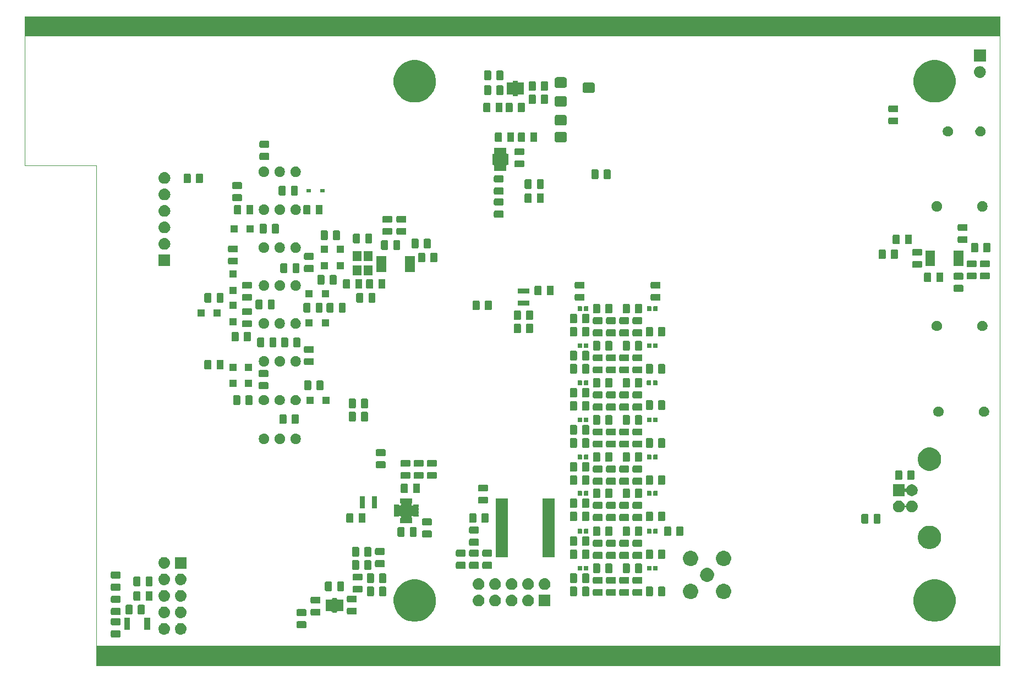
<source format=gbr>
%TF.GenerationSoftware,KiCad,Pcbnew,(5.1.2-1)-1*%
%TF.CreationDate,2019-08-24T23:22:50-04:00*%
%TF.ProjectId,ADIMB,4144494d-422e-46b6-9963-61645f706362,rev?*%
%TF.SameCoordinates,Original*%
%TF.FileFunction,Soldermask,Bot*%
%TF.FilePolarity,Negative*%
%FSLAX46Y46*%
G04 Gerber Fmt 4.6, Leading zero omitted, Abs format (unit mm)*
G04 Created by KiCad (PCBNEW (5.1.2-1)-1) date 2019-08-24 23:22:50*
%MOMM*%
%LPD*%
G04 APERTURE LIST*
%ADD10C,0.100000*%
%ADD11C,0.050000*%
G04 APERTURE END LIST*
D10*
G36*
X200000000Y-120000000D02*
G01*
X61000000Y-120000000D01*
X61000000Y-117000000D01*
X200000000Y-117000000D01*
X200000000Y-120000000D01*
G37*
X200000000Y-120000000D02*
X61000000Y-120000000D01*
X61000000Y-117000000D01*
X200000000Y-117000000D01*
X200000000Y-120000000D01*
G36*
X200000000Y-23000000D02*
G01*
X50000000Y-23000000D01*
X50000000Y-20000000D01*
X200000000Y-20000000D01*
X200000000Y-23000000D01*
G37*
X200000000Y-23000000D02*
X50000000Y-23000000D01*
X50000000Y-20000000D01*
X200000000Y-20000000D01*
X200000000Y-23000000D01*
D11*
X61000000Y-120000000D02*
X200000000Y-120000000D01*
X61000000Y-43000000D02*
X61000000Y-120000000D01*
X50000000Y-43000000D02*
X61000000Y-43000000D01*
X50000000Y-20000000D02*
X50000000Y-43000000D01*
X200000000Y-20000000D02*
X200000000Y-120000000D01*
X50000000Y-20000000D02*
X200000000Y-20000000D01*
D10*
G36*
X64584468Y-114603565D02*
G01*
X64623138Y-114615296D01*
X64658777Y-114634346D01*
X64690017Y-114659983D01*
X64715654Y-114691223D01*
X64734704Y-114726862D01*
X64746435Y-114765532D01*
X64751000Y-114811888D01*
X64751000Y-115463112D01*
X64746435Y-115509468D01*
X64734704Y-115548138D01*
X64715654Y-115583777D01*
X64690017Y-115615017D01*
X64658777Y-115640654D01*
X64623138Y-115659704D01*
X64584468Y-115671435D01*
X64538112Y-115676000D01*
X63461888Y-115676000D01*
X63415532Y-115671435D01*
X63376862Y-115659704D01*
X63341223Y-115640654D01*
X63309983Y-115615017D01*
X63284346Y-115583777D01*
X63265296Y-115548138D01*
X63253565Y-115509468D01*
X63249000Y-115463112D01*
X63249000Y-114811888D01*
X63253565Y-114765532D01*
X63265296Y-114726862D01*
X63284346Y-114691223D01*
X63309983Y-114659983D01*
X63341223Y-114634346D01*
X63376862Y-114615296D01*
X63415532Y-114603565D01*
X63461888Y-114599000D01*
X64538112Y-114599000D01*
X64584468Y-114603565D01*
X64584468Y-114603565D01*
G37*
G36*
X74110442Y-113465518D02*
G01*
X74176627Y-113472037D01*
X74346466Y-113523557D01*
X74502991Y-113607222D01*
X74536190Y-113634468D01*
X74640186Y-113719814D01*
X74723448Y-113821271D01*
X74752778Y-113857009D01*
X74752779Y-113857011D01*
X74819989Y-113982750D01*
X74836443Y-114013534D01*
X74887963Y-114183373D01*
X74905359Y-114360000D01*
X74887963Y-114536627D01*
X74836443Y-114706466D01*
X74752778Y-114862991D01*
X74723448Y-114898729D01*
X74640186Y-115000186D01*
X74538729Y-115083448D01*
X74502991Y-115112778D01*
X74346466Y-115196443D01*
X74176627Y-115247963D01*
X74110443Y-115254481D01*
X74044260Y-115261000D01*
X73955740Y-115261000D01*
X73889557Y-115254481D01*
X73823373Y-115247963D01*
X73653534Y-115196443D01*
X73497009Y-115112778D01*
X73461271Y-115083448D01*
X73359814Y-115000186D01*
X73276552Y-114898729D01*
X73247222Y-114862991D01*
X73163557Y-114706466D01*
X73112037Y-114536627D01*
X73094641Y-114360000D01*
X73112037Y-114183373D01*
X73163557Y-114013534D01*
X73180012Y-113982750D01*
X73247221Y-113857011D01*
X73247222Y-113857009D01*
X73276552Y-113821271D01*
X73359814Y-113719814D01*
X73463810Y-113634468D01*
X73497009Y-113607222D01*
X73653534Y-113523557D01*
X73823373Y-113472037D01*
X73889558Y-113465518D01*
X73955740Y-113459000D01*
X74044260Y-113459000D01*
X74110442Y-113465518D01*
X74110442Y-113465518D01*
G37*
G36*
X71570442Y-113465518D02*
G01*
X71636627Y-113472037D01*
X71806466Y-113523557D01*
X71962991Y-113607222D01*
X71996190Y-113634468D01*
X72100186Y-113719814D01*
X72183448Y-113821271D01*
X72212778Y-113857009D01*
X72212779Y-113857011D01*
X72279989Y-113982750D01*
X72296443Y-114013534D01*
X72347963Y-114183373D01*
X72365359Y-114360000D01*
X72347963Y-114536627D01*
X72296443Y-114706466D01*
X72212778Y-114862991D01*
X72183448Y-114898729D01*
X72100186Y-115000186D01*
X71998729Y-115083448D01*
X71962991Y-115112778D01*
X71806466Y-115196443D01*
X71636627Y-115247963D01*
X71570443Y-115254481D01*
X71504260Y-115261000D01*
X71415740Y-115261000D01*
X71349557Y-115254481D01*
X71283373Y-115247963D01*
X71113534Y-115196443D01*
X70957009Y-115112778D01*
X70921271Y-115083448D01*
X70819814Y-115000186D01*
X70736552Y-114898729D01*
X70707222Y-114862991D01*
X70623557Y-114706466D01*
X70572037Y-114536627D01*
X70554641Y-114360000D01*
X70572037Y-114183373D01*
X70623557Y-114013534D01*
X70640012Y-113982750D01*
X70707221Y-113857011D01*
X70707222Y-113857009D01*
X70736552Y-113821271D01*
X70819814Y-113719814D01*
X70923810Y-113634468D01*
X70957009Y-113607222D01*
X71113534Y-113523557D01*
X71283373Y-113472037D01*
X71349558Y-113465518D01*
X71415740Y-113459000D01*
X71504260Y-113459000D01*
X71570442Y-113465518D01*
X71570442Y-113465518D01*
G37*
G36*
X69301000Y-114551000D02*
G01*
X68399000Y-114551000D01*
X68399000Y-112649000D01*
X69301000Y-112649000D01*
X69301000Y-114551000D01*
X69301000Y-114551000D01*
G37*
G36*
X66201000Y-114551000D02*
G01*
X65299000Y-114551000D01*
X65299000Y-112649000D01*
X66201000Y-112649000D01*
X66201000Y-114551000D01*
X66201000Y-114551000D01*
G37*
G36*
X93167468Y-113179565D02*
G01*
X93206138Y-113191296D01*
X93241777Y-113210346D01*
X93273017Y-113235983D01*
X93298654Y-113267223D01*
X93317704Y-113302862D01*
X93329435Y-113341532D01*
X93334000Y-113387888D01*
X93334000Y-114039112D01*
X93329435Y-114085468D01*
X93317704Y-114124138D01*
X93298654Y-114159777D01*
X93273017Y-114191017D01*
X93241777Y-114216654D01*
X93206138Y-114235704D01*
X93167468Y-114247435D01*
X93121112Y-114252000D01*
X92044888Y-114252000D01*
X91998532Y-114247435D01*
X91959862Y-114235704D01*
X91924223Y-114216654D01*
X91892983Y-114191017D01*
X91867346Y-114159777D01*
X91848296Y-114124138D01*
X91836565Y-114085468D01*
X91832000Y-114039112D01*
X91832000Y-113387888D01*
X91836565Y-113341532D01*
X91848296Y-113302862D01*
X91867346Y-113267223D01*
X91892983Y-113235983D01*
X91924223Y-113210346D01*
X91959862Y-113191296D01*
X91998532Y-113179565D01*
X92044888Y-113175000D01*
X93121112Y-113175000D01*
X93167468Y-113179565D01*
X93167468Y-113179565D01*
G37*
G36*
X64584468Y-112728565D02*
G01*
X64623138Y-112740296D01*
X64658777Y-112759346D01*
X64690017Y-112784983D01*
X64715654Y-112816223D01*
X64734704Y-112851862D01*
X64746435Y-112890532D01*
X64751000Y-112936888D01*
X64751000Y-113588112D01*
X64746435Y-113634468D01*
X64734704Y-113673138D01*
X64715654Y-113708777D01*
X64690017Y-113740017D01*
X64658777Y-113765654D01*
X64623138Y-113784704D01*
X64584468Y-113796435D01*
X64538112Y-113801000D01*
X63461888Y-113801000D01*
X63415532Y-113796435D01*
X63376862Y-113784704D01*
X63341223Y-113765654D01*
X63309983Y-113740017D01*
X63284346Y-113708777D01*
X63265296Y-113673138D01*
X63253565Y-113634468D01*
X63249000Y-113588112D01*
X63249000Y-112936888D01*
X63253565Y-112890532D01*
X63265296Y-112851862D01*
X63284346Y-112816223D01*
X63309983Y-112784983D01*
X63341223Y-112759346D01*
X63376862Y-112740296D01*
X63415532Y-112728565D01*
X63461888Y-112724000D01*
X64538112Y-112724000D01*
X64584468Y-112728565D01*
X64584468Y-112728565D01*
G37*
G36*
X110634239Y-106811467D02*
G01*
X110948282Y-106873934D01*
X111539926Y-107119001D01*
X111958973Y-107399000D01*
X112072391Y-107474783D01*
X112525217Y-107927609D01*
X112548104Y-107961862D01*
X112880999Y-108460074D01*
X113126066Y-109051718D01*
X113149820Y-109171138D01*
X113251000Y-109679803D01*
X113251000Y-110320197D01*
X113221712Y-110467435D01*
X113126066Y-110948282D01*
X112880999Y-111539926D01*
X112652599Y-111881750D01*
X112534314Y-112058777D01*
X112525216Y-112072392D01*
X112072392Y-112525216D01*
X111539926Y-112880999D01*
X110948282Y-113126066D01*
X110634239Y-113188533D01*
X110320197Y-113251000D01*
X109679803Y-113251000D01*
X109365761Y-113188533D01*
X109051718Y-113126066D01*
X108460074Y-112880999D01*
X107927608Y-112525216D01*
X107474784Y-112072392D01*
X107465687Y-112058777D01*
X107347401Y-111881750D01*
X107119001Y-111539926D01*
X106873934Y-110948282D01*
X106778288Y-110467435D01*
X106749000Y-110320197D01*
X106749000Y-109679803D01*
X106850180Y-109171138D01*
X106873934Y-109051718D01*
X107119001Y-108460074D01*
X107451896Y-107961862D01*
X107474783Y-107927609D01*
X107927609Y-107474783D01*
X108041027Y-107399000D01*
X108460074Y-107119001D01*
X109051718Y-106873934D01*
X109365761Y-106811467D01*
X109679803Y-106749000D01*
X110320197Y-106749000D01*
X110634239Y-106811467D01*
X110634239Y-106811467D01*
G37*
G36*
X190634239Y-106811467D02*
G01*
X190948282Y-106873934D01*
X191539926Y-107119001D01*
X191958973Y-107399000D01*
X192072391Y-107474783D01*
X192525217Y-107927609D01*
X192548104Y-107961862D01*
X192880999Y-108460074D01*
X193126066Y-109051718D01*
X193149820Y-109171138D01*
X193251000Y-109679803D01*
X193251000Y-110320197D01*
X193221712Y-110467435D01*
X193126066Y-110948282D01*
X192880999Y-111539926D01*
X192652599Y-111881750D01*
X192534314Y-112058777D01*
X192525216Y-112072392D01*
X192072392Y-112525216D01*
X191539926Y-112880999D01*
X190948282Y-113126066D01*
X190634239Y-113188533D01*
X190320197Y-113251000D01*
X189679803Y-113251000D01*
X189365761Y-113188533D01*
X189051718Y-113126066D01*
X188460074Y-112880999D01*
X187927608Y-112525216D01*
X187474784Y-112072392D01*
X187465687Y-112058777D01*
X187347401Y-111881750D01*
X187119001Y-111539926D01*
X186873934Y-110948282D01*
X186778288Y-110467435D01*
X186749000Y-110320197D01*
X186749000Y-109679803D01*
X186850180Y-109171138D01*
X186873934Y-109051718D01*
X187119001Y-108460074D01*
X187451896Y-107961862D01*
X187474783Y-107927609D01*
X187927609Y-107474783D01*
X188041027Y-107399000D01*
X188460074Y-107119001D01*
X189051718Y-106873934D01*
X189365761Y-106811467D01*
X189679803Y-106749000D01*
X190320197Y-106749000D01*
X190634239Y-106811467D01*
X190634239Y-106811467D01*
G37*
G36*
X71570442Y-110925518D02*
G01*
X71636627Y-110932037D01*
X71806466Y-110983557D01*
X71962991Y-111067222D01*
X71996229Y-111094500D01*
X72100186Y-111179814D01*
X72174906Y-111270862D01*
X72212778Y-111317009D01*
X72296443Y-111473534D01*
X72347963Y-111643373D01*
X72365359Y-111820000D01*
X72347963Y-111996627D01*
X72298320Y-112160278D01*
X72296442Y-112166468D01*
X72278783Y-112199505D01*
X72212778Y-112322991D01*
X72193074Y-112347000D01*
X72100186Y-112460186D01*
X72020944Y-112525217D01*
X71962991Y-112572778D01*
X71806466Y-112656443D01*
X71636627Y-112707963D01*
X71570442Y-112714482D01*
X71504260Y-112721000D01*
X71415740Y-112721000D01*
X71349558Y-112714482D01*
X71283373Y-112707963D01*
X71113534Y-112656443D01*
X70957009Y-112572778D01*
X70899056Y-112525217D01*
X70819814Y-112460186D01*
X70726926Y-112347000D01*
X70707222Y-112322991D01*
X70641217Y-112199505D01*
X70623558Y-112166468D01*
X70621680Y-112160278D01*
X70572037Y-111996627D01*
X70554641Y-111820000D01*
X70572037Y-111643373D01*
X70623557Y-111473534D01*
X70707222Y-111317009D01*
X70745094Y-111270862D01*
X70819814Y-111179814D01*
X70923771Y-111094500D01*
X70957009Y-111067222D01*
X71113534Y-110983557D01*
X71283373Y-110932037D01*
X71349558Y-110925518D01*
X71415740Y-110919000D01*
X71504260Y-110919000D01*
X71570442Y-110925518D01*
X71570442Y-110925518D01*
G37*
G36*
X74110442Y-110925518D02*
G01*
X74176627Y-110932037D01*
X74346466Y-110983557D01*
X74502991Y-111067222D01*
X74536229Y-111094500D01*
X74640186Y-111179814D01*
X74714906Y-111270862D01*
X74752778Y-111317009D01*
X74836443Y-111473534D01*
X74887963Y-111643373D01*
X74905359Y-111820000D01*
X74887963Y-111996627D01*
X74838320Y-112160278D01*
X74836442Y-112166468D01*
X74818783Y-112199505D01*
X74752778Y-112322991D01*
X74733074Y-112347000D01*
X74640186Y-112460186D01*
X74560944Y-112525217D01*
X74502991Y-112572778D01*
X74346466Y-112656443D01*
X74176627Y-112707963D01*
X74110442Y-112714482D01*
X74044260Y-112721000D01*
X73955740Y-112721000D01*
X73889558Y-112714482D01*
X73823373Y-112707963D01*
X73653534Y-112656443D01*
X73497009Y-112572778D01*
X73439056Y-112525217D01*
X73359814Y-112460186D01*
X73266926Y-112347000D01*
X73247222Y-112322991D01*
X73181217Y-112199505D01*
X73163558Y-112166468D01*
X73161680Y-112160278D01*
X73112037Y-111996627D01*
X73094641Y-111820000D01*
X73112037Y-111643373D01*
X73163557Y-111473534D01*
X73247222Y-111317009D01*
X73285094Y-111270862D01*
X73359814Y-111179814D01*
X73463771Y-111094500D01*
X73497009Y-111067222D01*
X73653534Y-110983557D01*
X73823373Y-110932037D01*
X73889558Y-110925518D01*
X73955740Y-110919000D01*
X74044260Y-110919000D01*
X74110442Y-110925518D01*
X74110442Y-110925518D01*
G37*
G36*
X93167468Y-111304565D02*
G01*
X93206138Y-111316296D01*
X93241777Y-111335346D01*
X93273017Y-111360983D01*
X93298654Y-111392223D01*
X93317704Y-111427862D01*
X93329435Y-111466532D01*
X93334000Y-111512888D01*
X93334000Y-112164112D01*
X93329435Y-112210468D01*
X93317704Y-112249138D01*
X93298654Y-112284777D01*
X93273017Y-112316017D01*
X93241777Y-112341654D01*
X93206138Y-112360704D01*
X93167468Y-112372435D01*
X93121112Y-112377000D01*
X92044888Y-112377000D01*
X91998532Y-112372435D01*
X91959862Y-112360704D01*
X91924223Y-112341654D01*
X91892983Y-112316017D01*
X91867346Y-112284777D01*
X91848296Y-112249138D01*
X91836565Y-112210468D01*
X91832000Y-112164112D01*
X91832000Y-111512888D01*
X91836565Y-111466532D01*
X91848296Y-111427862D01*
X91867346Y-111392223D01*
X91892983Y-111360983D01*
X91924223Y-111335346D01*
X91959862Y-111316296D01*
X91998532Y-111304565D01*
X92044888Y-111300000D01*
X93121112Y-111300000D01*
X93167468Y-111304565D01*
X93167468Y-111304565D01*
G37*
G36*
X95326468Y-111274565D02*
G01*
X95365138Y-111286296D01*
X95400777Y-111305346D01*
X95432017Y-111330983D01*
X95457654Y-111362223D01*
X95476704Y-111397862D01*
X95488435Y-111436532D01*
X95493000Y-111482888D01*
X95493000Y-112134112D01*
X95488435Y-112180468D01*
X95476704Y-112219138D01*
X95457654Y-112254777D01*
X95432017Y-112286017D01*
X95400777Y-112311654D01*
X95365138Y-112330704D01*
X95326468Y-112342435D01*
X95280112Y-112347000D01*
X94203888Y-112347000D01*
X94157532Y-112342435D01*
X94118862Y-112330704D01*
X94083223Y-112311654D01*
X94051983Y-112286017D01*
X94026346Y-112254777D01*
X94007296Y-112219138D01*
X93995565Y-112180468D01*
X93991000Y-112134112D01*
X93991000Y-111482888D01*
X93995565Y-111436532D01*
X94007296Y-111397862D01*
X94026346Y-111362223D01*
X94051983Y-111330983D01*
X94083223Y-111305346D01*
X94118862Y-111286296D01*
X94157532Y-111274565D01*
X94203888Y-111270000D01*
X95280112Y-111270000D01*
X95326468Y-111274565D01*
X95326468Y-111274565D01*
G37*
G36*
X64592468Y-111147565D02*
G01*
X64631138Y-111159296D01*
X64666777Y-111178346D01*
X64698017Y-111203983D01*
X64723654Y-111235223D01*
X64742704Y-111270862D01*
X64754435Y-111309532D01*
X64759000Y-111355888D01*
X64759000Y-112007112D01*
X64754435Y-112053468D01*
X64742704Y-112092138D01*
X64723654Y-112127777D01*
X64698017Y-112159017D01*
X64666777Y-112184654D01*
X64631138Y-112203704D01*
X64592468Y-112215435D01*
X64546112Y-112220000D01*
X63469888Y-112220000D01*
X63423532Y-112215435D01*
X63384862Y-112203704D01*
X63349223Y-112184654D01*
X63317983Y-112159017D01*
X63292346Y-112127777D01*
X63273296Y-112092138D01*
X63261565Y-112053468D01*
X63257000Y-112007112D01*
X63257000Y-111355888D01*
X63261565Y-111309532D01*
X63273296Y-111270862D01*
X63292346Y-111235223D01*
X63317983Y-111203983D01*
X63349223Y-111178346D01*
X63384862Y-111159296D01*
X63423532Y-111147565D01*
X63469888Y-111143000D01*
X64546112Y-111143000D01*
X64592468Y-111147565D01*
X64592468Y-111147565D01*
G37*
G36*
X100914468Y-111099065D02*
G01*
X100953138Y-111110796D01*
X100988777Y-111129846D01*
X101020017Y-111155483D01*
X101045654Y-111186723D01*
X101064704Y-111222362D01*
X101076435Y-111261032D01*
X101081000Y-111307388D01*
X101081000Y-111958612D01*
X101076435Y-112004968D01*
X101064704Y-112043638D01*
X101045654Y-112079277D01*
X101020017Y-112110517D01*
X100988777Y-112136154D01*
X100953138Y-112155204D01*
X100914468Y-112166935D01*
X100868112Y-112171500D01*
X99791888Y-112171500D01*
X99745532Y-112166935D01*
X99706862Y-112155204D01*
X99671223Y-112136154D01*
X99639983Y-112110517D01*
X99614346Y-112079277D01*
X99595296Y-112043638D01*
X99583565Y-112004968D01*
X99579000Y-111958612D01*
X99579000Y-111307388D01*
X99583565Y-111261032D01*
X99595296Y-111222362D01*
X99614346Y-111186723D01*
X99639983Y-111155483D01*
X99671223Y-111129846D01*
X99706862Y-111110796D01*
X99745532Y-111099065D01*
X99791888Y-111094500D01*
X100868112Y-111094500D01*
X100914468Y-111099065D01*
X100914468Y-111099065D01*
G37*
G36*
X68309468Y-110653565D02*
G01*
X68348138Y-110665296D01*
X68383777Y-110684346D01*
X68415017Y-110709983D01*
X68440654Y-110741223D01*
X68459704Y-110776862D01*
X68471435Y-110815532D01*
X68476000Y-110861888D01*
X68476000Y-111938112D01*
X68471435Y-111984468D01*
X68459704Y-112023138D01*
X68440654Y-112058777D01*
X68415017Y-112090017D01*
X68383777Y-112115654D01*
X68348138Y-112134704D01*
X68309468Y-112146435D01*
X68263112Y-112151000D01*
X67611888Y-112151000D01*
X67565532Y-112146435D01*
X67526862Y-112134704D01*
X67491223Y-112115654D01*
X67459983Y-112090017D01*
X67434346Y-112058777D01*
X67415296Y-112023138D01*
X67403565Y-111984468D01*
X67399000Y-111938112D01*
X67399000Y-110861888D01*
X67403565Y-110815532D01*
X67415296Y-110776862D01*
X67434346Y-110741223D01*
X67459983Y-110709983D01*
X67491223Y-110684346D01*
X67526862Y-110665296D01*
X67565532Y-110653565D01*
X67611888Y-110649000D01*
X68263112Y-110649000D01*
X68309468Y-110653565D01*
X68309468Y-110653565D01*
G37*
G36*
X66434468Y-110653565D02*
G01*
X66473138Y-110665296D01*
X66508777Y-110684346D01*
X66540017Y-110709983D01*
X66565654Y-110741223D01*
X66584704Y-110776862D01*
X66596435Y-110815532D01*
X66601000Y-110861888D01*
X66601000Y-111938112D01*
X66596435Y-111984468D01*
X66584704Y-112023138D01*
X66565654Y-112058777D01*
X66540017Y-112090017D01*
X66508777Y-112115654D01*
X66473138Y-112134704D01*
X66434468Y-112146435D01*
X66388112Y-112151000D01*
X65736888Y-112151000D01*
X65690532Y-112146435D01*
X65651862Y-112134704D01*
X65616223Y-112115654D01*
X65584983Y-112090017D01*
X65559346Y-112058777D01*
X65540296Y-112023138D01*
X65528565Y-111984468D01*
X65524000Y-111938112D01*
X65524000Y-110861888D01*
X65528565Y-110815532D01*
X65540296Y-110776862D01*
X65559346Y-110741223D01*
X65584983Y-110709983D01*
X65616223Y-110684346D01*
X65651862Y-110665296D01*
X65690532Y-110653565D01*
X65736888Y-110649000D01*
X66388112Y-110649000D01*
X66434468Y-110653565D01*
X66434468Y-110653565D01*
G37*
G36*
X98019000Y-109693001D02*
G01*
X98021402Y-109717387D01*
X98028515Y-109740836D01*
X98040066Y-109762447D01*
X98055611Y-109781389D01*
X98074553Y-109796934D01*
X98096164Y-109808485D01*
X98119613Y-109815598D01*
X98143999Y-109818000D01*
X98989000Y-109818000D01*
X98989000Y-111670000D01*
X98143999Y-111670000D01*
X98119613Y-111672402D01*
X98096164Y-111679515D01*
X98074553Y-111691066D01*
X98055611Y-111706611D01*
X98040066Y-111725553D01*
X98028515Y-111747164D01*
X98021402Y-111770613D01*
X98019000Y-111794999D01*
X98019000Y-111895000D01*
X97307000Y-111895000D01*
X97307000Y-111794999D01*
X97304598Y-111770613D01*
X97297485Y-111747164D01*
X97285934Y-111725553D01*
X97270389Y-111706611D01*
X97251447Y-111691066D01*
X97229836Y-111679515D01*
X97206387Y-111672402D01*
X97182001Y-111670000D01*
X96337000Y-111670000D01*
X96337000Y-109818000D01*
X97182001Y-109818000D01*
X97206387Y-109815598D01*
X97229836Y-109808485D01*
X97251447Y-109796934D01*
X97270389Y-109781389D01*
X97285934Y-109762447D01*
X97297485Y-109740836D01*
X97304598Y-109717387D01*
X97307000Y-109693001D01*
X97307000Y-109593000D01*
X98019000Y-109593000D01*
X98019000Y-109693001D01*
X98019000Y-109693001D01*
G37*
G36*
X119928659Y-109103373D02*
G01*
X120016627Y-109112037D01*
X120186466Y-109163557D01*
X120342991Y-109247222D01*
X120368309Y-109268000D01*
X120480186Y-109359814D01*
X120559637Y-109456627D01*
X120592778Y-109497009D01*
X120676443Y-109653534D01*
X120727963Y-109823373D01*
X120745359Y-110000000D01*
X120727963Y-110176627D01*
X120676443Y-110346466D01*
X120592778Y-110502991D01*
X120563448Y-110538729D01*
X120480186Y-110640186D01*
X120378729Y-110723448D01*
X120342991Y-110752778D01*
X120186466Y-110836443D01*
X120016627Y-110887963D01*
X119950443Y-110894481D01*
X119884260Y-110901000D01*
X119795740Y-110901000D01*
X119729557Y-110894481D01*
X119663373Y-110887963D01*
X119493534Y-110836443D01*
X119337009Y-110752778D01*
X119301271Y-110723448D01*
X119199814Y-110640186D01*
X119116552Y-110538729D01*
X119087222Y-110502991D01*
X119003557Y-110346466D01*
X118952037Y-110176627D01*
X118934641Y-110000000D01*
X118952037Y-109823373D01*
X119003557Y-109653534D01*
X119087222Y-109497009D01*
X119120363Y-109456627D01*
X119199814Y-109359814D01*
X119311691Y-109268000D01*
X119337009Y-109247222D01*
X119493534Y-109163557D01*
X119663373Y-109112037D01*
X119751341Y-109103373D01*
X119795740Y-109099000D01*
X119884260Y-109099000D01*
X119928659Y-109103373D01*
X119928659Y-109103373D01*
G37*
G36*
X122468659Y-109103373D02*
G01*
X122556627Y-109112037D01*
X122726466Y-109163557D01*
X122882991Y-109247222D01*
X122908309Y-109268000D01*
X123020186Y-109359814D01*
X123099637Y-109456627D01*
X123132778Y-109497009D01*
X123216443Y-109653534D01*
X123267963Y-109823373D01*
X123285359Y-110000000D01*
X123267963Y-110176627D01*
X123216443Y-110346466D01*
X123132778Y-110502991D01*
X123103448Y-110538729D01*
X123020186Y-110640186D01*
X122918729Y-110723448D01*
X122882991Y-110752778D01*
X122726466Y-110836443D01*
X122556627Y-110887963D01*
X122490443Y-110894481D01*
X122424260Y-110901000D01*
X122335740Y-110901000D01*
X122269557Y-110894481D01*
X122203373Y-110887963D01*
X122033534Y-110836443D01*
X121877009Y-110752778D01*
X121841271Y-110723448D01*
X121739814Y-110640186D01*
X121656552Y-110538729D01*
X121627222Y-110502991D01*
X121543557Y-110346466D01*
X121492037Y-110176627D01*
X121474641Y-110000000D01*
X121492037Y-109823373D01*
X121543557Y-109653534D01*
X121627222Y-109497009D01*
X121660363Y-109456627D01*
X121739814Y-109359814D01*
X121851691Y-109268000D01*
X121877009Y-109247222D01*
X122033534Y-109163557D01*
X122203373Y-109112037D01*
X122291341Y-109103373D01*
X122335740Y-109099000D01*
X122424260Y-109099000D01*
X122468659Y-109103373D01*
X122468659Y-109103373D01*
G37*
G36*
X125008659Y-109103373D02*
G01*
X125096627Y-109112037D01*
X125266466Y-109163557D01*
X125422991Y-109247222D01*
X125448309Y-109268000D01*
X125560186Y-109359814D01*
X125639637Y-109456627D01*
X125672778Y-109497009D01*
X125756443Y-109653534D01*
X125807963Y-109823373D01*
X125825359Y-110000000D01*
X125807963Y-110176627D01*
X125756443Y-110346466D01*
X125672778Y-110502991D01*
X125643448Y-110538729D01*
X125560186Y-110640186D01*
X125458729Y-110723448D01*
X125422991Y-110752778D01*
X125266466Y-110836443D01*
X125096627Y-110887963D01*
X125030443Y-110894481D01*
X124964260Y-110901000D01*
X124875740Y-110901000D01*
X124809557Y-110894481D01*
X124743373Y-110887963D01*
X124573534Y-110836443D01*
X124417009Y-110752778D01*
X124381271Y-110723448D01*
X124279814Y-110640186D01*
X124196552Y-110538729D01*
X124167222Y-110502991D01*
X124083557Y-110346466D01*
X124032037Y-110176627D01*
X124014641Y-110000000D01*
X124032037Y-109823373D01*
X124083557Y-109653534D01*
X124167222Y-109497009D01*
X124200363Y-109456627D01*
X124279814Y-109359814D01*
X124391691Y-109268000D01*
X124417009Y-109247222D01*
X124573534Y-109163557D01*
X124743373Y-109112037D01*
X124831341Y-109103373D01*
X124875740Y-109099000D01*
X124964260Y-109099000D01*
X125008659Y-109103373D01*
X125008659Y-109103373D01*
G37*
G36*
X127548659Y-109103373D02*
G01*
X127636627Y-109112037D01*
X127806466Y-109163557D01*
X127962991Y-109247222D01*
X127988309Y-109268000D01*
X128100186Y-109359814D01*
X128179637Y-109456627D01*
X128212778Y-109497009D01*
X128296443Y-109653534D01*
X128347963Y-109823373D01*
X128365359Y-110000000D01*
X128347963Y-110176627D01*
X128296443Y-110346466D01*
X128212778Y-110502991D01*
X128183448Y-110538729D01*
X128100186Y-110640186D01*
X127998729Y-110723448D01*
X127962991Y-110752778D01*
X127806466Y-110836443D01*
X127636627Y-110887963D01*
X127570443Y-110894481D01*
X127504260Y-110901000D01*
X127415740Y-110901000D01*
X127349557Y-110894481D01*
X127283373Y-110887963D01*
X127113534Y-110836443D01*
X126957009Y-110752778D01*
X126921271Y-110723448D01*
X126819814Y-110640186D01*
X126736552Y-110538729D01*
X126707222Y-110502991D01*
X126623557Y-110346466D01*
X126572037Y-110176627D01*
X126554641Y-110000000D01*
X126572037Y-109823373D01*
X126623557Y-109653534D01*
X126707222Y-109497009D01*
X126740363Y-109456627D01*
X126819814Y-109359814D01*
X126931691Y-109268000D01*
X126957009Y-109247222D01*
X127113534Y-109163557D01*
X127283373Y-109112037D01*
X127371341Y-109103373D01*
X127415740Y-109099000D01*
X127504260Y-109099000D01*
X127548659Y-109103373D01*
X127548659Y-109103373D01*
G37*
G36*
X130901000Y-110901000D02*
G01*
X129099000Y-110901000D01*
X129099000Y-109099000D01*
X130901000Y-109099000D01*
X130901000Y-110901000D01*
X130901000Y-110901000D01*
G37*
G36*
X95326468Y-109399565D02*
G01*
X95365138Y-109411296D01*
X95400777Y-109430346D01*
X95432017Y-109455983D01*
X95457654Y-109487223D01*
X95476704Y-109522862D01*
X95488435Y-109561532D01*
X95493000Y-109607888D01*
X95493000Y-110259112D01*
X95488435Y-110305468D01*
X95476704Y-110344138D01*
X95457654Y-110379777D01*
X95432017Y-110411017D01*
X95400777Y-110436654D01*
X95365138Y-110455704D01*
X95326468Y-110467435D01*
X95280112Y-110472000D01*
X94203888Y-110472000D01*
X94157532Y-110467435D01*
X94118862Y-110455704D01*
X94083223Y-110436654D01*
X94051983Y-110411017D01*
X94026346Y-110379777D01*
X94007296Y-110344138D01*
X93995565Y-110305468D01*
X93991000Y-110259112D01*
X93991000Y-109607888D01*
X93995565Y-109561532D01*
X94007296Y-109522862D01*
X94026346Y-109487223D01*
X94051983Y-109455983D01*
X94083223Y-109430346D01*
X94118862Y-109411296D01*
X94157532Y-109399565D01*
X94203888Y-109395000D01*
X95280112Y-109395000D01*
X95326468Y-109399565D01*
X95326468Y-109399565D01*
G37*
G36*
X64592468Y-109272565D02*
G01*
X64631138Y-109284296D01*
X64666777Y-109303346D01*
X64698017Y-109328983D01*
X64723654Y-109360223D01*
X64742704Y-109395862D01*
X64754435Y-109434532D01*
X64759000Y-109480888D01*
X64759000Y-110132112D01*
X64754435Y-110178468D01*
X64742704Y-110217138D01*
X64723654Y-110252777D01*
X64698017Y-110284017D01*
X64666777Y-110309654D01*
X64631138Y-110328704D01*
X64592468Y-110340435D01*
X64546112Y-110345000D01*
X63469888Y-110345000D01*
X63423532Y-110340435D01*
X63384862Y-110328704D01*
X63349223Y-110309654D01*
X63317983Y-110284017D01*
X63292346Y-110252777D01*
X63273296Y-110217138D01*
X63261565Y-110178468D01*
X63257000Y-110132112D01*
X63257000Y-109480888D01*
X63261565Y-109434532D01*
X63273296Y-109395862D01*
X63292346Y-109360223D01*
X63317983Y-109328983D01*
X63349223Y-109303346D01*
X63384862Y-109284296D01*
X63423532Y-109272565D01*
X63469888Y-109268000D01*
X64546112Y-109268000D01*
X64592468Y-109272565D01*
X64592468Y-109272565D01*
G37*
G36*
X100914468Y-109224065D02*
G01*
X100953138Y-109235796D01*
X100988777Y-109254846D01*
X101020017Y-109280483D01*
X101045654Y-109311723D01*
X101064704Y-109347362D01*
X101076435Y-109386032D01*
X101081000Y-109432388D01*
X101081000Y-110083612D01*
X101076435Y-110129968D01*
X101064704Y-110168638D01*
X101045654Y-110204277D01*
X101020017Y-110235517D01*
X100988777Y-110261154D01*
X100953138Y-110280204D01*
X100914468Y-110291935D01*
X100868112Y-110296500D01*
X99791888Y-110296500D01*
X99745532Y-110291935D01*
X99706862Y-110280204D01*
X99671223Y-110261154D01*
X99639983Y-110235517D01*
X99614346Y-110204277D01*
X99595296Y-110168638D01*
X99583565Y-110129968D01*
X99579000Y-110083612D01*
X99579000Y-109432388D01*
X99583565Y-109386032D01*
X99595296Y-109347362D01*
X99614346Y-109311723D01*
X99639983Y-109280483D01*
X99671223Y-109254846D01*
X99706862Y-109235796D01*
X99745532Y-109224065D01*
X99791888Y-109219500D01*
X100868112Y-109219500D01*
X100914468Y-109224065D01*
X100914468Y-109224065D01*
G37*
G36*
X71570443Y-108385519D02*
G01*
X71636627Y-108392037D01*
X71806466Y-108443557D01*
X71962991Y-108527222D01*
X71989527Y-108549000D01*
X72100186Y-108639814D01*
X72179625Y-108736612D01*
X72212778Y-108777009D01*
X72296443Y-108933534D01*
X72347963Y-109103373D01*
X72365359Y-109280000D01*
X72347963Y-109456627D01*
X72296443Y-109626466D01*
X72212778Y-109782991D01*
X72210004Y-109786371D01*
X72100186Y-109920186D01*
X72015095Y-109990017D01*
X71962991Y-110032778D01*
X71806466Y-110116443D01*
X71636627Y-110167963D01*
X71570442Y-110174482D01*
X71504260Y-110181000D01*
X71415740Y-110181000D01*
X71349558Y-110174482D01*
X71283373Y-110167963D01*
X71113534Y-110116443D01*
X70957009Y-110032778D01*
X70904905Y-109990017D01*
X70819814Y-109920186D01*
X70709996Y-109786371D01*
X70707222Y-109782991D01*
X70623557Y-109626466D01*
X70572037Y-109456627D01*
X70554641Y-109280000D01*
X70572037Y-109103373D01*
X70623557Y-108933534D01*
X70707222Y-108777009D01*
X70740375Y-108736612D01*
X70819814Y-108639814D01*
X70930473Y-108549000D01*
X70957009Y-108527222D01*
X71113534Y-108443557D01*
X71283373Y-108392037D01*
X71349557Y-108385519D01*
X71415740Y-108379000D01*
X71504260Y-108379000D01*
X71570443Y-108385519D01*
X71570443Y-108385519D01*
G37*
G36*
X74110443Y-108385519D02*
G01*
X74176627Y-108392037D01*
X74346466Y-108443557D01*
X74502991Y-108527222D01*
X74529527Y-108549000D01*
X74640186Y-108639814D01*
X74719625Y-108736612D01*
X74752778Y-108777009D01*
X74836443Y-108933534D01*
X74887963Y-109103373D01*
X74905359Y-109280000D01*
X74887963Y-109456627D01*
X74836443Y-109626466D01*
X74752778Y-109782991D01*
X74750004Y-109786371D01*
X74640186Y-109920186D01*
X74555095Y-109990017D01*
X74502991Y-110032778D01*
X74346466Y-110116443D01*
X74176627Y-110167963D01*
X74110442Y-110174482D01*
X74044260Y-110181000D01*
X73955740Y-110181000D01*
X73889558Y-110174482D01*
X73823373Y-110167963D01*
X73653534Y-110116443D01*
X73497009Y-110032778D01*
X73444905Y-109990017D01*
X73359814Y-109920186D01*
X73249996Y-109786371D01*
X73247222Y-109782991D01*
X73163557Y-109626466D01*
X73112037Y-109456627D01*
X73094641Y-109280000D01*
X73112037Y-109103373D01*
X73163557Y-108933534D01*
X73247222Y-108777009D01*
X73280375Y-108736612D01*
X73359814Y-108639814D01*
X73470473Y-108549000D01*
X73497009Y-108527222D01*
X73653534Y-108443557D01*
X73823373Y-108392037D01*
X73889557Y-108385519D01*
X73955740Y-108379000D01*
X74044260Y-108379000D01*
X74110443Y-108385519D01*
X74110443Y-108385519D01*
G37*
G36*
X67634468Y-108553565D02*
G01*
X67673138Y-108565296D01*
X67708777Y-108584346D01*
X67740017Y-108609983D01*
X67765654Y-108641223D01*
X67784704Y-108676862D01*
X67796435Y-108715532D01*
X67801000Y-108761888D01*
X67801000Y-109838112D01*
X67796435Y-109884468D01*
X67784704Y-109923138D01*
X67765654Y-109958777D01*
X67740017Y-109990017D01*
X67708777Y-110015654D01*
X67673138Y-110034704D01*
X67634468Y-110046435D01*
X67588112Y-110051000D01*
X66936888Y-110051000D01*
X66890532Y-110046435D01*
X66851862Y-110034704D01*
X66816223Y-110015654D01*
X66784983Y-109990017D01*
X66759346Y-109958777D01*
X66740296Y-109923138D01*
X66728565Y-109884468D01*
X66724000Y-109838112D01*
X66724000Y-108761888D01*
X66728565Y-108715532D01*
X66740296Y-108676862D01*
X66759346Y-108641223D01*
X66784983Y-108609983D01*
X66816223Y-108584346D01*
X66851862Y-108565296D01*
X66890532Y-108553565D01*
X66936888Y-108549000D01*
X67588112Y-108549000D01*
X67634468Y-108553565D01*
X67634468Y-108553565D01*
G37*
G36*
X69509468Y-108553565D02*
G01*
X69548138Y-108565296D01*
X69583777Y-108584346D01*
X69615017Y-108609983D01*
X69640654Y-108641223D01*
X69659704Y-108676862D01*
X69671435Y-108715532D01*
X69676000Y-108761888D01*
X69676000Y-109838112D01*
X69671435Y-109884468D01*
X69659704Y-109923138D01*
X69640654Y-109958777D01*
X69615017Y-109990017D01*
X69583777Y-110015654D01*
X69548138Y-110034704D01*
X69509468Y-110046435D01*
X69463112Y-110051000D01*
X68811888Y-110051000D01*
X68765532Y-110046435D01*
X68726862Y-110034704D01*
X68691223Y-110015654D01*
X68659983Y-109990017D01*
X68634346Y-109958777D01*
X68615296Y-109923138D01*
X68603565Y-109884468D01*
X68599000Y-109838112D01*
X68599000Y-108761888D01*
X68603565Y-108715532D01*
X68615296Y-108676862D01*
X68634346Y-108641223D01*
X68659983Y-108609983D01*
X68691223Y-108584346D01*
X68726862Y-108565296D01*
X68765532Y-108553565D01*
X68811888Y-108549000D01*
X69463112Y-108549000D01*
X69509468Y-108553565D01*
X69509468Y-108553565D01*
G37*
G36*
X157708588Y-107419495D02*
G01*
X157883027Y-107454193D01*
X158097045Y-107542842D01*
X158130524Y-107565212D01*
X158289654Y-107671539D01*
X158453461Y-107835346D01*
X158514183Y-107926223D01*
X158582158Y-108027955D01*
X158670807Y-108241973D01*
X158699896Y-108388212D01*
X158716000Y-108469173D01*
X158716000Y-108700827D01*
X158713075Y-108715532D01*
X158670807Y-108928027D01*
X158582158Y-109142045D01*
X158557240Y-109179337D01*
X158453461Y-109334654D01*
X158289654Y-109498461D01*
X158195740Y-109561212D01*
X158097045Y-109627158D01*
X157883027Y-109715807D01*
X157757197Y-109740836D01*
X157655827Y-109761000D01*
X157424173Y-109761000D01*
X157322803Y-109740836D01*
X157196973Y-109715807D01*
X156982955Y-109627158D01*
X156884260Y-109561212D01*
X156790346Y-109498461D01*
X156626539Y-109334654D01*
X156522760Y-109179337D01*
X156497842Y-109142045D01*
X156409193Y-108928027D01*
X156366925Y-108715532D01*
X156364000Y-108700827D01*
X156364000Y-108469173D01*
X156380104Y-108388212D01*
X156409193Y-108241973D01*
X156497842Y-108027955D01*
X156565817Y-107926223D01*
X156626539Y-107835346D01*
X156790346Y-107671539D01*
X156949476Y-107565212D01*
X156982955Y-107542842D01*
X157196973Y-107454193D01*
X157371412Y-107419495D01*
X157424173Y-107409000D01*
X157655827Y-107409000D01*
X157708588Y-107419495D01*
X157708588Y-107419495D01*
G37*
G36*
X152628588Y-107419495D02*
G01*
X152803027Y-107454193D01*
X153017045Y-107542842D01*
X153050524Y-107565212D01*
X153209654Y-107671539D01*
X153373461Y-107835346D01*
X153434183Y-107926223D01*
X153502158Y-108027955D01*
X153590807Y-108241973D01*
X153619896Y-108388212D01*
X153636000Y-108469173D01*
X153636000Y-108700827D01*
X153633075Y-108715532D01*
X153590807Y-108928027D01*
X153502158Y-109142045D01*
X153477240Y-109179337D01*
X153373461Y-109334654D01*
X153209654Y-109498461D01*
X153115740Y-109561212D01*
X153017045Y-109627158D01*
X152803027Y-109715807D01*
X152677197Y-109740836D01*
X152575827Y-109761000D01*
X152344173Y-109761000D01*
X152242803Y-109740836D01*
X152116973Y-109715807D01*
X151902955Y-109627158D01*
X151804260Y-109561212D01*
X151710346Y-109498461D01*
X151546539Y-109334654D01*
X151442760Y-109179337D01*
X151417842Y-109142045D01*
X151329193Y-108928027D01*
X151286925Y-108715532D01*
X151284000Y-108700827D01*
X151284000Y-108469173D01*
X151300104Y-108388212D01*
X151329193Y-108241973D01*
X151417842Y-108027955D01*
X151485817Y-107926223D01*
X151546539Y-107835346D01*
X151710346Y-107671539D01*
X151869476Y-107565212D01*
X151902955Y-107542842D01*
X152116973Y-107454193D01*
X152291412Y-107419495D01*
X152344173Y-107409000D01*
X152575827Y-107409000D01*
X152628588Y-107419495D01*
X152628588Y-107419495D01*
G37*
G36*
X105449468Y-107838565D02*
G01*
X105488138Y-107850296D01*
X105523777Y-107869346D01*
X105555017Y-107894983D01*
X105580654Y-107926223D01*
X105599704Y-107961862D01*
X105611435Y-108000532D01*
X105616000Y-108046888D01*
X105616000Y-109123112D01*
X105611435Y-109169468D01*
X105599704Y-109208138D01*
X105580654Y-109243777D01*
X105555017Y-109275017D01*
X105523777Y-109300654D01*
X105488138Y-109319704D01*
X105449468Y-109331435D01*
X105403112Y-109336000D01*
X104751888Y-109336000D01*
X104705532Y-109331435D01*
X104666862Y-109319704D01*
X104631223Y-109300654D01*
X104599983Y-109275017D01*
X104574346Y-109243777D01*
X104555296Y-109208138D01*
X104543565Y-109169468D01*
X104539000Y-109123112D01*
X104539000Y-108046888D01*
X104543565Y-108000532D01*
X104555296Y-107961862D01*
X104574346Y-107926223D01*
X104599983Y-107894983D01*
X104631223Y-107869346D01*
X104666862Y-107850296D01*
X104705532Y-107838565D01*
X104751888Y-107834000D01*
X105403112Y-107834000D01*
X105449468Y-107838565D01*
X105449468Y-107838565D01*
G37*
G36*
X103574468Y-107838565D02*
G01*
X103613138Y-107850296D01*
X103648777Y-107869346D01*
X103680017Y-107894983D01*
X103705654Y-107926223D01*
X103724704Y-107961862D01*
X103736435Y-108000532D01*
X103741000Y-108046888D01*
X103741000Y-109123112D01*
X103736435Y-109169468D01*
X103724704Y-109208138D01*
X103705654Y-109243777D01*
X103680017Y-109275017D01*
X103648777Y-109300654D01*
X103613138Y-109319704D01*
X103574468Y-109331435D01*
X103528112Y-109336000D01*
X102876888Y-109336000D01*
X102830532Y-109331435D01*
X102791862Y-109319704D01*
X102756223Y-109300654D01*
X102724983Y-109275017D01*
X102699346Y-109243777D01*
X102680296Y-109208138D01*
X102668565Y-109169468D01*
X102664000Y-109123112D01*
X102664000Y-108046888D01*
X102668565Y-108000532D01*
X102680296Y-107961862D01*
X102699346Y-107926223D01*
X102724983Y-107894983D01*
X102756223Y-107869346D01*
X102791862Y-107850296D01*
X102830532Y-107838565D01*
X102876888Y-107834000D01*
X103528112Y-107834000D01*
X103574468Y-107838565D01*
X103574468Y-107838565D01*
G37*
G36*
X136691468Y-107838565D02*
G01*
X136730138Y-107850296D01*
X136765777Y-107869346D01*
X136797017Y-107894983D01*
X136822654Y-107926223D01*
X136841704Y-107961862D01*
X136853435Y-108000532D01*
X136858000Y-108046888D01*
X136858000Y-109123112D01*
X136853435Y-109169468D01*
X136841704Y-109208138D01*
X136822654Y-109243777D01*
X136797017Y-109275017D01*
X136765777Y-109300654D01*
X136730138Y-109319704D01*
X136691468Y-109331435D01*
X136645112Y-109336000D01*
X135993888Y-109336000D01*
X135947532Y-109331435D01*
X135908862Y-109319704D01*
X135873223Y-109300654D01*
X135841983Y-109275017D01*
X135816346Y-109243777D01*
X135797296Y-109208138D01*
X135785565Y-109169468D01*
X135781000Y-109123112D01*
X135781000Y-108046888D01*
X135785565Y-108000532D01*
X135797296Y-107961862D01*
X135816346Y-107926223D01*
X135841983Y-107894983D01*
X135873223Y-107869346D01*
X135908862Y-107850296D01*
X135947532Y-107838565D01*
X135993888Y-107834000D01*
X136645112Y-107834000D01*
X136691468Y-107838565D01*
X136691468Y-107838565D01*
G37*
G36*
X134816468Y-107838565D02*
G01*
X134855138Y-107850296D01*
X134890777Y-107869346D01*
X134922017Y-107894983D01*
X134947654Y-107926223D01*
X134966704Y-107961862D01*
X134978435Y-108000532D01*
X134983000Y-108046888D01*
X134983000Y-109123112D01*
X134978435Y-109169468D01*
X134966704Y-109208138D01*
X134947654Y-109243777D01*
X134922017Y-109275017D01*
X134890777Y-109300654D01*
X134855138Y-109319704D01*
X134816468Y-109331435D01*
X134770112Y-109336000D01*
X134118888Y-109336000D01*
X134072532Y-109331435D01*
X134033862Y-109319704D01*
X133998223Y-109300654D01*
X133966983Y-109275017D01*
X133941346Y-109243777D01*
X133922296Y-109208138D01*
X133910565Y-109169468D01*
X133906000Y-109123112D01*
X133906000Y-108046888D01*
X133910565Y-108000532D01*
X133922296Y-107961862D01*
X133941346Y-107926223D01*
X133966983Y-107894983D01*
X133998223Y-107869346D01*
X134033862Y-107850296D01*
X134072532Y-107838565D01*
X134118888Y-107834000D01*
X134770112Y-107834000D01*
X134816468Y-107838565D01*
X134816468Y-107838565D01*
G37*
G36*
X148375468Y-107838565D02*
G01*
X148414138Y-107850296D01*
X148449777Y-107869346D01*
X148481017Y-107894983D01*
X148506654Y-107926223D01*
X148525704Y-107961862D01*
X148537435Y-108000532D01*
X148542000Y-108046888D01*
X148542000Y-109123112D01*
X148537435Y-109169468D01*
X148525704Y-109208138D01*
X148506654Y-109243777D01*
X148481017Y-109275017D01*
X148449777Y-109300654D01*
X148414138Y-109319704D01*
X148375468Y-109331435D01*
X148329112Y-109336000D01*
X147677888Y-109336000D01*
X147631532Y-109331435D01*
X147592862Y-109319704D01*
X147557223Y-109300654D01*
X147525983Y-109275017D01*
X147500346Y-109243777D01*
X147481296Y-109208138D01*
X147469565Y-109169468D01*
X147465000Y-109123112D01*
X147465000Y-108046888D01*
X147469565Y-108000532D01*
X147481296Y-107961862D01*
X147500346Y-107926223D01*
X147525983Y-107894983D01*
X147557223Y-107869346D01*
X147592862Y-107850296D01*
X147631532Y-107838565D01*
X147677888Y-107834000D01*
X148329112Y-107834000D01*
X148375468Y-107838565D01*
X148375468Y-107838565D01*
G37*
G36*
X146500468Y-107838565D02*
G01*
X146539138Y-107850296D01*
X146574777Y-107869346D01*
X146606017Y-107894983D01*
X146631654Y-107926223D01*
X146650704Y-107961862D01*
X146662435Y-108000532D01*
X146667000Y-108046888D01*
X146667000Y-109123112D01*
X146662435Y-109169468D01*
X146650704Y-109208138D01*
X146631654Y-109243777D01*
X146606017Y-109275017D01*
X146574777Y-109300654D01*
X146539138Y-109319704D01*
X146500468Y-109331435D01*
X146454112Y-109336000D01*
X145802888Y-109336000D01*
X145756532Y-109331435D01*
X145717862Y-109319704D01*
X145682223Y-109300654D01*
X145650983Y-109275017D01*
X145625346Y-109243777D01*
X145606296Y-109208138D01*
X145594565Y-109169468D01*
X145590000Y-109123112D01*
X145590000Y-108046888D01*
X145594565Y-108000532D01*
X145606296Y-107961862D01*
X145625346Y-107926223D01*
X145650983Y-107894983D01*
X145682223Y-107869346D01*
X145717862Y-107850296D01*
X145756532Y-107838565D01*
X145802888Y-107834000D01*
X146454112Y-107834000D01*
X146500468Y-107838565D01*
X146500468Y-107838565D01*
G37*
G36*
X144856468Y-108226565D02*
G01*
X144895138Y-108238296D01*
X144930777Y-108257346D01*
X144962017Y-108282983D01*
X144987654Y-108314223D01*
X145006704Y-108349862D01*
X145018435Y-108388532D01*
X145023000Y-108434888D01*
X145023000Y-109086112D01*
X145018435Y-109132468D01*
X145006704Y-109171138D01*
X144987654Y-109206777D01*
X144962017Y-109238017D01*
X144930777Y-109263654D01*
X144895138Y-109282704D01*
X144856468Y-109294435D01*
X144810112Y-109299000D01*
X143733888Y-109299000D01*
X143687532Y-109294435D01*
X143648862Y-109282704D01*
X143613223Y-109263654D01*
X143581983Y-109238017D01*
X143556346Y-109206777D01*
X143537296Y-109171138D01*
X143525565Y-109132468D01*
X143521000Y-109086112D01*
X143521000Y-108434888D01*
X143525565Y-108388532D01*
X143537296Y-108349862D01*
X143556346Y-108314223D01*
X143581983Y-108282983D01*
X143613223Y-108257346D01*
X143648862Y-108238296D01*
X143687532Y-108226565D01*
X143733888Y-108222000D01*
X144810112Y-108222000D01*
X144856468Y-108226565D01*
X144856468Y-108226565D01*
G37*
G36*
X142824468Y-108226565D02*
G01*
X142863138Y-108238296D01*
X142898777Y-108257346D01*
X142930017Y-108282983D01*
X142955654Y-108314223D01*
X142974704Y-108349862D01*
X142986435Y-108388532D01*
X142991000Y-108434888D01*
X142991000Y-109086112D01*
X142986435Y-109132468D01*
X142974704Y-109171138D01*
X142955654Y-109206777D01*
X142930017Y-109238017D01*
X142898777Y-109263654D01*
X142863138Y-109282704D01*
X142824468Y-109294435D01*
X142778112Y-109299000D01*
X141701888Y-109299000D01*
X141655532Y-109294435D01*
X141616862Y-109282704D01*
X141581223Y-109263654D01*
X141549983Y-109238017D01*
X141524346Y-109206777D01*
X141505296Y-109171138D01*
X141493565Y-109132468D01*
X141489000Y-109086112D01*
X141489000Y-108434888D01*
X141493565Y-108388532D01*
X141505296Y-108349862D01*
X141524346Y-108314223D01*
X141549983Y-108282983D01*
X141581223Y-108257346D01*
X141616862Y-108238296D01*
X141655532Y-108226565D01*
X141701888Y-108222000D01*
X142778112Y-108222000D01*
X142824468Y-108226565D01*
X142824468Y-108226565D01*
G37*
G36*
X138760468Y-108226565D02*
G01*
X138799138Y-108238296D01*
X138834777Y-108257346D01*
X138866017Y-108282983D01*
X138891654Y-108314223D01*
X138910704Y-108349862D01*
X138922435Y-108388532D01*
X138927000Y-108434888D01*
X138927000Y-109086112D01*
X138922435Y-109132468D01*
X138910704Y-109171138D01*
X138891654Y-109206777D01*
X138866017Y-109238017D01*
X138834777Y-109263654D01*
X138799138Y-109282704D01*
X138760468Y-109294435D01*
X138714112Y-109299000D01*
X137637888Y-109299000D01*
X137591532Y-109294435D01*
X137552862Y-109282704D01*
X137517223Y-109263654D01*
X137485983Y-109238017D01*
X137460346Y-109206777D01*
X137441296Y-109171138D01*
X137429565Y-109132468D01*
X137425000Y-109086112D01*
X137425000Y-108434888D01*
X137429565Y-108388532D01*
X137441296Y-108349862D01*
X137460346Y-108314223D01*
X137485983Y-108282983D01*
X137517223Y-108257346D01*
X137552862Y-108238296D01*
X137591532Y-108226565D01*
X137637888Y-108222000D01*
X138714112Y-108222000D01*
X138760468Y-108226565D01*
X138760468Y-108226565D01*
G37*
G36*
X140792468Y-108226565D02*
G01*
X140831138Y-108238296D01*
X140866777Y-108257346D01*
X140898017Y-108282983D01*
X140923654Y-108314223D01*
X140942704Y-108349862D01*
X140954435Y-108388532D01*
X140959000Y-108434888D01*
X140959000Y-109086112D01*
X140954435Y-109132468D01*
X140942704Y-109171138D01*
X140923654Y-109206777D01*
X140898017Y-109238017D01*
X140866777Y-109263654D01*
X140831138Y-109282704D01*
X140792468Y-109294435D01*
X140746112Y-109299000D01*
X139669888Y-109299000D01*
X139623532Y-109294435D01*
X139584862Y-109282704D01*
X139549223Y-109263654D01*
X139517983Y-109238017D01*
X139492346Y-109206777D01*
X139473296Y-109171138D01*
X139461565Y-109132468D01*
X139457000Y-109086112D01*
X139457000Y-108434888D01*
X139461565Y-108388532D01*
X139473296Y-108349862D01*
X139492346Y-108314223D01*
X139517983Y-108282983D01*
X139549223Y-108257346D01*
X139584862Y-108238296D01*
X139623532Y-108226565D01*
X139669888Y-108222000D01*
X140746112Y-108222000D01*
X140792468Y-108226565D01*
X140792468Y-108226565D01*
G37*
G36*
X101803468Y-107718565D02*
G01*
X101842138Y-107730296D01*
X101877777Y-107749346D01*
X101909017Y-107774983D01*
X101934654Y-107806223D01*
X101953704Y-107841862D01*
X101965435Y-107880532D01*
X101970000Y-107926888D01*
X101970000Y-108578112D01*
X101965435Y-108624468D01*
X101953704Y-108663138D01*
X101934654Y-108698777D01*
X101909017Y-108730017D01*
X101877777Y-108755654D01*
X101842138Y-108774704D01*
X101803468Y-108786435D01*
X101757112Y-108791000D01*
X100680888Y-108791000D01*
X100634532Y-108786435D01*
X100595862Y-108774704D01*
X100560223Y-108755654D01*
X100528983Y-108730017D01*
X100503346Y-108698777D01*
X100484296Y-108663138D01*
X100472565Y-108624468D01*
X100468000Y-108578112D01*
X100468000Y-107926888D01*
X100472565Y-107880532D01*
X100484296Y-107841862D01*
X100503346Y-107806223D01*
X100528983Y-107774983D01*
X100560223Y-107749346D01*
X100595862Y-107730296D01*
X100634532Y-107718565D01*
X100680888Y-107714000D01*
X101757112Y-107714000D01*
X101803468Y-107718565D01*
X101803468Y-107718565D01*
G37*
G36*
X98972468Y-107076565D02*
G01*
X99011138Y-107088296D01*
X99046777Y-107107346D01*
X99078017Y-107132983D01*
X99103654Y-107164223D01*
X99122704Y-107199862D01*
X99134435Y-107238532D01*
X99139000Y-107284888D01*
X99139000Y-108361112D01*
X99134435Y-108407468D01*
X99122704Y-108446138D01*
X99103654Y-108481777D01*
X99078017Y-108513017D01*
X99046777Y-108538654D01*
X99011138Y-108557704D01*
X98972468Y-108569435D01*
X98926112Y-108574000D01*
X98274888Y-108574000D01*
X98228532Y-108569435D01*
X98189862Y-108557704D01*
X98154223Y-108538654D01*
X98122983Y-108513017D01*
X98097346Y-108481777D01*
X98078296Y-108446138D01*
X98066565Y-108407468D01*
X98062000Y-108361112D01*
X98062000Y-107284888D01*
X98066565Y-107238532D01*
X98078296Y-107199862D01*
X98097346Y-107164223D01*
X98122983Y-107132983D01*
X98154223Y-107107346D01*
X98189862Y-107088296D01*
X98228532Y-107076565D01*
X98274888Y-107072000D01*
X98926112Y-107072000D01*
X98972468Y-107076565D01*
X98972468Y-107076565D01*
G37*
G36*
X97097468Y-107076565D02*
G01*
X97136138Y-107088296D01*
X97171777Y-107107346D01*
X97203017Y-107132983D01*
X97228654Y-107164223D01*
X97247704Y-107199862D01*
X97259435Y-107238532D01*
X97264000Y-107284888D01*
X97264000Y-108361112D01*
X97259435Y-108407468D01*
X97247704Y-108446138D01*
X97228654Y-108481777D01*
X97203017Y-108513017D01*
X97171777Y-108538654D01*
X97136138Y-108557704D01*
X97097468Y-108569435D01*
X97051112Y-108574000D01*
X96399888Y-108574000D01*
X96353532Y-108569435D01*
X96314862Y-108557704D01*
X96279223Y-108538654D01*
X96247983Y-108513017D01*
X96222346Y-108481777D01*
X96203296Y-108446138D01*
X96191565Y-108407468D01*
X96187000Y-108361112D01*
X96187000Y-107284888D01*
X96191565Y-107238532D01*
X96203296Y-107199862D01*
X96222346Y-107164223D01*
X96247983Y-107132983D01*
X96279223Y-107107346D01*
X96314862Y-107088296D01*
X96353532Y-107076565D01*
X96399888Y-107072000D01*
X97051112Y-107072000D01*
X97097468Y-107076565D01*
X97097468Y-107076565D01*
G37*
G36*
X64584468Y-107403565D02*
G01*
X64623138Y-107415296D01*
X64658777Y-107434346D01*
X64690017Y-107459983D01*
X64715654Y-107491223D01*
X64734704Y-107526862D01*
X64746435Y-107565532D01*
X64751000Y-107611888D01*
X64751000Y-108263112D01*
X64746435Y-108309468D01*
X64734704Y-108348138D01*
X64715654Y-108383777D01*
X64690017Y-108415017D01*
X64658777Y-108440654D01*
X64623138Y-108459704D01*
X64584468Y-108471435D01*
X64538112Y-108476000D01*
X63461888Y-108476000D01*
X63415532Y-108471435D01*
X63376862Y-108459704D01*
X63341223Y-108440654D01*
X63309983Y-108415017D01*
X63284346Y-108383777D01*
X63265296Y-108348138D01*
X63253565Y-108309468D01*
X63249000Y-108263112D01*
X63249000Y-107611888D01*
X63253565Y-107565532D01*
X63265296Y-107526862D01*
X63284346Y-107491223D01*
X63309983Y-107459983D01*
X63341223Y-107434346D01*
X63376862Y-107415296D01*
X63415532Y-107403565D01*
X63461888Y-107399000D01*
X64538112Y-107399000D01*
X64584468Y-107403565D01*
X64584468Y-107403565D01*
G37*
G36*
X122490443Y-106565519D02*
G01*
X122556627Y-106572037D01*
X122726466Y-106623557D01*
X122882991Y-106707222D01*
X122911851Y-106730907D01*
X123020186Y-106819814D01*
X123099637Y-106916627D01*
X123132778Y-106957009D01*
X123132779Y-106957011D01*
X123198332Y-107079650D01*
X123216443Y-107113534D01*
X123267963Y-107283373D01*
X123285359Y-107460000D01*
X123267963Y-107636627D01*
X123216443Y-107806466D01*
X123132778Y-107962991D01*
X123103448Y-107998729D01*
X123020186Y-108100186D01*
X122933420Y-108171392D01*
X122882991Y-108212778D01*
X122726466Y-108296443D01*
X122556627Y-108347963D01*
X122490443Y-108354481D01*
X122424260Y-108361000D01*
X122335740Y-108361000D01*
X122269557Y-108354481D01*
X122203373Y-108347963D01*
X122033534Y-108296443D01*
X121877009Y-108212778D01*
X121826580Y-108171392D01*
X121739814Y-108100186D01*
X121656552Y-107998729D01*
X121627222Y-107962991D01*
X121543557Y-107806466D01*
X121492037Y-107636627D01*
X121474641Y-107460000D01*
X121492037Y-107283373D01*
X121543557Y-107113534D01*
X121561669Y-107079650D01*
X121627221Y-106957011D01*
X121627222Y-106957009D01*
X121660363Y-106916627D01*
X121739814Y-106819814D01*
X121848149Y-106730907D01*
X121877009Y-106707222D01*
X122033534Y-106623557D01*
X122203373Y-106572037D01*
X122269557Y-106565519D01*
X122335740Y-106559000D01*
X122424260Y-106559000D01*
X122490443Y-106565519D01*
X122490443Y-106565519D01*
G37*
G36*
X125030443Y-106565519D02*
G01*
X125096627Y-106572037D01*
X125266466Y-106623557D01*
X125422991Y-106707222D01*
X125451851Y-106730907D01*
X125560186Y-106819814D01*
X125639637Y-106916627D01*
X125672778Y-106957009D01*
X125672779Y-106957011D01*
X125738332Y-107079650D01*
X125756443Y-107113534D01*
X125807963Y-107283373D01*
X125825359Y-107460000D01*
X125807963Y-107636627D01*
X125756443Y-107806466D01*
X125672778Y-107962991D01*
X125643448Y-107998729D01*
X125560186Y-108100186D01*
X125473420Y-108171392D01*
X125422991Y-108212778D01*
X125266466Y-108296443D01*
X125096627Y-108347963D01*
X125030443Y-108354481D01*
X124964260Y-108361000D01*
X124875740Y-108361000D01*
X124809557Y-108354481D01*
X124743373Y-108347963D01*
X124573534Y-108296443D01*
X124417009Y-108212778D01*
X124366580Y-108171392D01*
X124279814Y-108100186D01*
X124196552Y-107998729D01*
X124167222Y-107962991D01*
X124083557Y-107806466D01*
X124032037Y-107636627D01*
X124014641Y-107460000D01*
X124032037Y-107283373D01*
X124083557Y-107113534D01*
X124101669Y-107079650D01*
X124167221Y-106957011D01*
X124167222Y-106957009D01*
X124200363Y-106916627D01*
X124279814Y-106819814D01*
X124388149Y-106730907D01*
X124417009Y-106707222D01*
X124573534Y-106623557D01*
X124743373Y-106572037D01*
X124809557Y-106565519D01*
X124875740Y-106559000D01*
X124964260Y-106559000D01*
X125030443Y-106565519D01*
X125030443Y-106565519D01*
G37*
G36*
X119950443Y-106565519D02*
G01*
X120016627Y-106572037D01*
X120186466Y-106623557D01*
X120342991Y-106707222D01*
X120371851Y-106730907D01*
X120480186Y-106819814D01*
X120559637Y-106916627D01*
X120592778Y-106957009D01*
X120592779Y-106957011D01*
X120658332Y-107079650D01*
X120676443Y-107113534D01*
X120727963Y-107283373D01*
X120745359Y-107460000D01*
X120727963Y-107636627D01*
X120676443Y-107806466D01*
X120592778Y-107962991D01*
X120563448Y-107998729D01*
X120480186Y-108100186D01*
X120393420Y-108171392D01*
X120342991Y-108212778D01*
X120186466Y-108296443D01*
X120016627Y-108347963D01*
X119950443Y-108354481D01*
X119884260Y-108361000D01*
X119795740Y-108361000D01*
X119729557Y-108354481D01*
X119663373Y-108347963D01*
X119493534Y-108296443D01*
X119337009Y-108212778D01*
X119286580Y-108171392D01*
X119199814Y-108100186D01*
X119116552Y-107998729D01*
X119087222Y-107962991D01*
X119003557Y-107806466D01*
X118952037Y-107636627D01*
X118934641Y-107460000D01*
X118952037Y-107283373D01*
X119003557Y-107113534D01*
X119021669Y-107079650D01*
X119087221Y-106957011D01*
X119087222Y-106957009D01*
X119120363Y-106916627D01*
X119199814Y-106819814D01*
X119308149Y-106730907D01*
X119337009Y-106707222D01*
X119493534Y-106623557D01*
X119663373Y-106572037D01*
X119729557Y-106565519D01*
X119795740Y-106559000D01*
X119884260Y-106559000D01*
X119950443Y-106565519D01*
X119950443Y-106565519D01*
G37*
G36*
X127570443Y-106565519D02*
G01*
X127636627Y-106572037D01*
X127806466Y-106623557D01*
X127962991Y-106707222D01*
X127991851Y-106730907D01*
X128100186Y-106819814D01*
X128179637Y-106916627D01*
X128212778Y-106957009D01*
X128212779Y-106957011D01*
X128278332Y-107079650D01*
X128296443Y-107113534D01*
X128347963Y-107283373D01*
X128365359Y-107460000D01*
X128347963Y-107636627D01*
X128296443Y-107806466D01*
X128212778Y-107962991D01*
X128183448Y-107998729D01*
X128100186Y-108100186D01*
X128013420Y-108171392D01*
X127962991Y-108212778D01*
X127806466Y-108296443D01*
X127636627Y-108347963D01*
X127570443Y-108354481D01*
X127504260Y-108361000D01*
X127415740Y-108361000D01*
X127349557Y-108354481D01*
X127283373Y-108347963D01*
X127113534Y-108296443D01*
X126957009Y-108212778D01*
X126906580Y-108171392D01*
X126819814Y-108100186D01*
X126736552Y-107998729D01*
X126707222Y-107962991D01*
X126623557Y-107806466D01*
X126572037Y-107636627D01*
X126554641Y-107460000D01*
X126572037Y-107283373D01*
X126623557Y-107113534D01*
X126641669Y-107079650D01*
X126707221Y-106957011D01*
X126707222Y-106957009D01*
X126740363Y-106916627D01*
X126819814Y-106819814D01*
X126928149Y-106730907D01*
X126957009Y-106707222D01*
X127113534Y-106623557D01*
X127283373Y-106572037D01*
X127349557Y-106565519D01*
X127415740Y-106559000D01*
X127504260Y-106559000D01*
X127570443Y-106565519D01*
X127570443Y-106565519D01*
G37*
G36*
X130110443Y-106565519D02*
G01*
X130176627Y-106572037D01*
X130346466Y-106623557D01*
X130502991Y-106707222D01*
X130531851Y-106730907D01*
X130640186Y-106819814D01*
X130719637Y-106916627D01*
X130752778Y-106957009D01*
X130752779Y-106957011D01*
X130818332Y-107079650D01*
X130836443Y-107113534D01*
X130887963Y-107283373D01*
X130905359Y-107460000D01*
X130887963Y-107636627D01*
X130836443Y-107806466D01*
X130752778Y-107962991D01*
X130723448Y-107998729D01*
X130640186Y-108100186D01*
X130553420Y-108171392D01*
X130502991Y-108212778D01*
X130346466Y-108296443D01*
X130176627Y-108347963D01*
X130110443Y-108354481D01*
X130044260Y-108361000D01*
X129955740Y-108361000D01*
X129889557Y-108354481D01*
X129823373Y-108347963D01*
X129653534Y-108296443D01*
X129497009Y-108212778D01*
X129446580Y-108171392D01*
X129359814Y-108100186D01*
X129276552Y-107998729D01*
X129247222Y-107962991D01*
X129163557Y-107806466D01*
X129112037Y-107636627D01*
X129094641Y-107460000D01*
X129112037Y-107283373D01*
X129163557Y-107113534D01*
X129181669Y-107079650D01*
X129247221Y-106957011D01*
X129247222Y-106957009D01*
X129280363Y-106916627D01*
X129359814Y-106819814D01*
X129468149Y-106730907D01*
X129497009Y-106707222D01*
X129653534Y-106623557D01*
X129823373Y-106572037D01*
X129889557Y-106565519D01*
X129955740Y-106559000D01*
X130044260Y-106559000D01*
X130110443Y-106565519D01*
X130110443Y-106565519D01*
G37*
G36*
X69508468Y-106314565D02*
G01*
X69547138Y-106326296D01*
X69582777Y-106345346D01*
X69614017Y-106370983D01*
X69639654Y-106402223D01*
X69658704Y-106437862D01*
X69670435Y-106476532D01*
X69675000Y-106522888D01*
X69675000Y-107599112D01*
X69670435Y-107645468D01*
X69658704Y-107684138D01*
X69639654Y-107719777D01*
X69614017Y-107751017D01*
X69582777Y-107776654D01*
X69547138Y-107795704D01*
X69508468Y-107807435D01*
X69462112Y-107812000D01*
X68810888Y-107812000D01*
X68764532Y-107807435D01*
X68725862Y-107795704D01*
X68690223Y-107776654D01*
X68658983Y-107751017D01*
X68633346Y-107719777D01*
X68614296Y-107684138D01*
X68602565Y-107645468D01*
X68598000Y-107599112D01*
X68598000Y-106522888D01*
X68602565Y-106476532D01*
X68614296Y-106437862D01*
X68633346Y-106402223D01*
X68658983Y-106370983D01*
X68690223Y-106345346D01*
X68725862Y-106326296D01*
X68764532Y-106314565D01*
X68810888Y-106310000D01*
X69462112Y-106310000D01*
X69508468Y-106314565D01*
X69508468Y-106314565D01*
G37*
G36*
X67633468Y-106314565D02*
G01*
X67672138Y-106326296D01*
X67707777Y-106345346D01*
X67739017Y-106370983D01*
X67764654Y-106402223D01*
X67783704Y-106437862D01*
X67795435Y-106476532D01*
X67800000Y-106522888D01*
X67800000Y-107599112D01*
X67795435Y-107645468D01*
X67783704Y-107684138D01*
X67764654Y-107719777D01*
X67739017Y-107751017D01*
X67707777Y-107776654D01*
X67672138Y-107795704D01*
X67633468Y-107807435D01*
X67587112Y-107812000D01*
X66935888Y-107812000D01*
X66889532Y-107807435D01*
X66850862Y-107795704D01*
X66815223Y-107776654D01*
X66783983Y-107751017D01*
X66758346Y-107719777D01*
X66739296Y-107684138D01*
X66727565Y-107645468D01*
X66723000Y-107599112D01*
X66723000Y-106522888D01*
X66727565Y-106476532D01*
X66739296Y-106437862D01*
X66758346Y-106402223D01*
X66783983Y-106370983D01*
X66815223Y-106345346D01*
X66850862Y-106326296D01*
X66889532Y-106314565D01*
X66935888Y-106310000D01*
X67587112Y-106310000D01*
X67633468Y-106314565D01*
X67633468Y-106314565D01*
G37*
G36*
X71570443Y-105845519D02*
G01*
X71636627Y-105852037D01*
X71806466Y-105903557D01*
X71962991Y-105987222D01*
X71996702Y-106014888D01*
X72100186Y-106099814D01*
X72183448Y-106201271D01*
X72212778Y-106237009D01*
X72296443Y-106393534D01*
X72347963Y-106563373D01*
X72365359Y-106740000D01*
X72347963Y-106916627D01*
X72296443Y-107086466D01*
X72212778Y-107242991D01*
X72200897Y-107257468D01*
X72100186Y-107380186D01*
X72010007Y-107454193D01*
X71962991Y-107492778D01*
X71806466Y-107576443D01*
X71636627Y-107627963D01*
X71570442Y-107634482D01*
X71504260Y-107641000D01*
X71415740Y-107641000D01*
X71349558Y-107634482D01*
X71283373Y-107627963D01*
X71113534Y-107576443D01*
X70957009Y-107492778D01*
X70909993Y-107454193D01*
X70819814Y-107380186D01*
X70719103Y-107257468D01*
X70707222Y-107242991D01*
X70623557Y-107086466D01*
X70572037Y-106916627D01*
X70554641Y-106740000D01*
X70572037Y-106563373D01*
X70623557Y-106393534D01*
X70707222Y-106237009D01*
X70736552Y-106201271D01*
X70819814Y-106099814D01*
X70923298Y-106014888D01*
X70957009Y-105987222D01*
X71113534Y-105903557D01*
X71283373Y-105852037D01*
X71349557Y-105845519D01*
X71415740Y-105839000D01*
X71504260Y-105839000D01*
X71570443Y-105845519D01*
X71570443Y-105845519D01*
G37*
G36*
X74110443Y-105845519D02*
G01*
X74176627Y-105852037D01*
X74346466Y-105903557D01*
X74502991Y-105987222D01*
X74536702Y-106014888D01*
X74640186Y-106099814D01*
X74723448Y-106201271D01*
X74752778Y-106237009D01*
X74836443Y-106393534D01*
X74887963Y-106563373D01*
X74905359Y-106740000D01*
X74887963Y-106916627D01*
X74836443Y-107086466D01*
X74752778Y-107242991D01*
X74740897Y-107257468D01*
X74640186Y-107380186D01*
X74550007Y-107454193D01*
X74502991Y-107492778D01*
X74346466Y-107576443D01*
X74176627Y-107627963D01*
X74110442Y-107634482D01*
X74044260Y-107641000D01*
X73955740Y-107641000D01*
X73889558Y-107634482D01*
X73823373Y-107627963D01*
X73653534Y-107576443D01*
X73497009Y-107492778D01*
X73449993Y-107454193D01*
X73359814Y-107380186D01*
X73259103Y-107257468D01*
X73247222Y-107242991D01*
X73163557Y-107086466D01*
X73112037Y-106916627D01*
X73094641Y-106740000D01*
X73112037Y-106563373D01*
X73163557Y-106393534D01*
X73247222Y-106237009D01*
X73276552Y-106201271D01*
X73359814Y-106099814D01*
X73463298Y-106014888D01*
X73497009Y-105987222D01*
X73653534Y-105903557D01*
X73823373Y-105852037D01*
X73889557Y-105845519D01*
X73955740Y-105839000D01*
X74044260Y-105839000D01*
X74110443Y-105845519D01*
X74110443Y-105845519D01*
G37*
G36*
X138760468Y-106351565D02*
G01*
X138799138Y-106363296D01*
X138834777Y-106382346D01*
X138866017Y-106407983D01*
X138891654Y-106439223D01*
X138910704Y-106474862D01*
X138922435Y-106513532D01*
X138927000Y-106559888D01*
X138927000Y-107211112D01*
X138922435Y-107257468D01*
X138910704Y-107296138D01*
X138891654Y-107331777D01*
X138866017Y-107363017D01*
X138834777Y-107388654D01*
X138799138Y-107407704D01*
X138760468Y-107419435D01*
X138714112Y-107424000D01*
X137637888Y-107424000D01*
X137591532Y-107419435D01*
X137552862Y-107407704D01*
X137517223Y-107388654D01*
X137485983Y-107363017D01*
X137460346Y-107331777D01*
X137441296Y-107296138D01*
X137429565Y-107257468D01*
X137425000Y-107211112D01*
X137425000Y-106559888D01*
X137429565Y-106513532D01*
X137441296Y-106474862D01*
X137460346Y-106439223D01*
X137485983Y-106407983D01*
X137517223Y-106382346D01*
X137552862Y-106363296D01*
X137591532Y-106351565D01*
X137637888Y-106347000D01*
X138714112Y-106347000D01*
X138760468Y-106351565D01*
X138760468Y-106351565D01*
G37*
G36*
X144856468Y-106351565D02*
G01*
X144895138Y-106363296D01*
X144930777Y-106382346D01*
X144962017Y-106407983D01*
X144987654Y-106439223D01*
X145006704Y-106474862D01*
X145018435Y-106513532D01*
X145023000Y-106559888D01*
X145023000Y-107211112D01*
X145018435Y-107257468D01*
X145006704Y-107296138D01*
X144987654Y-107331777D01*
X144962017Y-107363017D01*
X144930777Y-107388654D01*
X144895138Y-107407704D01*
X144856468Y-107419435D01*
X144810112Y-107424000D01*
X143733888Y-107424000D01*
X143687532Y-107419435D01*
X143648862Y-107407704D01*
X143613223Y-107388654D01*
X143581983Y-107363017D01*
X143556346Y-107331777D01*
X143537296Y-107296138D01*
X143525565Y-107257468D01*
X143521000Y-107211112D01*
X143521000Y-106559888D01*
X143525565Y-106513532D01*
X143537296Y-106474862D01*
X143556346Y-106439223D01*
X143581983Y-106407983D01*
X143613223Y-106382346D01*
X143648862Y-106363296D01*
X143687532Y-106351565D01*
X143733888Y-106347000D01*
X144810112Y-106347000D01*
X144856468Y-106351565D01*
X144856468Y-106351565D01*
G37*
G36*
X142824468Y-106351565D02*
G01*
X142863138Y-106363296D01*
X142898777Y-106382346D01*
X142930017Y-106407983D01*
X142955654Y-106439223D01*
X142974704Y-106474862D01*
X142986435Y-106513532D01*
X142991000Y-106559888D01*
X142991000Y-107211112D01*
X142986435Y-107257468D01*
X142974704Y-107296138D01*
X142955654Y-107331777D01*
X142930017Y-107363017D01*
X142898777Y-107388654D01*
X142863138Y-107407704D01*
X142824468Y-107419435D01*
X142778112Y-107424000D01*
X141701888Y-107424000D01*
X141655532Y-107419435D01*
X141616862Y-107407704D01*
X141581223Y-107388654D01*
X141549983Y-107363017D01*
X141524346Y-107331777D01*
X141505296Y-107296138D01*
X141493565Y-107257468D01*
X141489000Y-107211112D01*
X141489000Y-106559888D01*
X141493565Y-106513532D01*
X141505296Y-106474862D01*
X141524346Y-106439223D01*
X141549983Y-106407983D01*
X141581223Y-106382346D01*
X141616862Y-106363296D01*
X141655532Y-106351565D01*
X141701888Y-106347000D01*
X142778112Y-106347000D01*
X142824468Y-106351565D01*
X142824468Y-106351565D01*
G37*
G36*
X140792468Y-106351565D02*
G01*
X140831138Y-106363296D01*
X140866777Y-106382346D01*
X140898017Y-106407983D01*
X140923654Y-106439223D01*
X140942704Y-106474862D01*
X140954435Y-106513532D01*
X140959000Y-106559888D01*
X140959000Y-107211112D01*
X140954435Y-107257468D01*
X140942704Y-107296138D01*
X140923654Y-107331777D01*
X140898017Y-107363017D01*
X140866777Y-107388654D01*
X140831138Y-107407704D01*
X140792468Y-107419435D01*
X140746112Y-107424000D01*
X139669888Y-107424000D01*
X139623532Y-107419435D01*
X139584862Y-107407704D01*
X139549223Y-107388654D01*
X139517983Y-107363017D01*
X139492346Y-107331777D01*
X139473296Y-107296138D01*
X139461565Y-107257468D01*
X139457000Y-107211112D01*
X139457000Y-106559888D01*
X139461565Y-106513532D01*
X139473296Y-106474862D01*
X139492346Y-106439223D01*
X139517983Y-106407983D01*
X139549223Y-106382346D01*
X139584862Y-106363296D01*
X139623532Y-106351565D01*
X139669888Y-106347000D01*
X140746112Y-106347000D01*
X140792468Y-106351565D01*
X140792468Y-106351565D01*
G37*
G36*
X103574468Y-105806565D02*
G01*
X103613138Y-105818296D01*
X103648777Y-105837346D01*
X103680017Y-105862983D01*
X103705654Y-105894223D01*
X103724704Y-105929862D01*
X103736435Y-105968532D01*
X103741000Y-106014888D01*
X103741000Y-107091112D01*
X103736435Y-107137468D01*
X103724704Y-107176138D01*
X103705654Y-107211777D01*
X103680017Y-107243017D01*
X103648777Y-107268654D01*
X103613138Y-107287704D01*
X103574468Y-107299435D01*
X103528112Y-107304000D01*
X102876888Y-107304000D01*
X102830532Y-107299435D01*
X102791862Y-107287704D01*
X102756223Y-107268654D01*
X102724983Y-107243017D01*
X102699346Y-107211777D01*
X102680296Y-107176138D01*
X102668565Y-107137468D01*
X102664000Y-107091112D01*
X102664000Y-106014888D01*
X102668565Y-105968532D01*
X102680296Y-105929862D01*
X102699346Y-105894223D01*
X102724983Y-105862983D01*
X102756223Y-105837346D01*
X102791862Y-105818296D01*
X102830532Y-105806565D01*
X102876888Y-105802000D01*
X103528112Y-105802000D01*
X103574468Y-105806565D01*
X103574468Y-105806565D01*
G37*
G36*
X105449468Y-105806565D02*
G01*
X105488138Y-105818296D01*
X105523777Y-105837346D01*
X105555017Y-105862983D01*
X105580654Y-105894223D01*
X105599704Y-105929862D01*
X105611435Y-105968532D01*
X105616000Y-106014888D01*
X105616000Y-107091112D01*
X105611435Y-107137468D01*
X105599704Y-107176138D01*
X105580654Y-107211777D01*
X105555017Y-107243017D01*
X105523777Y-107268654D01*
X105488138Y-107287704D01*
X105449468Y-107299435D01*
X105403112Y-107304000D01*
X104751888Y-107304000D01*
X104705532Y-107299435D01*
X104666862Y-107287704D01*
X104631223Y-107268654D01*
X104599983Y-107243017D01*
X104574346Y-107211777D01*
X104555296Y-107176138D01*
X104543565Y-107137468D01*
X104539000Y-107091112D01*
X104539000Y-106014888D01*
X104543565Y-105968532D01*
X104555296Y-105929862D01*
X104574346Y-105894223D01*
X104599983Y-105862983D01*
X104631223Y-105837346D01*
X104666862Y-105818296D01*
X104705532Y-105806565D01*
X104751888Y-105802000D01*
X105403112Y-105802000D01*
X105449468Y-105806565D01*
X105449468Y-105806565D01*
G37*
G36*
X136691468Y-105806565D02*
G01*
X136730138Y-105818296D01*
X136765777Y-105837346D01*
X136797017Y-105862983D01*
X136822654Y-105894223D01*
X136841704Y-105929862D01*
X136853435Y-105968532D01*
X136858000Y-106014888D01*
X136858000Y-107091112D01*
X136853435Y-107137468D01*
X136841704Y-107176138D01*
X136822654Y-107211777D01*
X136797017Y-107243017D01*
X136765777Y-107268654D01*
X136730138Y-107287704D01*
X136691468Y-107299435D01*
X136645112Y-107304000D01*
X135993888Y-107304000D01*
X135947532Y-107299435D01*
X135908862Y-107287704D01*
X135873223Y-107268654D01*
X135841983Y-107243017D01*
X135816346Y-107211777D01*
X135797296Y-107176138D01*
X135785565Y-107137468D01*
X135781000Y-107091112D01*
X135781000Y-106014888D01*
X135785565Y-105968532D01*
X135797296Y-105929862D01*
X135816346Y-105894223D01*
X135841983Y-105862983D01*
X135873223Y-105837346D01*
X135908862Y-105818296D01*
X135947532Y-105806565D01*
X135993888Y-105802000D01*
X136645112Y-105802000D01*
X136691468Y-105806565D01*
X136691468Y-105806565D01*
G37*
G36*
X134816468Y-105806565D02*
G01*
X134855138Y-105818296D01*
X134890777Y-105837346D01*
X134922017Y-105862983D01*
X134947654Y-105894223D01*
X134966704Y-105929862D01*
X134978435Y-105968532D01*
X134983000Y-106014888D01*
X134983000Y-107091112D01*
X134978435Y-107137468D01*
X134966704Y-107176138D01*
X134947654Y-107211777D01*
X134922017Y-107243017D01*
X134890777Y-107268654D01*
X134855138Y-107287704D01*
X134816468Y-107299435D01*
X134770112Y-107304000D01*
X134118888Y-107304000D01*
X134072532Y-107299435D01*
X134033862Y-107287704D01*
X133998223Y-107268654D01*
X133966983Y-107243017D01*
X133941346Y-107211777D01*
X133922296Y-107176138D01*
X133910565Y-107137468D01*
X133906000Y-107091112D01*
X133906000Y-106014888D01*
X133910565Y-105968532D01*
X133922296Y-105929862D01*
X133941346Y-105894223D01*
X133966983Y-105862983D01*
X133998223Y-105837346D01*
X134033862Y-105818296D01*
X134072532Y-105806565D01*
X134118888Y-105802000D01*
X134770112Y-105802000D01*
X134816468Y-105806565D01*
X134816468Y-105806565D01*
G37*
G36*
X155161972Y-104980138D02*
G01*
X155313858Y-105010350D01*
X155509677Y-105091461D01*
X155685910Y-105209216D01*
X155835784Y-105359090D01*
X155953539Y-105535323D01*
X156034650Y-105731142D01*
X156058697Y-105852037D01*
X156074449Y-105931223D01*
X156076000Y-105939023D01*
X156076000Y-106150977D01*
X156034650Y-106358858D01*
X155953539Y-106554677D01*
X155835784Y-106730910D01*
X155685910Y-106880784D01*
X155509677Y-106998539D01*
X155313858Y-107079650D01*
X155175271Y-107107217D01*
X155105978Y-107121000D01*
X154894022Y-107121000D01*
X154824729Y-107107217D01*
X154686142Y-107079650D01*
X154490323Y-106998539D01*
X154314090Y-106880784D01*
X154164216Y-106730910D01*
X154046461Y-106554677D01*
X153965350Y-106358858D01*
X153924000Y-106150977D01*
X153924000Y-105939023D01*
X153925552Y-105931223D01*
X153941303Y-105852037D01*
X153965350Y-105731142D01*
X154046461Y-105535323D01*
X154164216Y-105359090D01*
X154314090Y-105209216D01*
X154490323Y-105091461D01*
X154686142Y-105010350D01*
X154838028Y-104980138D01*
X154894022Y-104969000D01*
X155105978Y-104969000D01*
X155161972Y-104980138D01*
X155161972Y-104980138D01*
G37*
G36*
X101803468Y-105843565D02*
G01*
X101842138Y-105855296D01*
X101877777Y-105874346D01*
X101909017Y-105899983D01*
X101934654Y-105931223D01*
X101953704Y-105966862D01*
X101965435Y-106005532D01*
X101970000Y-106051888D01*
X101970000Y-106703112D01*
X101965435Y-106749468D01*
X101953704Y-106788138D01*
X101934654Y-106823777D01*
X101909017Y-106855017D01*
X101877777Y-106880654D01*
X101842138Y-106899704D01*
X101803468Y-106911435D01*
X101757112Y-106916000D01*
X100680888Y-106916000D01*
X100634532Y-106911435D01*
X100595862Y-106899704D01*
X100560223Y-106880654D01*
X100528983Y-106855017D01*
X100503346Y-106823777D01*
X100484296Y-106788138D01*
X100472565Y-106749468D01*
X100468000Y-106703112D01*
X100468000Y-106051888D01*
X100472565Y-106005532D01*
X100484296Y-105966862D01*
X100503346Y-105931223D01*
X100528983Y-105899983D01*
X100560223Y-105874346D01*
X100595862Y-105855296D01*
X100634532Y-105843565D01*
X100680888Y-105839000D01*
X101757112Y-105839000D01*
X101803468Y-105843565D01*
X101803468Y-105843565D01*
G37*
G36*
X64584468Y-105528565D02*
G01*
X64623138Y-105540296D01*
X64658777Y-105559346D01*
X64690017Y-105584983D01*
X64715654Y-105616223D01*
X64734704Y-105651862D01*
X64746435Y-105690532D01*
X64751000Y-105736888D01*
X64751000Y-106388112D01*
X64746435Y-106434468D01*
X64734704Y-106473138D01*
X64715654Y-106508777D01*
X64690017Y-106540017D01*
X64658777Y-106565654D01*
X64623138Y-106584704D01*
X64584468Y-106596435D01*
X64538112Y-106601000D01*
X63461888Y-106601000D01*
X63415532Y-106596435D01*
X63376862Y-106584704D01*
X63341223Y-106565654D01*
X63309983Y-106540017D01*
X63284346Y-106508777D01*
X63265296Y-106473138D01*
X63253565Y-106434468D01*
X63249000Y-106388112D01*
X63249000Y-105736888D01*
X63253565Y-105690532D01*
X63265296Y-105651862D01*
X63284346Y-105616223D01*
X63309983Y-105584983D01*
X63341223Y-105559346D01*
X63376862Y-105540296D01*
X63415532Y-105528565D01*
X63461888Y-105524000D01*
X64538112Y-105524000D01*
X64584468Y-105528565D01*
X64584468Y-105528565D01*
G37*
G36*
X138372468Y-104282565D02*
G01*
X138411138Y-104294296D01*
X138446777Y-104313346D01*
X138478017Y-104338983D01*
X138503654Y-104370223D01*
X138522704Y-104405862D01*
X138534435Y-104444532D01*
X138539000Y-104490888D01*
X138539000Y-105567112D01*
X138534435Y-105613468D01*
X138522704Y-105652138D01*
X138503654Y-105687777D01*
X138478017Y-105719017D01*
X138446777Y-105744654D01*
X138411138Y-105763704D01*
X138372468Y-105775435D01*
X138326112Y-105780000D01*
X137674888Y-105780000D01*
X137628532Y-105775435D01*
X137589862Y-105763704D01*
X137554223Y-105744654D01*
X137522983Y-105719017D01*
X137497346Y-105687777D01*
X137478296Y-105652138D01*
X137466565Y-105613468D01*
X137462000Y-105567112D01*
X137462000Y-104490888D01*
X137466565Y-104444532D01*
X137478296Y-104405862D01*
X137497346Y-104370223D01*
X137522983Y-104338983D01*
X137554223Y-104313346D01*
X137589862Y-104294296D01*
X137628532Y-104282565D01*
X137674888Y-104278000D01*
X138326112Y-104278000D01*
X138372468Y-104282565D01*
X138372468Y-104282565D01*
G37*
G36*
X142944468Y-104282565D02*
G01*
X142983138Y-104294296D01*
X143018777Y-104313346D01*
X143050017Y-104338983D01*
X143075654Y-104370223D01*
X143094704Y-104405862D01*
X143106435Y-104444532D01*
X143111000Y-104490888D01*
X143111000Y-105567112D01*
X143106435Y-105613468D01*
X143094704Y-105652138D01*
X143075654Y-105687777D01*
X143050017Y-105719017D01*
X143018777Y-105744654D01*
X142983138Y-105763704D01*
X142944468Y-105775435D01*
X142898112Y-105780000D01*
X142246888Y-105780000D01*
X142200532Y-105775435D01*
X142161862Y-105763704D01*
X142126223Y-105744654D01*
X142094983Y-105719017D01*
X142069346Y-105687777D01*
X142050296Y-105652138D01*
X142038565Y-105613468D01*
X142034000Y-105567112D01*
X142034000Y-104490888D01*
X142038565Y-104444532D01*
X142050296Y-104405862D01*
X142069346Y-104370223D01*
X142094983Y-104338983D01*
X142126223Y-104313346D01*
X142161862Y-104294296D01*
X142200532Y-104282565D01*
X142246888Y-104278000D01*
X142898112Y-104278000D01*
X142944468Y-104282565D01*
X142944468Y-104282565D01*
G37*
G36*
X144819468Y-104282565D02*
G01*
X144858138Y-104294296D01*
X144893777Y-104313346D01*
X144925017Y-104338983D01*
X144950654Y-104370223D01*
X144969704Y-104405862D01*
X144981435Y-104444532D01*
X144986000Y-104490888D01*
X144986000Y-105567112D01*
X144981435Y-105613468D01*
X144969704Y-105652138D01*
X144950654Y-105687777D01*
X144925017Y-105719017D01*
X144893777Y-105744654D01*
X144858138Y-105763704D01*
X144819468Y-105775435D01*
X144773112Y-105780000D01*
X144121888Y-105780000D01*
X144075532Y-105775435D01*
X144036862Y-105763704D01*
X144001223Y-105744654D01*
X143969983Y-105719017D01*
X143944346Y-105687777D01*
X143925296Y-105652138D01*
X143913565Y-105613468D01*
X143909000Y-105567112D01*
X143909000Y-104490888D01*
X143913565Y-104444532D01*
X143925296Y-104405862D01*
X143944346Y-104370223D01*
X143969983Y-104338983D01*
X144001223Y-104313346D01*
X144036862Y-104294296D01*
X144075532Y-104282565D01*
X144121888Y-104278000D01*
X144773112Y-104278000D01*
X144819468Y-104282565D01*
X144819468Y-104282565D01*
G37*
G36*
X140247468Y-104282565D02*
G01*
X140286138Y-104294296D01*
X140321777Y-104313346D01*
X140353017Y-104338983D01*
X140378654Y-104370223D01*
X140397704Y-104405862D01*
X140409435Y-104444532D01*
X140414000Y-104490888D01*
X140414000Y-105567112D01*
X140409435Y-105613468D01*
X140397704Y-105652138D01*
X140378654Y-105687777D01*
X140353017Y-105719017D01*
X140321777Y-105744654D01*
X140286138Y-105763704D01*
X140247468Y-105775435D01*
X140201112Y-105780000D01*
X139549888Y-105780000D01*
X139503532Y-105775435D01*
X139464862Y-105763704D01*
X139429223Y-105744654D01*
X139397983Y-105719017D01*
X139372346Y-105687777D01*
X139353296Y-105652138D01*
X139341565Y-105613468D01*
X139337000Y-105567112D01*
X139337000Y-104490888D01*
X139341565Y-104444532D01*
X139353296Y-104405862D01*
X139372346Y-104370223D01*
X139397983Y-104338983D01*
X139429223Y-104313346D01*
X139464862Y-104294296D01*
X139503532Y-104282565D01*
X139549888Y-104278000D01*
X140201112Y-104278000D01*
X140247468Y-104282565D01*
X140247468Y-104282565D01*
G37*
G36*
X136631938Y-104660716D02*
G01*
X136652557Y-104666971D01*
X136671553Y-104677124D01*
X136688208Y-104690792D01*
X136701876Y-104707447D01*
X136712029Y-104726443D01*
X136718284Y-104747062D01*
X136721000Y-104774640D01*
X136721000Y-105283360D01*
X136718284Y-105310938D01*
X136712029Y-105331557D01*
X136701876Y-105350553D01*
X136688208Y-105367208D01*
X136671553Y-105380876D01*
X136652557Y-105391029D01*
X136631938Y-105397284D01*
X136604360Y-105400000D01*
X136145640Y-105400000D01*
X136118062Y-105397284D01*
X136097443Y-105391029D01*
X136078447Y-105380876D01*
X136061792Y-105367208D01*
X136048124Y-105350553D01*
X136037971Y-105331557D01*
X136031716Y-105310938D01*
X136029000Y-105283360D01*
X136029000Y-104774640D01*
X136031716Y-104747062D01*
X136037971Y-104726443D01*
X136048124Y-104707447D01*
X136061792Y-104690792D01*
X136078447Y-104677124D01*
X136097443Y-104666971D01*
X136118062Y-104660716D01*
X136145640Y-104658000D01*
X136604360Y-104658000D01*
X136631938Y-104660716D01*
X136631938Y-104660716D01*
G37*
G36*
X135661938Y-104660716D02*
G01*
X135682557Y-104666971D01*
X135701553Y-104677124D01*
X135718208Y-104690792D01*
X135731876Y-104707447D01*
X135742029Y-104726443D01*
X135748284Y-104747062D01*
X135751000Y-104774640D01*
X135751000Y-105283360D01*
X135748284Y-105310938D01*
X135742029Y-105331557D01*
X135731876Y-105350553D01*
X135718208Y-105367208D01*
X135701553Y-105380876D01*
X135682557Y-105391029D01*
X135661938Y-105397284D01*
X135634360Y-105400000D01*
X135175640Y-105400000D01*
X135148062Y-105397284D01*
X135127443Y-105391029D01*
X135108447Y-105380876D01*
X135091792Y-105367208D01*
X135078124Y-105350553D01*
X135067971Y-105331557D01*
X135061716Y-105310938D01*
X135059000Y-105283360D01*
X135059000Y-104774640D01*
X135061716Y-104747062D01*
X135067971Y-104726443D01*
X135078124Y-104707447D01*
X135091792Y-104690792D01*
X135108447Y-104677124D01*
X135127443Y-104666971D01*
X135148062Y-104660716D01*
X135175640Y-104658000D01*
X135634360Y-104658000D01*
X135661938Y-104660716D01*
X135661938Y-104660716D01*
G37*
G36*
X146329938Y-104660716D02*
G01*
X146350557Y-104666971D01*
X146369553Y-104677124D01*
X146386208Y-104690792D01*
X146399876Y-104707447D01*
X146410029Y-104726443D01*
X146416284Y-104747062D01*
X146419000Y-104774640D01*
X146419000Y-105283360D01*
X146416284Y-105310938D01*
X146410029Y-105331557D01*
X146399876Y-105350553D01*
X146386208Y-105367208D01*
X146369553Y-105380876D01*
X146350557Y-105391029D01*
X146329938Y-105397284D01*
X146302360Y-105400000D01*
X145843640Y-105400000D01*
X145816062Y-105397284D01*
X145795443Y-105391029D01*
X145776447Y-105380876D01*
X145759792Y-105367208D01*
X145746124Y-105350553D01*
X145735971Y-105331557D01*
X145729716Y-105310938D01*
X145727000Y-105283360D01*
X145727000Y-104774640D01*
X145729716Y-104747062D01*
X145735971Y-104726443D01*
X145746124Y-104707447D01*
X145759792Y-104690792D01*
X145776447Y-104677124D01*
X145795443Y-104666971D01*
X145816062Y-104660716D01*
X145843640Y-104658000D01*
X146302360Y-104658000D01*
X146329938Y-104660716D01*
X146329938Y-104660716D01*
G37*
G36*
X147299938Y-104660716D02*
G01*
X147320557Y-104666971D01*
X147339553Y-104677124D01*
X147356208Y-104690792D01*
X147369876Y-104707447D01*
X147380029Y-104726443D01*
X147386284Y-104747062D01*
X147389000Y-104774640D01*
X147389000Y-105283360D01*
X147386284Y-105310938D01*
X147380029Y-105331557D01*
X147369876Y-105350553D01*
X147356208Y-105367208D01*
X147339553Y-105380876D01*
X147320557Y-105391029D01*
X147299938Y-105397284D01*
X147272360Y-105400000D01*
X146813640Y-105400000D01*
X146786062Y-105397284D01*
X146765443Y-105391029D01*
X146746447Y-105380876D01*
X146729792Y-105367208D01*
X146716124Y-105350553D01*
X146705971Y-105331557D01*
X146699716Y-105310938D01*
X146697000Y-105283360D01*
X146697000Y-104774640D01*
X146699716Y-104747062D01*
X146705971Y-104726443D01*
X146716124Y-104707447D01*
X146729792Y-104690792D01*
X146746447Y-104677124D01*
X146765443Y-104666971D01*
X146786062Y-104660716D01*
X146813640Y-104658000D01*
X147272360Y-104658000D01*
X147299938Y-104660716D01*
X147299938Y-104660716D01*
G37*
G36*
X101288468Y-103774565D02*
G01*
X101327138Y-103786296D01*
X101362777Y-103805346D01*
X101394017Y-103830983D01*
X101419654Y-103862223D01*
X101438704Y-103897862D01*
X101450435Y-103936532D01*
X101455000Y-103982888D01*
X101455000Y-105059112D01*
X101450435Y-105105468D01*
X101438704Y-105144138D01*
X101419654Y-105179777D01*
X101394017Y-105211017D01*
X101362777Y-105236654D01*
X101327138Y-105255704D01*
X101288468Y-105267435D01*
X101242112Y-105272000D01*
X100590888Y-105272000D01*
X100544532Y-105267435D01*
X100505862Y-105255704D01*
X100470223Y-105236654D01*
X100438983Y-105211017D01*
X100413346Y-105179777D01*
X100394296Y-105144138D01*
X100382565Y-105105468D01*
X100378000Y-105059112D01*
X100378000Y-103982888D01*
X100382565Y-103936532D01*
X100394296Y-103897862D01*
X100413346Y-103862223D01*
X100438983Y-103830983D01*
X100470223Y-103805346D01*
X100505862Y-103786296D01*
X100544532Y-103774565D01*
X100590888Y-103770000D01*
X101242112Y-103770000D01*
X101288468Y-103774565D01*
X101288468Y-103774565D01*
G37*
G36*
X103163468Y-103774565D02*
G01*
X103202138Y-103786296D01*
X103237777Y-103805346D01*
X103269017Y-103830983D01*
X103294654Y-103862223D01*
X103313704Y-103897862D01*
X103325435Y-103936532D01*
X103330000Y-103982888D01*
X103330000Y-105059112D01*
X103325435Y-105105468D01*
X103313704Y-105144138D01*
X103294654Y-105179777D01*
X103269017Y-105211017D01*
X103237777Y-105236654D01*
X103202138Y-105255704D01*
X103163468Y-105267435D01*
X103117112Y-105272000D01*
X102465888Y-105272000D01*
X102419532Y-105267435D01*
X102380862Y-105255704D01*
X102345223Y-105236654D01*
X102313983Y-105211017D01*
X102288346Y-105179777D01*
X102269296Y-105144138D01*
X102257565Y-105105468D01*
X102253000Y-105059112D01*
X102253000Y-103982888D01*
X102257565Y-103936532D01*
X102269296Y-103897862D01*
X102288346Y-103862223D01*
X102313983Y-103830983D01*
X102345223Y-103805346D01*
X102380862Y-103786296D01*
X102419532Y-103774565D01*
X102465888Y-103770000D01*
X103117112Y-103770000D01*
X103163468Y-103774565D01*
X103163468Y-103774565D01*
G37*
G36*
X121742468Y-104035565D02*
G01*
X121781138Y-104047296D01*
X121816777Y-104066346D01*
X121848017Y-104091983D01*
X121873654Y-104123223D01*
X121892704Y-104158862D01*
X121904435Y-104197532D01*
X121909000Y-104243888D01*
X121909000Y-104895112D01*
X121904435Y-104941468D01*
X121892704Y-104980138D01*
X121873654Y-105015777D01*
X121848017Y-105047017D01*
X121816777Y-105072654D01*
X121781138Y-105091704D01*
X121742468Y-105103435D01*
X121696112Y-105108000D01*
X120619888Y-105108000D01*
X120573532Y-105103435D01*
X120534862Y-105091704D01*
X120499223Y-105072654D01*
X120467983Y-105047017D01*
X120442346Y-105015777D01*
X120423296Y-104980138D01*
X120411565Y-104941468D01*
X120407000Y-104895112D01*
X120407000Y-104243888D01*
X120411565Y-104197532D01*
X120423296Y-104158862D01*
X120442346Y-104123223D01*
X120467983Y-104091983D01*
X120499223Y-104066346D01*
X120534862Y-104047296D01*
X120573532Y-104035565D01*
X120619888Y-104031000D01*
X121696112Y-104031000D01*
X121742468Y-104035565D01*
X121742468Y-104035565D01*
G37*
G36*
X119710468Y-104035565D02*
G01*
X119749138Y-104047296D01*
X119784777Y-104066346D01*
X119816017Y-104091983D01*
X119841654Y-104123223D01*
X119860704Y-104158862D01*
X119872435Y-104197532D01*
X119877000Y-104243888D01*
X119877000Y-104895112D01*
X119872435Y-104941468D01*
X119860704Y-104980138D01*
X119841654Y-105015777D01*
X119816017Y-105047017D01*
X119784777Y-105072654D01*
X119749138Y-105091704D01*
X119710468Y-105103435D01*
X119664112Y-105108000D01*
X118587888Y-105108000D01*
X118541532Y-105103435D01*
X118502862Y-105091704D01*
X118467223Y-105072654D01*
X118435983Y-105047017D01*
X118410346Y-105015777D01*
X118391296Y-104980138D01*
X118379565Y-104941468D01*
X118375000Y-104895112D01*
X118375000Y-104243888D01*
X118379565Y-104197532D01*
X118391296Y-104158862D01*
X118410346Y-104123223D01*
X118435983Y-104091983D01*
X118467223Y-104066346D01*
X118502862Y-104047296D01*
X118541532Y-104035565D01*
X118587888Y-104031000D01*
X119664112Y-104031000D01*
X119710468Y-104035565D01*
X119710468Y-104035565D01*
G37*
G36*
X117678468Y-104035565D02*
G01*
X117717138Y-104047296D01*
X117752777Y-104066346D01*
X117784017Y-104091983D01*
X117809654Y-104123223D01*
X117828704Y-104158862D01*
X117840435Y-104197532D01*
X117845000Y-104243888D01*
X117845000Y-104895112D01*
X117840435Y-104941468D01*
X117828704Y-104980138D01*
X117809654Y-105015777D01*
X117784017Y-105047017D01*
X117752777Y-105072654D01*
X117717138Y-105091704D01*
X117678468Y-105103435D01*
X117632112Y-105108000D01*
X116555888Y-105108000D01*
X116509532Y-105103435D01*
X116470862Y-105091704D01*
X116435223Y-105072654D01*
X116403983Y-105047017D01*
X116378346Y-105015777D01*
X116359296Y-104980138D01*
X116347565Y-104941468D01*
X116343000Y-104895112D01*
X116343000Y-104243888D01*
X116347565Y-104197532D01*
X116359296Y-104158862D01*
X116378346Y-104123223D01*
X116403983Y-104091983D01*
X116435223Y-104066346D01*
X116470862Y-104047296D01*
X116509532Y-104035565D01*
X116555888Y-104031000D01*
X117632112Y-104031000D01*
X117678468Y-104035565D01*
X117678468Y-104035565D01*
G37*
G36*
X74901000Y-105101000D02*
G01*
X73099000Y-105101000D01*
X73099000Y-103299000D01*
X74901000Y-103299000D01*
X74901000Y-105101000D01*
X74901000Y-105101000D01*
G37*
G36*
X71570442Y-103305518D02*
G01*
X71636627Y-103312037D01*
X71806466Y-103363557D01*
X71806468Y-103363558D01*
X71820600Y-103371112D01*
X71962991Y-103447222D01*
X71998729Y-103476552D01*
X72100186Y-103559814D01*
X72150257Y-103620827D01*
X72212778Y-103697009D01*
X72296443Y-103853534D01*
X72347963Y-104023373D01*
X72365359Y-104200000D01*
X72347963Y-104376627D01*
X72296443Y-104546466D01*
X72212778Y-104702991D01*
X72193531Y-104726443D01*
X72100186Y-104840186D01*
X72033257Y-104895112D01*
X71962991Y-104952778D01*
X71806466Y-105036443D01*
X71636627Y-105087963D01*
X71601100Y-105091462D01*
X71504260Y-105101000D01*
X71415740Y-105101000D01*
X71318900Y-105091462D01*
X71283373Y-105087963D01*
X71113534Y-105036443D01*
X70957009Y-104952778D01*
X70886743Y-104895112D01*
X70819814Y-104840186D01*
X70726469Y-104726443D01*
X70707222Y-104702991D01*
X70623557Y-104546466D01*
X70572037Y-104376627D01*
X70554641Y-104200000D01*
X70572037Y-104023373D01*
X70623557Y-103853534D01*
X70707222Y-103697009D01*
X70769743Y-103620827D01*
X70819814Y-103559814D01*
X70921271Y-103476552D01*
X70957009Y-103447222D01*
X71099400Y-103371112D01*
X71113532Y-103363558D01*
X71113534Y-103363557D01*
X71283373Y-103312037D01*
X71349558Y-103305518D01*
X71415740Y-103299000D01*
X71504260Y-103299000D01*
X71570442Y-103305518D01*
X71570442Y-103305518D01*
G37*
G36*
X105232468Y-103781565D02*
G01*
X105271138Y-103793296D01*
X105306777Y-103812346D01*
X105338017Y-103837983D01*
X105363654Y-103869223D01*
X105382704Y-103904862D01*
X105394435Y-103943532D01*
X105399000Y-103989888D01*
X105399000Y-104641112D01*
X105394435Y-104687468D01*
X105382704Y-104726138D01*
X105363654Y-104761777D01*
X105338017Y-104793017D01*
X105306777Y-104818654D01*
X105271138Y-104837704D01*
X105232468Y-104849435D01*
X105186112Y-104854000D01*
X104109888Y-104854000D01*
X104063532Y-104849435D01*
X104024862Y-104837704D01*
X103989223Y-104818654D01*
X103957983Y-104793017D01*
X103932346Y-104761777D01*
X103913296Y-104726138D01*
X103901565Y-104687468D01*
X103897000Y-104641112D01*
X103897000Y-103989888D01*
X103901565Y-103943532D01*
X103913296Y-103904862D01*
X103932346Y-103869223D01*
X103957983Y-103837983D01*
X103989223Y-103812346D01*
X104024862Y-103793296D01*
X104063532Y-103781565D01*
X104109888Y-103777000D01*
X105186112Y-103777000D01*
X105232468Y-103781565D01*
X105232468Y-103781565D01*
G37*
G36*
X157689620Y-102335722D02*
G01*
X157883027Y-102374193D01*
X158097045Y-102462842D01*
X158097046Y-102462843D01*
X158289654Y-102591539D01*
X158453461Y-102755346D01*
X158491842Y-102812788D01*
X158582158Y-102947955D01*
X158670807Y-103161973D01*
X158698063Y-103299000D01*
X158716000Y-103389173D01*
X158716000Y-103620827D01*
X158700936Y-103696560D01*
X158670807Y-103848027D01*
X158582158Y-104062045D01*
X158562154Y-104091983D01*
X158453461Y-104254654D01*
X158289654Y-104418461D01*
X158181259Y-104490888D01*
X158097045Y-104547158D01*
X157883027Y-104635807D01*
X157754744Y-104661324D01*
X157655827Y-104681000D01*
X157424173Y-104681000D01*
X157325256Y-104661324D01*
X157196973Y-104635807D01*
X156982955Y-104547158D01*
X156898741Y-104490888D01*
X156790346Y-104418461D01*
X156626539Y-104254654D01*
X156517846Y-104091983D01*
X156497842Y-104062045D01*
X156409193Y-103848027D01*
X156379064Y-103696560D01*
X156364000Y-103620827D01*
X156364000Y-103389173D01*
X156381937Y-103299000D01*
X156409193Y-103161973D01*
X156497842Y-102947955D01*
X156588158Y-102812788D01*
X156626539Y-102755346D01*
X156790346Y-102591539D01*
X156982954Y-102462843D01*
X156982955Y-102462842D01*
X157196973Y-102374193D01*
X157390380Y-102335722D01*
X157424173Y-102329000D01*
X157655827Y-102329000D01*
X157689620Y-102335722D01*
X157689620Y-102335722D01*
G37*
G36*
X152609620Y-102335722D02*
G01*
X152803027Y-102374193D01*
X153017045Y-102462842D01*
X153017046Y-102462843D01*
X153209654Y-102591539D01*
X153373461Y-102755346D01*
X153411842Y-102812788D01*
X153502158Y-102947955D01*
X153590807Y-103161973D01*
X153618063Y-103299000D01*
X153636000Y-103389173D01*
X153636000Y-103620827D01*
X153620936Y-103696560D01*
X153590807Y-103848027D01*
X153502158Y-104062045D01*
X153482154Y-104091983D01*
X153373461Y-104254654D01*
X153209654Y-104418461D01*
X153101259Y-104490888D01*
X153017045Y-104547158D01*
X152803027Y-104635807D01*
X152674744Y-104661324D01*
X152575827Y-104681000D01*
X152344173Y-104681000D01*
X152245256Y-104661324D01*
X152116973Y-104635807D01*
X151902955Y-104547158D01*
X151818741Y-104490888D01*
X151710346Y-104418461D01*
X151546539Y-104254654D01*
X151437846Y-104091983D01*
X151417842Y-104062045D01*
X151329193Y-103848027D01*
X151299064Y-103696560D01*
X151284000Y-103620827D01*
X151284000Y-103389173D01*
X151301937Y-103299000D01*
X151329193Y-103161973D01*
X151417842Y-102947955D01*
X151508158Y-102812788D01*
X151546539Y-102755346D01*
X151710346Y-102591539D01*
X151902954Y-102462843D01*
X151902955Y-102462842D01*
X152116973Y-102374193D01*
X152310380Y-102335722D01*
X152344173Y-102329000D01*
X152575827Y-102329000D01*
X152609620Y-102335722D01*
X152609620Y-102335722D01*
G37*
G36*
X146500468Y-102123565D02*
G01*
X146539138Y-102135296D01*
X146574777Y-102154346D01*
X146606017Y-102179983D01*
X146631654Y-102211223D01*
X146650704Y-102246862D01*
X146662435Y-102285532D01*
X146667000Y-102331888D01*
X146667000Y-103408112D01*
X146662435Y-103454468D01*
X146650704Y-103493138D01*
X146631654Y-103528777D01*
X146606017Y-103560017D01*
X146574777Y-103585654D01*
X146539138Y-103604704D01*
X146500468Y-103616435D01*
X146454112Y-103621000D01*
X145802888Y-103621000D01*
X145756532Y-103616435D01*
X145717862Y-103604704D01*
X145682223Y-103585654D01*
X145650983Y-103560017D01*
X145625346Y-103528777D01*
X145606296Y-103493138D01*
X145594565Y-103454468D01*
X145590000Y-103408112D01*
X145590000Y-102331888D01*
X145594565Y-102285532D01*
X145606296Y-102246862D01*
X145625346Y-102211223D01*
X145650983Y-102179983D01*
X145682223Y-102154346D01*
X145717862Y-102135296D01*
X145756532Y-102123565D01*
X145802888Y-102119000D01*
X146454112Y-102119000D01*
X146500468Y-102123565D01*
X146500468Y-102123565D01*
G37*
G36*
X134816468Y-102123565D02*
G01*
X134855138Y-102135296D01*
X134890777Y-102154346D01*
X134922017Y-102179983D01*
X134947654Y-102211223D01*
X134966704Y-102246862D01*
X134978435Y-102285532D01*
X134983000Y-102331888D01*
X134983000Y-103408112D01*
X134978435Y-103454468D01*
X134966704Y-103493138D01*
X134947654Y-103528777D01*
X134922017Y-103560017D01*
X134890777Y-103585654D01*
X134855138Y-103604704D01*
X134816468Y-103616435D01*
X134770112Y-103621000D01*
X134118888Y-103621000D01*
X134072532Y-103616435D01*
X134033862Y-103604704D01*
X133998223Y-103585654D01*
X133966983Y-103560017D01*
X133941346Y-103528777D01*
X133922296Y-103493138D01*
X133910565Y-103454468D01*
X133906000Y-103408112D01*
X133906000Y-102331888D01*
X133910565Y-102285532D01*
X133922296Y-102246862D01*
X133941346Y-102211223D01*
X133966983Y-102179983D01*
X133998223Y-102154346D01*
X134033862Y-102135296D01*
X134072532Y-102123565D01*
X134118888Y-102119000D01*
X134770112Y-102119000D01*
X134816468Y-102123565D01*
X134816468Y-102123565D01*
G37*
G36*
X136691468Y-102123565D02*
G01*
X136730138Y-102135296D01*
X136765777Y-102154346D01*
X136797017Y-102179983D01*
X136822654Y-102211223D01*
X136841704Y-102246862D01*
X136853435Y-102285532D01*
X136858000Y-102331888D01*
X136858000Y-103408112D01*
X136853435Y-103454468D01*
X136841704Y-103493138D01*
X136822654Y-103528777D01*
X136797017Y-103560017D01*
X136765777Y-103585654D01*
X136730138Y-103604704D01*
X136691468Y-103616435D01*
X136645112Y-103621000D01*
X135993888Y-103621000D01*
X135947532Y-103616435D01*
X135908862Y-103604704D01*
X135873223Y-103585654D01*
X135841983Y-103560017D01*
X135816346Y-103528777D01*
X135797296Y-103493138D01*
X135785565Y-103454468D01*
X135781000Y-103408112D01*
X135781000Y-102331888D01*
X135785565Y-102285532D01*
X135797296Y-102246862D01*
X135816346Y-102211223D01*
X135841983Y-102179983D01*
X135873223Y-102154346D01*
X135908862Y-102135296D01*
X135947532Y-102123565D01*
X135993888Y-102119000D01*
X136645112Y-102119000D01*
X136691468Y-102123565D01*
X136691468Y-102123565D01*
G37*
G36*
X148375468Y-102123565D02*
G01*
X148414138Y-102135296D01*
X148449777Y-102154346D01*
X148481017Y-102179983D01*
X148506654Y-102211223D01*
X148525704Y-102246862D01*
X148537435Y-102285532D01*
X148542000Y-102331888D01*
X148542000Y-103408112D01*
X148537435Y-103454468D01*
X148525704Y-103493138D01*
X148506654Y-103528777D01*
X148481017Y-103560017D01*
X148449777Y-103585654D01*
X148414138Y-103604704D01*
X148375468Y-103616435D01*
X148329112Y-103621000D01*
X147677888Y-103621000D01*
X147631532Y-103616435D01*
X147592862Y-103604704D01*
X147557223Y-103585654D01*
X147525983Y-103560017D01*
X147500346Y-103528777D01*
X147481296Y-103493138D01*
X147469565Y-103454468D01*
X147465000Y-103408112D01*
X147465000Y-102331888D01*
X147469565Y-102285532D01*
X147481296Y-102246862D01*
X147500346Y-102211223D01*
X147525983Y-102179983D01*
X147557223Y-102154346D01*
X147592862Y-102135296D01*
X147631532Y-102123565D01*
X147677888Y-102119000D01*
X148329112Y-102119000D01*
X148375468Y-102123565D01*
X148375468Y-102123565D01*
G37*
G36*
X138760468Y-102511565D02*
G01*
X138799138Y-102523296D01*
X138834777Y-102542346D01*
X138866017Y-102567983D01*
X138891654Y-102599223D01*
X138910704Y-102634862D01*
X138922435Y-102673532D01*
X138927000Y-102719888D01*
X138927000Y-103371112D01*
X138922435Y-103417468D01*
X138910704Y-103456138D01*
X138891654Y-103491777D01*
X138866017Y-103523017D01*
X138834777Y-103548654D01*
X138799138Y-103567704D01*
X138760468Y-103579435D01*
X138714112Y-103584000D01*
X137637888Y-103584000D01*
X137591532Y-103579435D01*
X137552862Y-103567704D01*
X137517223Y-103548654D01*
X137485983Y-103523017D01*
X137460346Y-103491777D01*
X137441296Y-103456138D01*
X137429565Y-103417468D01*
X137425000Y-103371112D01*
X137425000Y-102719888D01*
X137429565Y-102673532D01*
X137441296Y-102634862D01*
X137460346Y-102599223D01*
X137485983Y-102567983D01*
X137517223Y-102542346D01*
X137552862Y-102523296D01*
X137591532Y-102511565D01*
X137637888Y-102507000D01*
X138714112Y-102507000D01*
X138760468Y-102511565D01*
X138760468Y-102511565D01*
G37*
G36*
X142824468Y-102511565D02*
G01*
X142863138Y-102523296D01*
X142898777Y-102542346D01*
X142930017Y-102567983D01*
X142955654Y-102599223D01*
X142974704Y-102634862D01*
X142986435Y-102673532D01*
X142991000Y-102719888D01*
X142991000Y-103371112D01*
X142986435Y-103417468D01*
X142974704Y-103456138D01*
X142955654Y-103491777D01*
X142930017Y-103523017D01*
X142898777Y-103548654D01*
X142863138Y-103567704D01*
X142824468Y-103579435D01*
X142778112Y-103584000D01*
X141701888Y-103584000D01*
X141655532Y-103579435D01*
X141616862Y-103567704D01*
X141581223Y-103548654D01*
X141549983Y-103523017D01*
X141524346Y-103491777D01*
X141505296Y-103456138D01*
X141493565Y-103417468D01*
X141489000Y-103371112D01*
X141489000Y-102719888D01*
X141493565Y-102673532D01*
X141505296Y-102634862D01*
X141524346Y-102599223D01*
X141549983Y-102567983D01*
X141581223Y-102542346D01*
X141616862Y-102523296D01*
X141655532Y-102511565D01*
X141701888Y-102507000D01*
X142778112Y-102507000D01*
X142824468Y-102511565D01*
X142824468Y-102511565D01*
G37*
G36*
X140792468Y-102511565D02*
G01*
X140831138Y-102523296D01*
X140866777Y-102542346D01*
X140898017Y-102567983D01*
X140923654Y-102599223D01*
X140942704Y-102634862D01*
X140954435Y-102673532D01*
X140959000Y-102719888D01*
X140959000Y-103371112D01*
X140954435Y-103417468D01*
X140942704Y-103456138D01*
X140923654Y-103491777D01*
X140898017Y-103523017D01*
X140866777Y-103548654D01*
X140831138Y-103567704D01*
X140792468Y-103579435D01*
X140746112Y-103584000D01*
X139669888Y-103584000D01*
X139623532Y-103579435D01*
X139584862Y-103567704D01*
X139549223Y-103548654D01*
X139517983Y-103523017D01*
X139492346Y-103491777D01*
X139473296Y-103456138D01*
X139461565Y-103417468D01*
X139457000Y-103371112D01*
X139457000Y-102719888D01*
X139461565Y-102673532D01*
X139473296Y-102634862D01*
X139492346Y-102599223D01*
X139517983Y-102567983D01*
X139549223Y-102542346D01*
X139584862Y-102523296D01*
X139623532Y-102511565D01*
X139669888Y-102507000D01*
X140746112Y-102507000D01*
X140792468Y-102511565D01*
X140792468Y-102511565D01*
G37*
G36*
X144856468Y-102511565D02*
G01*
X144895138Y-102523296D01*
X144930777Y-102542346D01*
X144962017Y-102567983D01*
X144987654Y-102599223D01*
X145006704Y-102634862D01*
X145018435Y-102673532D01*
X145023000Y-102719888D01*
X145023000Y-103371112D01*
X145018435Y-103417468D01*
X145006704Y-103456138D01*
X144987654Y-103491777D01*
X144962017Y-103523017D01*
X144930777Y-103548654D01*
X144895138Y-103567704D01*
X144856468Y-103579435D01*
X144810112Y-103584000D01*
X143733888Y-103584000D01*
X143687532Y-103579435D01*
X143648862Y-103567704D01*
X143613223Y-103548654D01*
X143581983Y-103523017D01*
X143556346Y-103491777D01*
X143537296Y-103456138D01*
X143525565Y-103417468D01*
X143521000Y-103371112D01*
X143521000Y-102719888D01*
X143525565Y-102673532D01*
X143537296Y-102634862D01*
X143556346Y-102599223D01*
X143581983Y-102567983D01*
X143613223Y-102542346D01*
X143648862Y-102523296D01*
X143687532Y-102511565D01*
X143733888Y-102507000D01*
X144810112Y-102507000D01*
X144856468Y-102511565D01*
X144856468Y-102511565D01*
G37*
G36*
X124326000Y-103307000D02*
G01*
X122474000Y-103307000D01*
X122474000Y-94305000D01*
X124326000Y-94305000D01*
X124326000Y-103307000D01*
X124326000Y-103307000D01*
G37*
G36*
X131526000Y-103307000D02*
G01*
X129674000Y-103307000D01*
X129674000Y-94305000D01*
X131526000Y-94305000D01*
X131526000Y-103307000D01*
X131526000Y-103307000D01*
G37*
G36*
X101288468Y-101742565D02*
G01*
X101327138Y-101754296D01*
X101362777Y-101773346D01*
X101394017Y-101798983D01*
X101419654Y-101830223D01*
X101438704Y-101865862D01*
X101450435Y-101904532D01*
X101455000Y-101950888D01*
X101455000Y-103027112D01*
X101450435Y-103073468D01*
X101438704Y-103112138D01*
X101419654Y-103147777D01*
X101394017Y-103179017D01*
X101362777Y-103204654D01*
X101327138Y-103223704D01*
X101288468Y-103235435D01*
X101242112Y-103240000D01*
X100590888Y-103240000D01*
X100544532Y-103235435D01*
X100505862Y-103223704D01*
X100470223Y-103204654D01*
X100438983Y-103179017D01*
X100413346Y-103147777D01*
X100394296Y-103112138D01*
X100382565Y-103073468D01*
X100378000Y-103027112D01*
X100378000Y-101950888D01*
X100382565Y-101904532D01*
X100394296Y-101865862D01*
X100413346Y-101830223D01*
X100438983Y-101798983D01*
X100470223Y-101773346D01*
X100505862Y-101754296D01*
X100544532Y-101742565D01*
X100590888Y-101738000D01*
X101242112Y-101738000D01*
X101288468Y-101742565D01*
X101288468Y-101742565D01*
G37*
G36*
X103163468Y-101742565D02*
G01*
X103202138Y-101754296D01*
X103237777Y-101773346D01*
X103269017Y-101798983D01*
X103294654Y-101830223D01*
X103313704Y-101865862D01*
X103325435Y-101904532D01*
X103330000Y-101950888D01*
X103330000Y-103027112D01*
X103325435Y-103073468D01*
X103313704Y-103112138D01*
X103294654Y-103147777D01*
X103269017Y-103179017D01*
X103237777Y-103204654D01*
X103202138Y-103223704D01*
X103163468Y-103235435D01*
X103117112Y-103240000D01*
X102465888Y-103240000D01*
X102419532Y-103235435D01*
X102380862Y-103223704D01*
X102345223Y-103204654D01*
X102313983Y-103179017D01*
X102288346Y-103147777D01*
X102269296Y-103112138D01*
X102257565Y-103073468D01*
X102253000Y-103027112D01*
X102253000Y-101950888D01*
X102257565Y-101904532D01*
X102269296Y-101865862D01*
X102288346Y-101830223D01*
X102313983Y-101798983D01*
X102345223Y-101773346D01*
X102380862Y-101754296D01*
X102419532Y-101742565D01*
X102465888Y-101738000D01*
X103117112Y-101738000D01*
X103163468Y-101742565D01*
X103163468Y-101742565D01*
G37*
G36*
X119710468Y-102160565D02*
G01*
X119749138Y-102172296D01*
X119784777Y-102191346D01*
X119816017Y-102216983D01*
X119841654Y-102248223D01*
X119860704Y-102283862D01*
X119872435Y-102322532D01*
X119877000Y-102368888D01*
X119877000Y-103020112D01*
X119872435Y-103066468D01*
X119860704Y-103105138D01*
X119841654Y-103140777D01*
X119816017Y-103172017D01*
X119784777Y-103197654D01*
X119749138Y-103216704D01*
X119710468Y-103228435D01*
X119664112Y-103233000D01*
X118587888Y-103233000D01*
X118541532Y-103228435D01*
X118502862Y-103216704D01*
X118467223Y-103197654D01*
X118435983Y-103172017D01*
X118410346Y-103140777D01*
X118391296Y-103105138D01*
X118379565Y-103066468D01*
X118375000Y-103020112D01*
X118375000Y-102368888D01*
X118379565Y-102322532D01*
X118391296Y-102283862D01*
X118410346Y-102248223D01*
X118435983Y-102216983D01*
X118467223Y-102191346D01*
X118502862Y-102172296D01*
X118541532Y-102160565D01*
X118587888Y-102156000D01*
X119664112Y-102156000D01*
X119710468Y-102160565D01*
X119710468Y-102160565D01*
G37*
G36*
X121742468Y-102160565D02*
G01*
X121781138Y-102172296D01*
X121816777Y-102191346D01*
X121848017Y-102216983D01*
X121873654Y-102248223D01*
X121892704Y-102283862D01*
X121904435Y-102322532D01*
X121909000Y-102368888D01*
X121909000Y-103020112D01*
X121904435Y-103066468D01*
X121892704Y-103105138D01*
X121873654Y-103140777D01*
X121848017Y-103172017D01*
X121816777Y-103197654D01*
X121781138Y-103216704D01*
X121742468Y-103228435D01*
X121696112Y-103233000D01*
X120619888Y-103233000D01*
X120573532Y-103228435D01*
X120534862Y-103216704D01*
X120499223Y-103197654D01*
X120467983Y-103172017D01*
X120442346Y-103140777D01*
X120423296Y-103105138D01*
X120411565Y-103066468D01*
X120407000Y-103020112D01*
X120407000Y-102368888D01*
X120411565Y-102322532D01*
X120423296Y-102283862D01*
X120442346Y-102248223D01*
X120467983Y-102216983D01*
X120499223Y-102191346D01*
X120534862Y-102172296D01*
X120573532Y-102160565D01*
X120619888Y-102156000D01*
X121696112Y-102156000D01*
X121742468Y-102160565D01*
X121742468Y-102160565D01*
G37*
G36*
X117678468Y-102160565D02*
G01*
X117717138Y-102172296D01*
X117752777Y-102191346D01*
X117784017Y-102216983D01*
X117809654Y-102248223D01*
X117828704Y-102283862D01*
X117840435Y-102322532D01*
X117845000Y-102368888D01*
X117845000Y-103020112D01*
X117840435Y-103066468D01*
X117828704Y-103105138D01*
X117809654Y-103140777D01*
X117784017Y-103172017D01*
X117752777Y-103197654D01*
X117717138Y-103216704D01*
X117678468Y-103228435D01*
X117632112Y-103233000D01*
X116555888Y-103233000D01*
X116509532Y-103228435D01*
X116470862Y-103216704D01*
X116435223Y-103197654D01*
X116403983Y-103172017D01*
X116378346Y-103140777D01*
X116359296Y-103105138D01*
X116347565Y-103066468D01*
X116343000Y-103020112D01*
X116343000Y-102368888D01*
X116347565Y-102322532D01*
X116359296Y-102283862D01*
X116378346Y-102248223D01*
X116403983Y-102216983D01*
X116435223Y-102191346D01*
X116470862Y-102172296D01*
X116509532Y-102160565D01*
X116555888Y-102156000D01*
X117632112Y-102156000D01*
X117678468Y-102160565D01*
X117678468Y-102160565D01*
G37*
G36*
X105232468Y-101906565D02*
G01*
X105271138Y-101918296D01*
X105306777Y-101937346D01*
X105338017Y-101962983D01*
X105363654Y-101994223D01*
X105382704Y-102029862D01*
X105394435Y-102068532D01*
X105399000Y-102114888D01*
X105399000Y-102766112D01*
X105394435Y-102812468D01*
X105382704Y-102851138D01*
X105363654Y-102886777D01*
X105338017Y-102918017D01*
X105306777Y-102943654D01*
X105271138Y-102962704D01*
X105232468Y-102974435D01*
X105186112Y-102979000D01*
X104109888Y-102979000D01*
X104063532Y-102974435D01*
X104024862Y-102962704D01*
X103989223Y-102943654D01*
X103957983Y-102918017D01*
X103932346Y-102886777D01*
X103913296Y-102851138D01*
X103901565Y-102812468D01*
X103897000Y-102766112D01*
X103897000Y-102114888D01*
X103901565Y-102068532D01*
X103913296Y-102029862D01*
X103932346Y-101994223D01*
X103957983Y-101962983D01*
X103989223Y-101937346D01*
X104024862Y-101918296D01*
X104063532Y-101906565D01*
X104109888Y-101902000D01*
X105186112Y-101902000D01*
X105232468Y-101906565D01*
X105232468Y-101906565D01*
G37*
G36*
X189735331Y-98538211D02*
G01*
X190063092Y-98673974D01*
X190358070Y-98871072D01*
X190608928Y-99121930D01*
X190806026Y-99416908D01*
X190941789Y-99744669D01*
X191011000Y-100092616D01*
X191011000Y-100447384D01*
X190941789Y-100795331D01*
X190806026Y-101123092D01*
X190608928Y-101418070D01*
X190358070Y-101668928D01*
X190063092Y-101866026D01*
X189735331Y-102001789D01*
X189387384Y-102071000D01*
X189032616Y-102071000D01*
X188684669Y-102001789D01*
X188356908Y-101866026D01*
X188061930Y-101668928D01*
X187811072Y-101418070D01*
X187613974Y-101123092D01*
X187478211Y-100795331D01*
X187409000Y-100447384D01*
X187409000Y-100092616D01*
X187478211Y-99744669D01*
X187613974Y-99416908D01*
X187811072Y-99121930D01*
X188061930Y-98871072D01*
X188356908Y-98673974D01*
X188684669Y-98538211D01*
X189032616Y-98469000D01*
X189387384Y-98469000D01*
X189735331Y-98538211D01*
X189735331Y-98538211D01*
G37*
G36*
X138760468Y-100636565D02*
G01*
X138799138Y-100648296D01*
X138834777Y-100667346D01*
X138866017Y-100692983D01*
X138891654Y-100724223D01*
X138910704Y-100759862D01*
X138922435Y-100798532D01*
X138927000Y-100844888D01*
X138927000Y-101496112D01*
X138922435Y-101542468D01*
X138910704Y-101581138D01*
X138891654Y-101616777D01*
X138866017Y-101648017D01*
X138834777Y-101673654D01*
X138799138Y-101692704D01*
X138760468Y-101704435D01*
X138714112Y-101709000D01*
X137637888Y-101709000D01*
X137591532Y-101704435D01*
X137552862Y-101692704D01*
X137517223Y-101673654D01*
X137485983Y-101648017D01*
X137460346Y-101616777D01*
X137441296Y-101581138D01*
X137429565Y-101542468D01*
X137425000Y-101496112D01*
X137425000Y-100844888D01*
X137429565Y-100798532D01*
X137441296Y-100759862D01*
X137460346Y-100724223D01*
X137485983Y-100692983D01*
X137517223Y-100667346D01*
X137552862Y-100648296D01*
X137591532Y-100636565D01*
X137637888Y-100632000D01*
X138714112Y-100632000D01*
X138760468Y-100636565D01*
X138760468Y-100636565D01*
G37*
G36*
X144856468Y-100636565D02*
G01*
X144895138Y-100648296D01*
X144930777Y-100667346D01*
X144962017Y-100692983D01*
X144987654Y-100724223D01*
X145006704Y-100759862D01*
X145018435Y-100798532D01*
X145023000Y-100844888D01*
X145023000Y-101496112D01*
X145018435Y-101542468D01*
X145006704Y-101581138D01*
X144987654Y-101616777D01*
X144962017Y-101648017D01*
X144930777Y-101673654D01*
X144895138Y-101692704D01*
X144856468Y-101704435D01*
X144810112Y-101709000D01*
X143733888Y-101709000D01*
X143687532Y-101704435D01*
X143648862Y-101692704D01*
X143613223Y-101673654D01*
X143581983Y-101648017D01*
X143556346Y-101616777D01*
X143537296Y-101581138D01*
X143525565Y-101542468D01*
X143521000Y-101496112D01*
X143521000Y-100844888D01*
X143525565Y-100798532D01*
X143537296Y-100759862D01*
X143556346Y-100724223D01*
X143581983Y-100692983D01*
X143613223Y-100667346D01*
X143648862Y-100648296D01*
X143687532Y-100636565D01*
X143733888Y-100632000D01*
X144810112Y-100632000D01*
X144856468Y-100636565D01*
X144856468Y-100636565D01*
G37*
G36*
X142824468Y-100636565D02*
G01*
X142863138Y-100648296D01*
X142898777Y-100667346D01*
X142930017Y-100692983D01*
X142955654Y-100724223D01*
X142974704Y-100759862D01*
X142986435Y-100798532D01*
X142991000Y-100844888D01*
X142991000Y-101496112D01*
X142986435Y-101542468D01*
X142974704Y-101581138D01*
X142955654Y-101616777D01*
X142930017Y-101648017D01*
X142898777Y-101673654D01*
X142863138Y-101692704D01*
X142824468Y-101704435D01*
X142778112Y-101709000D01*
X141701888Y-101709000D01*
X141655532Y-101704435D01*
X141616862Y-101692704D01*
X141581223Y-101673654D01*
X141549983Y-101648017D01*
X141524346Y-101616777D01*
X141505296Y-101581138D01*
X141493565Y-101542468D01*
X141489000Y-101496112D01*
X141489000Y-100844888D01*
X141493565Y-100798532D01*
X141505296Y-100759862D01*
X141524346Y-100724223D01*
X141549983Y-100692983D01*
X141581223Y-100667346D01*
X141616862Y-100648296D01*
X141655532Y-100636565D01*
X141701888Y-100632000D01*
X142778112Y-100632000D01*
X142824468Y-100636565D01*
X142824468Y-100636565D01*
G37*
G36*
X140792468Y-100636565D02*
G01*
X140831138Y-100648296D01*
X140866777Y-100667346D01*
X140898017Y-100692983D01*
X140923654Y-100724223D01*
X140942704Y-100759862D01*
X140954435Y-100798532D01*
X140959000Y-100844888D01*
X140959000Y-101496112D01*
X140954435Y-101542468D01*
X140942704Y-101581138D01*
X140923654Y-101616777D01*
X140898017Y-101648017D01*
X140866777Y-101673654D01*
X140831138Y-101692704D01*
X140792468Y-101704435D01*
X140746112Y-101709000D01*
X139669888Y-101709000D01*
X139623532Y-101704435D01*
X139584862Y-101692704D01*
X139549223Y-101673654D01*
X139517983Y-101648017D01*
X139492346Y-101616777D01*
X139473296Y-101581138D01*
X139461565Y-101542468D01*
X139457000Y-101496112D01*
X139457000Y-100844888D01*
X139461565Y-100798532D01*
X139473296Y-100759862D01*
X139492346Y-100724223D01*
X139517983Y-100692983D01*
X139549223Y-100667346D01*
X139584862Y-100648296D01*
X139623532Y-100636565D01*
X139669888Y-100632000D01*
X140746112Y-100632000D01*
X140792468Y-100636565D01*
X140792468Y-100636565D01*
G37*
G36*
X136691468Y-100091565D02*
G01*
X136730138Y-100103296D01*
X136765777Y-100122346D01*
X136797017Y-100147983D01*
X136822654Y-100179223D01*
X136841704Y-100214862D01*
X136853435Y-100253532D01*
X136858000Y-100299888D01*
X136858000Y-101376112D01*
X136853435Y-101422468D01*
X136841704Y-101461138D01*
X136822654Y-101496777D01*
X136797017Y-101528017D01*
X136765777Y-101553654D01*
X136730138Y-101572704D01*
X136691468Y-101584435D01*
X136645112Y-101589000D01*
X135993888Y-101589000D01*
X135947532Y-101584435D01*
X135908862Y-101572704D01*
X135873223Y-101553654D01*
X135841983Y-101528017D01*
X135816346Y-101496777D01*
X135797296Y-101461138D01*
X135785565Y-101422468D01*
X135781000Y-101376112D01*
X135781000Y-100299888D01*
X135785565Y-100253532D01*
X135797296Y-100214862D01*
X135816346Y-100179223D01*
X135841983Y-100147983D01*
X135873223Y-100122346D01*
X135908862Y-100103296D01*
X135947532Y-100091565D01*
X135993888Y-100087000D01*
X136645112Y-100087000D01*
X136691468Y-100091565D01*
X136691468Y-100091565D01*
G37*
G36*
X134816468Y-100091565D02*
G01*
X134855138Y-100103296D01*
X134890777Y-100122346D01*
X134922017Y-100147983D01*
X134947654Y-100179223D01*
X134966704Y-100214862D01*
X134978435Y-100253532D01*
X134983000Y-100299888D01*
X134983000Y-101376112D01*
X134978435Y-101422468D01*
X134966704Y-101461138D01*
X134947654Y-101496777D01*
X134922017Y-101528017D01*
X134890777Y-101553654D01*
X134855138Y-101572704D01*
X134816468Y-101584435D01*
X134770112Y-101589000D01*
X134118888Y-101589000D01*
X134072532Y-101584435D01*
X134033862Y-101572704D01*
X133998223Y-101553654D01*
X133966983Y-101528017D01*
X133941346Y-101496777D01*
X133922296Y-101461138D01*
X133910565Y-101422468D01*
X133906000Y-101376112D01*
X133906000Y-100299888D01*
X133910565Y-100253532D01*
X133922296Y-100214862D01*
X133941346Y-100179223D01*
X133966983Y-100147983D01*
X133998223Y-100122346D01*
X134033862Y-100103296D01*
X134072532Y-100091565D01*
X134118888Y-100087000D01*
X134770112Y-100087000D01*
X134816468Y-100091565D01*
X134816468Y-100091565D01*
G37*
G36*
X119710468Y-100479565D02*
G01*
X119749138Y-100491296D01*
X119784777Y-100510346D01*
X119816017Y-100535983D01*
X119841654Y-100567223D01*
X119860704Y-100602862D01*
X119872435Y-100641532D01*
X119877000Y-100687888D01*
X119877000Y-101339112D01*
X119872435Y-101385468D01*
X119860704Y-101424138D01*
X119841654Y-101459777D01*
X119816017Y-101491017D01*
X119784777Y-101516654D01*
X119749138Y-101535704D01*
X119710468Y-101547435D01*
X119664112Y-101552000D01*
X118587888Y-101552000D01*
X118541532Y-101547435D01*
X118502862Y-101535704D01*
X118467223Y-101516654D01*
X118435983Y-101491017D01*
X118410346Y-101459777D01*
X118391296Y-101424138D01*
X118379565Y-101385468D01*
X118375000Y-101339112D01*
X118375000Y-100687888D01*
X118379565Y-100641532D01*
X118391296Y-100602862D01*
X118410346Y-100567223D01*
X118435983Y-100535983D01*
X118467223Y-100510346D01*
X118502862Y-100491296D01*
X118541532Y-100479565D01*
X118587888Y-100475000D01*
X119664112Y-100475000D01*
X119710468Y-100479565D01*
X119710468Y-100479565D01*
G37*
G36*
X112471468Y-99209565D02*
G01*
X112510138Y-99221296D01*
X112545777Y-99240346D01*
X112577017Y-99265983D01*
X112602654Y-99297223D01*
X112621704Y-99332862D01*
X112633435Y-99371532D01*
X112638000Y-99417888D01*
X112638000Y-100069112D01*
X112633435Y-100115468D01*
X112621704Y-100154138D01*
X112602654Y-100189777D01*
X112577017Y-100221017D01*
X112545777Y-100246654D01*
X112510138Y-100265704D01*
X112471468Y-100277435D01*
X112425112Y-100282000D01*
X111348888Y-100282000D01*
X111302532Y-100277435D01*
X111263862Y-100265704D01*
X111228223Y-100246654D01*
X111196983Y-100221017D01*
X111171346Y-100189777D01*
X111152296Y-100154138D01*
X111140565Y-100115468D01*
X111136000Y-100069112D01*
X111136000Y-99417888D01*
X111140565Y-99371532D01*
X111152296Y-99332862D01*
X111171346Y-99297223D01*
X111196983Y-99265983D01*
X111228223Y-99240346D01*
X111263862Y-99221296D01*
X111302532Y-99209565D01*
X111348888Y-99205000D01*
X112425112Y-99205000D01*
X112471468Y-99209565D01*
X112471468Y-99209565D01*
G37*
G36*
X108273468Y-98694565D02*
G01*
X108312138Y-98706296D01*
X108347777Y-98725346D01*
X108379017Y-98750983D01*
X108404654Y-98782223D01*
X108423704Y-98817862D01*
X108435435Y-98856532D01*
X108440000Y-98902888D01*
X108440000Y-99979112D01*
X108435435Y-100025468D01*
X108423704Y-100064138D01*
X108404654Y-100099777D01*
X108379017Y-100131017D01*
X108347777Y-100156654D01*
X108312138Y-100175704D01*
X108273468Y-100187435D01*
X108227112Y-100192000D01*
X107575888Y-100192000D01*
X107529532Y-100187435D01*
X107490862Y-100175704D01*
X107455223Y-100156654D01*
X107423983Y-100131017D01*
X107398346Y-100099777D01*
X107379296Y-100064138D01*
X107367565Y-100025468D01*
X107363000Y-99979112D01*
X107363000Y-98902888D01*
X107367565Y-98856532D01*
X107379296Y-98817862D01*
X107398346Y-98782223D01*
X107423983Y-98750983D01*
X107455223Y-98725346D01*
X107490862Y-98706296D01*
X107529532Y-98694565D01*
X107575888Y-98690000D01*
X108227112Y-98690000D01*
X108273468Y-98694565D01*
X108273468Y-98694565D01*
G37*
G36*
X110148468Y-98694565D02*
G01*
X110187138Y-98706296D01*
X110222777Y-98725346D01*
X110254017Y-98750983D01*
X110279654Y-98782223D01*
X110298704Y-98817862D01*
X110310435Y-98856532D01*
X110315000Y-98902888D01*
X110315000Y-99979112D01*
X110310435Y-100025468D01*
X110298704Y-100064138D01*
X110279654Y-100099777D01*
X110254017Y-100131017D01*
X110222777Y-100156654D01*
X110187138Y-100175704D01*
X110148468Y-100187435D01*
X110102112Y-100192000D01*
X109450888Y-100192000D01*
X109404532Y-100187435D01*
X109365862Y-100175704D01*
X109330223Y-100156654D01*
X109298983Y-100131017D01*
X109273346Y-100099777D01*
X109254296Y-100064138D01*
X109242565Y-100025468D01*
X109238000Y-99979112D01*
X109238000Y-98902888D01*
X109242565Y-98856532D01*
X109254296Y-98817862D01*
X109273346Y-98782223D01*
X109298983Y-98750983D01*
X109330223Y-98725346D01*
X109365862Y-98706296D01*
X109404532Y-98694565D01*
X109450888Y-98690000D01*
X110102112Y-98690000D01*
X110148468Y-98694565D01*
X110148468Y-98694565D01*
G37*
G36*
X144819468Y-98567565D02*
G01*
X144858138Y-98579296D01*
X144893777Y-98598346D01*
X144925017Y-98623983D01*
X144950654Y-98655223D01*
X144969704Y-98690862D01*
X144981435Y-98729532D01*
X144986000Y-98775888D01*
X144986000Y-99852112D01*
X144981435Y-99898468D01*
X144969704Y-99937138D01*
X144950654Y-99972777D01*
X144925017Y-100004017D01*
X144893777Y-100029654D01*
X144858138Y-100048704D01*
X144819468Y-100060435D01*
X144773112Y-100065000D01*
X144121888Y-100065000D01*
X144075532Y-100060435D01*
X144036862Y-100048704D01*
X144001223Y-100029654D01*
X143969983Y-100004017D01*
X143944346Y-99972777D01*
X143925296Y-99937138D01*
X143913565Y-99898468D01*
X143909000Y-99852112D01*
X143909000Y-98775888D01*
X143913565Y-98729532D01*
X143925296Y-98690862D01*
X143944346Y-98655223D01*
X143969983Y-98623983D01*
X144001223Y-98598346D01*
X144036862Y-98579296D01*
X144075532Y-98567565D01*
X144121888Y-98563000D01*
X144773112Y-98563000D01*
X144819468Y-98567565D01*
X144819468Y-98567565D01*
G37*
G36*
X142944468Y-98567565D02*
G01*
X142983138Y-98579296D01*
X143018777Y-98598346D01*
X143050017Y-98623983D01*
X143075654Y-98655223D01*
X143094704Y-98690862D01*
X143106435Y-98729532D01*
X143111000Y-98775888D01*
X143111000Y-99852112D01*
X143106435Y-99898468D01*
X143094704Y-99937138D01*
X143075654Y-99972777D01*
X143050017Y-100004017D01*
X143018777Y-100029654D01*
X142983138Y-100048704D01*
X142944468Y-100060435D01*
X142898112Y-100065000D01*
X142246888Y-100065000D01*
X142200532Y-100060435D01*
X142161862Y-100048704D01*
X142126223Y-100029654D01*
X142094983Y-100004017D01*
X142069346Y-99972777D01*
X142050296Y-99937138D01*
X142038565Y-99898468D01*
X142034000Y-99852112D01*
X142034000Y-98775888D01*
X142038565Y-98729532D01*
X142050296Y-98690862D01*
X142069346Y-98655223D01*
X142094983Y-98623983D01*
X142126223Y-98598346D01*
X142161862Y-98579296D01*
X142200532Y-98567565D01*
X142246888Y-98563000D01*
X142898112Y-98563000D01*
X142944468Y-98567565D01*
X142944468Y-98567565D01*
G37*
G36*
X151169468Y-98567565D02*
G01*
X151208138Y-98579296D01*
X151243777Y-98598346D01*
X151275017Y-98623983D01*
X151300654Y-98655223D01*
X151319704Y-98690862D01*
X151331435Y-98729532D01*
X151336000Y-98775888D01*
X151336000Y-99852112D01*
X151331435Y-99898468D01*
X151319704Y-99937138D01*
X151300654Y-99972777D01*
X151275017Y-100004017D01*
X151243777Y-100029654D01*
X151208138Y-100048704D01*
X151169468Y-100060435D01*
X151123112Y-100065000D01*
X150471888Y-100065000D01*
X150425532Y-100060435D01*
X150386862Y-100048704D01*
X150351223Y-100029654D01*
X150319983Y-100004017D01*
X150294346Y-99972777D01*
X150275296Y-99937138D01*
X150263565Y-99898468D01*
X150259000Y-99852112D01*
X150259000Y-98775888D01*
X150263565Y-98729532D01*
X150275296Y-98690862D01*
X150294346Y-98655223D01*
X150319983Y-98623983D01*
X150351223Y-98598346D01*
X150386862Y-98579296D01*
X150425532Y-98567565D01*
X150471888Y-98563000D01*
X151123112Y-98563000D01*
X151169468Y-98567565D01*
X151169468Y-98567565D01*
G37*
G36*
X149294468Y-98567565D02*
G01*
X149333138Y-98579296D01*
X149368777Y-98598346D01*
X149400017Y-98623983D01*
X149425654Y-98655223D01*
X149444704Y-98690862D01*
X149456435Y-98729532D01*
X149461000Y-98775888D01*
X149461000Y-99852112D01*
X149456435Y-99898468D01*
X149444704Y-99937138D01*
X149425654Y-99972777D01*
X149400017Y-100004017D01*
X149368777Y-100029654D01*
X149333138Y-100048704D01*
X149294468Y-100060435D01*
X149248112Y-100065000D01*
X148596888Y-100065000D01*
X148550532Y-100060435D01*
X148511862Y-100048704D01*
X148476223Y-100029654D01*
X148444983Y-100004017D01*
X148419346Y-99972777D01*
X148400296Y-99937138D01*
X148388565Y-99898468D01*
X148384000Y-99852112D01*
X148384000Y-98775888D01*
X148388565Y-98729532D01*
X148400296Y-98690862D01*
X148419346Y-98655223D01*
X148444983Y-98623983D01*
X148476223Y-98598346D01*
X148511862Y-98579296D01*
X148550532Y-98567565D01*
X148596888Y-98563000D01*
X149248112Y-98563000D01*
X149294468Y-98567565D01*
X149294468Y-98567565D01*
G37*
G36*
X140247468Y-98567565D02*
G01*
X140286138Y-98579296D01*
X140321777Y-98598346D01*
X140353017Y-98623983D01*
X140378654Y-98655223D01*
X140397704Y-98690862D01*
X140409435Y-98729532D01*
X140414000Y-98775888D01*
X140414000Y-99852112D01*
X140409435Y-99898468D01*
X140397704Y-99937138D01*
X140378654Y-99972777D01*
X140353017Y-100004017D01*
X140321777Y-100029654D01*
X140286138Y-100048704D01*
X140247468Y-100060435D01*
X140201112Y-100065000D01*
X139549888Y-100065000D01*
X139503532Y-100060435D01*
X139464862Y-100048704D01*
X139429223Y-100029654D01*
X139397983Y-100004017D01*
X139372346Y-99972777D01*
X139353296Y-99937138D01*
X139341565Y-99898468D01*
X139337000Y-99852112D01*
X139337000Y-98775888D01*
X139341565Y-98729532D01*
X139353296Y-98690862D01*
X139372346Y-98655223D01*
X139397983Y-98623983D01*
X139429223Y-98598346D01*
X139464862Y-98579296D01*
X139503532Y-98567565D01*
X139549888Y-98563000D01*
X140201112Y-98563000D01*
X140247468Y-98567565D01*
X140247468Y-98567565D01*
G37*
G36*
X138372468Y-98567565D02*
G01*
X138411138Y-98579296D01*
X138446777Y-98598346D01*
X138478017Y-98623983D01*
X138503654Y-98655223D01*
X138522704Y-98690862D01*
X138534435Y-98729532D01*
X138539000Y-98775888D01*
X138539000Y-99852112D01*
X138534435Y-99898468D01*
X138522704Y-99937138D01*
X138503654Y-99972777D01*
X138478017Y-100004017D01*
X138446777Y-100029654D01*
X138411138Y-100048704D01*
X138372468Y-100060435D01*
X138326112Y-100065000D01*
X137674888Y-100065000D01*
X137628532Y-100060435D01*
X137589862Y-100048704D01*
X137554223Y-100029654D01*
X137522983Y-100004017D01*
X137497346Y-99972777D01*
X137478296Y-99937138D01*
X137466565Y-99898468D01*
X137462000Y-99852112D01*
X137462000Y-98775888D01*
X137466565Y-98729532D01*
X137478296Y-98690862D01*
X137497346Y-98655223D01*
X137522983Y-98623983D01*
X137554223Y-98598346D01*
X137589862Y-98579296D01*
X137628532Y-98567565D01*
X137674888Y-98563000D01*
X138326112Y-98563000D01*
X138372468Y-98567565D01*
X138372468Y-98567565D01*
G37*
G36*
X136631938Y-98945716D02*
G01*
X136652557Y-98951971D01*
X136671553Y-98962124D01*
X136688208Y-98975792D01*
X136701876Y-98992447D01*
X136712029Y-99011443D01*
X136718284Y-99032062D01*
X136721000Y-99059640D01*
X136721000Y-99568360D01*
X136718284Y-99595938D01*
X136712029Y-99616557D01*
X136701876Y-99635553D01*
X136688208Y-99652208D01*
X136671553Y-99665876D01*
X136652557Y-99676029D01*
X136631938Y-99682284D01*
X136604360Y-99685000D01*
X136145640Y-99685000D01*
X136118062Y-99682284D01*
X136097443Y-99676029D01*
X136078447Y-99665876D01*
X136061792Y-99652208D01*
X136048124Y-99635553D01*
X136037971Y-99616557D01*
X136031716Y-99595938D01*
X136029000Y-99568360D01*
X136029000Y-99059640D01*
X136031716Y-99032062D01*
X136037971Y-99011443D01*
X136048124Y-98992447D01*
X136061792Y-98975792D01*
X136078447Y-98962124D01*
X136097443Y-98951971D01*
X136118062Y-98945716D01*
X136145640Y-98943000D01*
X136604360Y-98943000D01*
X136631938Y-98945716D01*
X136631938Y-98945716D01*
G37*
G36*
X147299938Y-98945716D02*
G01*
X147320557Y-98951971D01*
X147339553Y-98962124D01*
X147356208Y-98975792D01*
X147369876Y-98992447D01*
X147380029Y-99011443D01*
X147386284Y-99032062D01*
X147389000Y-99059640D01*
X147389000Y-99568360D01*
X147386284Y-99595938D01*
X147380029Y-99616557D01*
X147369876Y-99635553D01*
X147356208Y-99652208D01*
X147339553Y-99665876D01*
X147320557Y-99676029D01*
X147299938Y-99682284D01*
X147272360Y-99685000D01*
X146813640Y-99685000D01*
X146786062Y-99682284D01*
X146765443Y-99676029D01*
X146746447Y-99665876D01*
X146729792Y-99652208D01*
X146716124Y-99635553D01*
X146705971Y-99616557D01*
X146699716Y-99595938D01*
X146697000Y-99568360D01*
X146697000Y-99059640D01*
X146699716Y-99032062D01*
X146705971Y-99011443D01*
X146716124Y-98992447D01*
X146729792Y-98975792D01*
X146746447Y-98962124D01*
X146765443Y-98951971D01*
X146786062Y-98945716D01*
X146813640Y-98943000D01*
X147272360Y-98943000D01*
X147299938Y-98945716D01*
X147299938Y-98945716D01*
G37*
G36*
X135661938Y-98945716D02*
G01*
X135682557Y-98951971D01*
X135701553Y-98962124D01*
X135718208Y-98975792D01*
X135731876Y-98992447D01*
X135742029Y-99011443D01*
X135748284Y-99032062D01*
X135751000Y-99059640D01*
X135751000Y-99568360D01*
X135748284Y-99595938D01*
X135742029Y-99616557D01*
X135731876Y-99635553D01*
X135718208Y-99652208D01*
X135701553Y-99665876D01*
X135682557Y-99676029D01*
X135661938Y-99682284D01*
X135634360Y-99685000D01*
X135175640Y-99685000D01*
X135148062Y-99682284D01*
X135127443Y-99676029D01*
X135108447Y-99665876D01*
X135091792Y-99652208D01*
X135078124Y-99635553D01*
X135067971Y-99616557D01*
X135061716Y-99595938D01*
X135059000Y-99568360D01*
X135059000Y-99059640D01*
X135061716Y-99032062D01*
X135067971Y-99011443D01*
X135078124Y-98992447D01*
X135091792Y-98975792D01*
X135108447Y-98962124D01*
X135127443Y-98951971D01*
X135148062Y-98945716D01*
X135175640Y-98943000D01*
X135634360Y-98943000D01*
X135661938Y-98945716D01*
X135661938Y-98945716D01*
G37*
G36*
X146329938Y-98945716D02*
G01*
X146350557Y-98951971D01*
X146369553Y-98962124D01*
X146386208Y-98975792D01*
X146399876Y-98992447D01*
X146410029Y-99011443D01*
X146416284Y-99032062D01*
X146419000Y-99059640D01*
X146419000Y-99568360D01*
X146416284Y-99595938D01*
X146410029Y-99616557D01*
X146399876Y-99635553D01*
X146386208Y-99652208D01*
X146369553Y-99665876D01*
X146350557Y-99676029D01*
X146329938Y-99682284D01*
X146302360Y-99685000D01*
X145843640Y-99685000D01*
X145816062Y-99682284D01*
X145795443Y-99676029D01*
X145776447Y-99665876D01*
X145759792Y-99652208D01*
X145746124Y-99635553D01*
X145735971Y-99616557D01*
X145729716Y-99595938D01*
X145727000Y-99568360D01*
X145727000Y-99059640D01*
X145729716Y-99032062D01*
X145735971Y-99011443D01*
X145746124Y-98992447D01*
X145759792Y-98975792D01*
X145776447Y-98962124D01*
X145795443Y-98951971D01*
X145816062Y-98945716D01*
X145843640Y-98943000D01*
X146302360Y-98943000D01*
X146329938Y-98945716D01*
X146329938Y-98945716D01*
G37*
G36*
X119710468Y-98604565D02*
G01*
X119749138Y-98616296D01*
X119784777Y-98635346D01*
X119816017Y-98660983D01*
X119841654Y-98692223D01*
X119860704Y-98727862D01*
X119872435Y-98766532D01*
X119877000Y-98812888D01*
X119877000Y-99464112D01*
X119872435Y-99510468D01*
X119860704Y-99549138D01*
X119841654Y-99584777D01*
X119816017Y-99616017D01*
X119784777Y-99641654D01*
X119749138Y-99660704D01*
X119710468Y-99672435D01*
X119664112Y-99677000D01*
X118587888Y-99677000D01*
X118541532Y-99672435D01*
X118502862Y-99660704D01*
X118467223Y-99641654D01*
X118435983Y-99616017D01*
X118410346Y-99584777D01*
X118391296Y-99549138D01*
X118379565Y-99510468D01*
X118375000Y-99464112D01*
X118375000Y-98812888D01*
X118379565Y-98766532D01*
X118391296Y-98727862D01*
X118410346Y-98692223D01*
X118435983Y-98660983D01*
X118467223Y-98635346D01*
X118502862Y-98616296D01*
X118541532Y-98604565D01*
X118587888Y-98600000D01*
X119664112Y-98600000D01*
X119710468Y-98604565D01*
X119710468Y-98604565D01*
G37*
G36*
X112471468Y-97334565D02*
G01*
X112510138Y-97346296D01*
X112545777Y-97365346D01*
X112577017Y-97390983D01*
X112602654Y-97422223D01*
X112621704Y-97457862D01*
X112633435Y-97496532D01*
X112638000Y-97542888D01*
X112638000Y-98194112D01*
X112633435Y-98240468D01*
X112621704Y-98279138D01*
X112602654Y-98314777D01*
X112577017Y-98346017D01*
X112545777Y-98371654D01*
X112510138Y-98390704D01*
X112471468Y-98402435D01*
X112425112Y-98407000D01*
X111348888Y-98407000D01*
X111302532Y-98402435D01*
X111263862Y-98390704D01*
X111228223Y-98371654D01*
X111196983Y-98346017D01*
X111171346Y-98314777D01*
X111152296Y-98279138D01*
X111140565Y-98240468D01*
X111136000Y-98194112D01*
X111136000Y-97542888D01*
X111140565Y-97496532D01*
X111152296Y-97457862D01*
X111171346Y-97422223D01*
X111196983Y-97390983D01*
X111228223Y-97365346D01*
X111263862Y-97346296D01*
X111302532Y-97334565D01*
X111348888Y-97330000D01*
X112425112Y-97330000D01*
X112471468Y-97334565D01*
X112471468Y-97334565D01*
G37*
G36*
X181522468Y-96662565D02*
G01*
X181561138Y-96674296D01*
X181596777Y-96693346D01*
X181628017Y-96718983D01*
X181653654Y-96750223D01*
X181672704Y-96785862D01*
X181684435Y-96824532D01*
X181689000Y-96870888D01*
X181689000Y-97947112D01*
X181684435Y-97993468D01*
X181672704Y-98032138D01*
X181653654Y-98067777D01*
X181628017Y-98099017D01*
X181596777Y-98124654D01*
X181561138Y-98143704D01*
X181522468Y-98155435D01*
X181476112Y-98160000D01*
X180824888Y-98160000D01*
X180778532Y-98155435D01*
X180739862Y-98143704D01*
X180704223Y-98124654D01*
X180672983Y-98099017D01*
X180647346Y-98067777D01*
X180628296Y-98032138D01*
X180616565Y-97993468D01*
X180612000Y-97947112D01*
X180612000Y-96870888D01*
X180616565Y-96824532D01*
X180628296Y-96785862D01*
X180647346Y-96750223D01*
X180672983Y-96718983D01*
X180704223Y-96693346D01*
X180739862Y-96674296D01*
X180778532Y-96662565D01*
X180824888Y-96658000D01*
X181476112Y-96658000D01*
X181522468Y-96662565D01*
X181522468Y-96662565D01*
G37*
G36*
X179647468Y-96662565D02*
G01*
X179686138Y-96674296D01*
X179721777Y-96693346D01*
X179753017Y-96718983D01*
X179778654Y-96750223D01*
X179797704Y-96785862D01*
X179809435Y-96824532D01*
X179814000Y-96870888D01*
X179814000Y-97947112D01*
X179809435Y-97993468D01*
X179797704Y-98032138D01*
X179778654Y-98067777D01*
X179753017Y-98099017D01*
X179721777Y-98124654D01*
X179686138Y-98143704D01*
X179647468Y-98155435D01*
X179601112Y-98160000D01*
X178949888Y-98160000D01*
X178903532Y-98155435D01*
X178864862Y-98143704D01*
X178829223Y-98124654D01*
X178797983Y-98099017D01*
X178772346Y-98067777D01*
X178753296Y-98032138D01*
X178741565Y-97993468D01*
X178737000Y-97947112D01*
X178737000Y-96870888D01*
X178741565Y-96824532D01*
X178753296Y-96785862D01*
X178772346Y-96750223D01*
X178797983Y-96718983D01*
X178829223Y-96693346D01*
X178864862Y-96674296D01*
X178903532Y-96662565D01*
X178949888Y-96658000D01*
X179601112Y-96658000D01*
X179647468Y-96662565D01*
X179647468Y-96662565D01*
G37*
G36*
X108121355Y-94263083D02*
G01*
X108126029Y-94264501D01*
X108130330Y-94266800D01*
X108136702Y-94272029D01*
X108157076Y-94285643D01*
X108179715Y-94295020D01*
X108203749Y-94299800D01*
X108228253Y-94299800D01*
X108252286Y-94295019D01*
X108274925Y-94285642D01*
X108295298Y-94272029D01*
X108301670Y-94266800D01*
X108305971Y-94264501D01*
X108310645Y-94263083D01*
X108321641Y-94262000D01*
X108610359Y-94262000D01*
X108621355Y-94263083D01*
X108626029Y-94264501D01*
X108630330Y-94266800D01*
X108636702Y-94272029D01*
X108657076Y-94285643D01*
X108679715Y-94295020D01*
X108703749Y-94299800D01*
X108728253Y-94299800D01*
X108752286Y-94295019D01*
X108774925Y-94285642D01*
X108795298Y-94272029D01*
X108801670Y-94266800D01*
X108805971Y-94264501D01*
X108810645Y-94263083D01*
X108821641Y-94262000D01*
X109110359Y-94262000D01*
X109121355Y-94263083D01*
X109126029Y-94264501D01*
X109130330Y-94266800D01*
X109136702Y-94272029D01*
X109157076Y-94285643D01*
X109179715Y-94295020D01*
X109203749Y-94299800D01*
X109228253Y-94299800D01*
X109252286Y-94295019D01*
X109274925Y-94285642D01*
X109295298Y-94272029D01*
X109301670Y-94266800D01*
X109305971Y-94264501D01*
X109310645Y-94263083D01*
X109321641Y-94262000D01*
X109610359Y-94262000D01*
X109621355Y-94263083D01*
X109626029Y-94264501D01*
X109630331Y-94266800D01*
X109634104Y-94269896D01*
X109637200Y-94273669D01*
X109639499Y-94277971D01*
X109640917Y-94282645D01*
X109642000Y-94293641D01*
X109642000Y-95032359D01*
X109640917Y-95043355D01*
X109639499Y-95048029D01*
X109637200Y-95052331D01*
X109634104Y-95056104D01*
X109630331Y-95059200D01*
X109626029Y-95061499D01*
X109621355Y-95062917D01*
X109610359Y-95064000D01*
X109609277Y-95064000D01*
X109584891Y-95066402D01*
X109561442Y-95073515D01*
X109539831Y-95085066D01*
X109520889Y-95100611D01*
X109505344Y-95119553D01*
X109493793Y-95141164D01*
X109486680Y-95164613D01*
X109484278Y-95188999D01*
X109486680Y-95213385D01*
X109493793Y-95236834D01*
X109505344Y-95258445D01*
X109529978Y-95285624D01*
X109564799Y-95314201D01*
X109593376Y-95349022D01*
X109610703Y-95366349D01*
X109631078Y-95379963D01*
X109653717Y-95389340D01*
X109677750Y-95394120D01*
X109702254Y-95394120D01*
X109726287Y-95389339D01*
X109748926Y-95379962D01*
X109769300Y-95366348D01*
X109786627Y-95349021D01*
X109800241Y-95328646D01*
X109809618Y-95306007D01*
X109814256Y-95274739D01*
X109814398Y-95274753D01*
X109814683Y-95271861D01*
X109815000Y-95269723D01*
X109815000Y-95268641D01*
X109816083Y-95257645D01*
X109817501Y-95252971D01*
X109819800Y-95248669D01*
X109822896Y-95244896D01*
X109826669Y-95241800D01*
X109830971Y-95239501D01*
X109835645Y-95238083D01*
X109846641Y-95237000D01*
X110585359Y-95237000D01*
X110596355Y-95238083D01*
X110601029Y-95239501D01*
X110605331Y-95241800D01*
X110609104Y-95244896D01*
X110612200Y-95248669D01*
X110614499Y-95252971D01*
X110615917Y-95257645D01*
X110617000Y-95268641D01*
X110617000Y-95557359D01*
X110615917Y-95568355D01*
X110614499Y-95573029D01*
X110612200Y-95577330D01*
X110606971Y-95583702D01*
X110593357Y-95604076D01*
X110583980Y-95626715D01*
X110579200Y-95650749D01*
X110579200Y-95675253D01*
X110583981Y-95699286D01*
X110593358Y-95721925D01*
X110606971Y-95742298D01*
X110612200Y-95748670D01*
X110614499Y-95752971D01*
X110615917Y-95757645D01*
X110617000Y-95768641D01*
X110617000Y-96057359D01*
X110615917Y-96068355D01*
X110614499Y-96073029D01*
X110612200Y-96077330D01*
X110606971Y-96083702D01*
X110593357Y-96104076D01*
X110583980Y-96126715D01*
X110579200Y-96150749D01*
X110579200Y-96175253D01*
X110583981Y-96199286D01*
X110593358Y-96221925D01*
X110606971Y-96242298D01*
X110612200Y-96248670D01*
X110614499Y-96252971D01*
X110615917Y-96257645D01*
X110617000Y-96268641D01*
X110617000Y-96557359D01*
X110615917Y-96568355D01*
X110614499Y-96573029D01*
X110612200Y-96577330D01*
X110606971Y-96583702D01*
X110593357Y-96604076D01*
X110583980Y-96626715D01*
X110579200Y-96650749D01*
X110579200Y-96675253D01*
X110583981Y-96699286D01*
X110593358Y-96721925D01*
X110606971Y-96742298D01*
X110612200Y-96748670D01*
X110614499Y-96752971D01*
X110615917Y-96757645D01*
X110617000Y-96768641D01*
X110617000Y-97057359D01*
X110615917Y-97068355D01*
X110614499Y-97073029D01*
X110612200Y-97077331D01*
X110609104Y-97081104D01*
X110605331Y-97084200D01*
X110601029Y-97086499D01*
X110596355Y-97087917D01*
X110585359Y-97089000D01*
X109846641Y-97089000D01*
X109835645Y-97087917D01*
X109830971Y-97086499D01*
X109826669Y-97084200D01*
X109822896Y-97081104D01*
X109819800Y-97077331D01*
X109817501Y-97073029D01*
X109816083Y-97068355D01*
X109815000Y-97057359D01*
X109815000Y-97056277D01*
X109812598Y-97031891D01*
X109805485Y-97008442D01*
X109793934Y-96986831D01*
X109778389Y-96967889D01*
X109759447Y-96952344D01*
X109737836Y-96940793D01*
X109714387Y-96933680D01*
X109690001Y-96931278D01*
X109665615Y-96933680D01*
X109642166Y-96940793D01*
X109620555Y-96952344D01*
X109593376Y-96976978D01*
X109564799Y-97011799D01*
X109529978Y-97040376D01*
X109512651Y-97057703D01*
X109499037Y-97078078D01*
X109489660Y-97100717D01*
X109484880Y-97124750D01*
X109484880Y-97149254D01*
X109489661Y-97173287D01*
X109499038Y-97195926D01*
X109512652Y-97216300D01*
X109529979Y-97233627D01*
X109550354Y-97247241D01*
X109572993Y-97256618D01*
X109604261Y-97261256D01*
X109604247Y-97261398D01*
X109607139Y-97261683D01*
X109609277Y-97262000D01*
X109610359Y-97262000D01*
X109621355Y-97263083D01*
X109626029Y-97264501D01*
X109630331Y-97266800D01*
X109634104Y-97269896D01*
X109637200Y-97273669D01*
X109639499Y-97277971D01*
X109640917Y-97282645D01*
X109642000Y-97293641D01*
X109642000Y-98032359D01*
X109640917Y-98043355D01*
X109639499Y-98048029D01*
X109637200Y-98052331D01*
X109634104Y-98056104D01*
X109630331Y-98059200D01*
X109626029Y-98061499D01*
X109621355Y-98062917D01*
X109610359Y-98064000D01*
X109321641Y-98064000D01*
X109310645Y-98062917D01*
X109305971Y-98061499D01*
X109301670Y-98059200D01*
X109295298Y-98053971D01*
X109274924Y-98040357D01*
X109252285Y-98030980D01*
X109228251Y-98026200D01*
X109203747Y-98026200D01*
X109179714Y-98030981D01*
X109157075Y-98040358D01*
X109136702Y-98053971D01*
X109130330Y-98059200D01*
X109126029Y-98061499D01*
X109121355Y-98062917D01*
X109110359Y-98064000D01*
X108821641Y-98064000D01*
X108810645Y-98062917D01*
X108805971Y-98061499D01*
X108801670Y-98059200D01*
X108795298Y-98053971D01*
X108774924Y-98040357D01*
X108752285Y-98030980D01*
X108728251Y-98026200D01*
X108703747Y-98026200D01*
X108679714Y-98030981D01*
X108657075Y-98040358D01*
X108636702Y-98053971D01*
X108630330Y-98059200D01*
X108626029Y-98061499D01*
X108621355Y-98062917D01*
X108610359Y-98064000D01*
X108321641Y-98064000D01*
X108310645Y-98062917D01*
X108305971Y-98061499D01*
X108301670Y-98059200D01*
X108295298Y-98053971D01*
X108274924Y-98040357D01*
X108252285Y-98030980D01*
X108228251Y-98026200D01*
X108203747Y-98026200D01*
X108179714Y-98030981D01*
X108157075Y-98040358D01*
X108136702Y-98053971D01*
X108130330Y-98059200D01*
X108126029Y-98061499D01*
X108121355Y-98062917D01*
X108110359Y-98064000D01*
X107821641Y-98064000D01*
X107810645Y-98062917D01*
X107805971Y-98061499D01*
X107801669Y-98059200D01*
X107797896Y-98056104D01*
X107794800Y-98052331D01*
X107792501Y-98048029D01*
X107791083Y-98043355D01*
X107790000Y-98032359D01*
X107790000Y-97293641D01*
X107791083Y-97282645D01*
X107792501Y-97277971D01*
X107794800Y-97273669D01*
X107797896Y-97269896D01*
X107801669Y-97266800D01*
X107805971Y-97264501D01*
X107810645Y-97263083D01*
X107821641Y-97262000D01*
X107822723Y-97262000D01*
X107847109Y-97259598D01*
X107870558Y-97252485D01*
X107892169Y-97240934D01*
X107911111Y-97225389D01*
X107926656Y-97206447D01*
X107938207Y-97184836D01*
X107945320Y-97161387D01*
X107947722Y-97137001D01*
X107945320Y-97112615D01*
X107938207Y-97089166D01*
X107926656Y-97067555D01*
X107902022Y-97040376D01*
X107867201Y-97011799D01*
X107838624Y-96976978D01*
X107821297Y-96959651D01*
X107800922Y-96946037D01*
X107778283Y-96936660D01*
X107754250Y-96931880D01*
X107729746Y-96931880D01*
X107705713Y-96936661D01*
X107683074Y-96946038D01*
X107662700Y-96959652D01*
X107645373Y-96976979D01*
X107631759Y-96997354D01*
X107622382Y-97019993D01*
X107617744Y-97051261D01*
X107617602Y-97051247D01*
X107617317Y-97054139D01*
X107617000Y-97056277D01*
X107617000Y-97057359D01*
X107615917Y-97068355D01*
X107614499Y-97073029D01*
X107612200Y-97077331D01*
X107609104Y-97081104D01*
X107605331Y-97084200D01*
X107601029Y-97086499D01*
X107596355Y-97087917D01*
X107585359Y-97089000D01*
X106846641Y-97089000D01*
X106835645Y-97087917D01*
X106830971Y-97086499D01*
X106826669Y-97084200D01*
X106822896Y-97081104D01*
X106819800Y-97077331D01*
X106817501Y-97073029D01*
X106816083Y-97068355D01*
X106815000Y-97057359D01*
X106815000Y-96768641D01*
X106816083Y-96757645D01*
X106817501Y-96752971D01*
X106819800Y-96748670D01*
X106825029Y-96742298D01*
X106838643Y-96721924D01*
X106848020Y-96699285D01*
X106852800Y-96675251D01*
X106852800Y-96650747D01*
X106848019Y-96626714D01*
X106838642Y-96604075D01*
X106825029Y-96583702D01*
X106819800Y-96577330D01*
X106817501Y-96573029D01*
X106816083Y-96568355D01*
X106815000Y-96557359D01*
X106815000Y-96268641D01*
X106816083Y-96257645D01*
X106817501Y-96252971D01*
X106819800Y-96248670D01*
X106825029Y-96242298D01*
X106838643Y-96221924D01*
X106848020Y-96199285D01*
X106852800Y-96175251D01*
X106852800Y-96150747D01*
X106848019Y-96126714D01*
X106838642Y-96104075D01*
X106825029Y-96083702D01*
X106819800Y-96077330D01*
X106817501Y-96073029D01*
X106816083Y-96068355D01*
X106815000Y-96057359D01*
X106815000Y-95768641D01*
X106816083Y-95757645D01*
X106817501Y-95752971D01*
X106819800Y-95748670D01*
X106825029Y-95742298D01*
X106838643Y-95721924D01*
X106848020Y-95699285D01*
X106852800Y-95675251D01*
X106852800Y-95650747D01*
X106848019Y-95626714D01*
X106838642Y-95604075D01*
X106825029Y-95583702D01*
X106819800Y-95577330D01*
X106817501Y-95573029D01*
X106816083Y-95568355D01*
X106815000Y-95557359D01*
X106815000Y-95268641D01*
X106816083Y-95257645D01*
X106817501Y-95252971D01*
X106819800Y-95248669D01*
X106822896Y-95244896D01*
X106826669Y-95241800D01*
X106830971Y-95239501D01*
X106835645Y-95238083D01*
X106846641Y-95237000D01*
X107585359Y-95237000D01*
X107596355Y-95238083D01*
X107601029Y-95239501D01*
X107605331Y-95241800D01*
X107609104Y-95244896D01*
X107612200Y-95248669D01*
X107614499Y-95252971D01*
X107615917Y-95257645D01*
X107617000Y-95268641D01*
X107617000Y-95269723D01*
X107619402Y-95294109D01*
X107626515Y-95317558D01*
X107638066Y-95339169D01*
X107653611Y-95358111D01*
X107672553Y-95373656D01*
X107694164Y-95385207D01*
X107717613Y-95392320D01*
X107741999Y-95394722D01*
X107766385Y-95392320D01*
X107789834Y-95385207D01*
X107811445Y-95373656D01*
X107838624Y-95349022D01*
X107867201Y-95314201D01*
X107902022Y-95285624D01*
X107919349Y-95268297D01*
X107932963Y-95247922D01*
X107942340Y-95225283D01*
X107947120Y-95201250D01*
X107947120Y-95176746D01*
X107942339Y-95152713D01*
X107932962Y-95130074D01*
X107919348Y-95109700D01*
X107902021Y-95092373D01*
X107881646Y-95078759D01*
X107859007Y-95069382D01*
X107827739Y-95064744D01*
X107827753Y-95064602D01*
X107824861Y-95064317D01*
X107822723Y-95064000D01*
X107821641Y-95064000D01*
X107810645Y-95062917D01*
X107805971Y-95061499D01*
X107801669Y-95059200D01*
X107797896Y-95056104D01*
X107794800Y-95052331D01*
X107792501Y-95048029D01*
X107791083Y-95043355D01*
X107790000Y-95032359D01*
X107790000Y-94293641D01*
X107791083Y-94282645D01*
X107792501Y-94277971D01*
X107794800Y-94273669D01*
X107797896Y-94269896D01*
X107801669Y-94266800D01*
X107805971Y-94264501D01*
X107810645Y-94263083D01*
X107821641Y-94262000D01*
X108110359Y-94262000D01*
X108121355Y-94263083D01*
X108121355Y-94263083D01*
G37*
G36*
X100399468Y-96535565D02*
G01*
X100438138Y-96547296D01*
X100473777Y-96566346D01*
X100505017Y-96591983D01*
X100530654Y-96623223D01*
X100549704Y-96658862D01*
X100561435Y-96697532D01*
X100566000Y-96743888D01*
X100566000Y-97820112D01*
X100561435Y-97866468D01*
X100549704Y-97905138D01*
X100530654Y-97940777D01*
X100505017Y-97972017D01*
X100473777Y-97997654D01*
X100438138Y-98016704D01*
X100399468Y-98028435D01*
X100353112Y-98033000D01*
X99701888Y-98033000D01*
X99655532Y-98028435D01*
X99616862Y-98016704D01*
X99581223Y-97997654D01*
X99549983Y-97972017D01*
X99524346Y-97940777D01*
X99505296Y-97905138D01*
X99493565Y-97866468D01*
X99489000Y-97820112D01*
X99489000Y-96743888D01*
X99493565Y-96697532D01*
X99505296Y-96658862D01*
X99524346Y-96623223D01*
X99549983Y-96591983D01*
X99581223Y-96566346D01*
X99616862Y-96547296D01*
X99655532Y-96535565D01*
X99701888Y-96531000D01*
X100353112Y-96531000D01*
X100399468Y-96535565D01*
X100399468Y-96535565D01*
G37*
G36*
X102274468Y-96535565D02*
G01*
X102313138Y-96547296D01*
X102348777Y-96566346D01*
X102380017Y-96591983D01*
X102405654Y-96623223D01*
X102424704Y-96658862D01*
X102436435Y-96697532D01*
X102441000Y-96743888D01*
X102441000Y-97820112D01*
X102436435Y-97866468D01*
X102424704Y-97905138D01*
X102405654Y-97940777D01*
X102380017Y-97972017D01*
X102348777Y-97997654D01*
X102313138Y-98016704D01*
X102274468Y-98028435D01*
X102228112Y-98033000D01*
X101576888Y-98033000D01*
X101530532Y-98028435D01*
X101491862Y-98016704D01*
X101456223Y-97997654D01*
X101424983Y-97972017D01*
X101399346Y-97940777D01*
X101380296Y-97905138D01*
X101368565Y-97866468D01*
X101364000Y-97820112D01*
X101364000Y-96743888D01*
X101368565Y-96697532D01*
X101380296Y-96658862D01*
X101399346Y-96623223D01*
X101424983Y-96591983D01*
X101456223Y-96566346D01*
X101491862Y-96547296D01*
X101530532Y-96535565D01*
X101576888Y-96531000D01*
X102228112Y-96531000D01*
X102274468Y-96535565D01*
X102274468Y-96535565D01*
G37*
G36*
X119322468Y-96535565D02*
G01*
X119361138Y-96547296D01*
X119396777Y-96566346D01*
X119428017Y-96591983D01*
X119453654Y-96623223D01*
X119472704Y-96658862D01*
X119484435Y-96697532D01*
X119489000Y-96743888D01*
X119489000Y-97820112D01*
X119484435Y-97866468D01*
X119472704Y-97905138D01*
X119453654Y-97940777D01*
X119428017Y-97972017D01*
X119396777Y-97997654D01*
X119361138Y-98016704D01*
X119322468Y-98028435D01*
X119276112Y-98033000D01*
X118624888Y-98033000D01*
X118578532Y-98028435D01*
X118539862Y-98016704D01*
X118504223Y-97997654D01*
X118472983Y-97972017D01*
X118447346Y-97940777D01*
X118428296Y-97905138D01*
X118416565Y-97866468D01*
X118412000Y-97820112D01*
X118412000Y-96743888D01*
X118416565Y-96697532D01*
X118428296Y-96658862D01*
X118447346Y-96623223D01*
X118472983Y-96591983D01*
X118504223Y-96566346D01*
X118539862Y-96547296D01*
X118578532Y-96535565D01*
X118624888Y-96531000D01*
X119276112Y-96531000D01*
X119322468Y-96535565D01*
X119322468Y-96535565D01*
G37*
G36*
X121197468Y-96535565D02*
G01*
X121236138Y-96547296D01*
X121271777Y-96566346D01*
X121303017Y-96591983D01*
X121328654Y-96623223D01*
X121347704Y-96658862D01*
X121359435Y-96697532D01*
X121364000Y-96743888D01*
X121364000Y-97820112D01*
X121359435Y-97866468D01*
X121347704Y-97905138D01*
X121328654Y-97940777D01*
X121303017Y-97972017D01*
X121271777Y-97997654D01*
X121236138Y-98016704D01*
X121197468Y-98028435D01*
X121151112Y-98033000D01*
X120499888Y-98033000D01*
X120453532Y-98028435D01*
X120414862Y-98016704D01*
X120379223Y-97997654D01*
X120347983Y-97972017D01*
X120322346Y-97940777D01*
X120303296Y-97905138D01*
X120291565Y-97866468D01*
X120287000Y-97820112D01*
X120287000Y-96743888D01*
X120291565Y-96697532D01*
X120303296Y-96658862D01*
X120322346Y-96623223D01*
X120347983Y-96591983D01*
X120379223Y-96566346D01*
X120414862Y-96547296D01*
X120453532Y-96535565D01*
X120499888Y-96531000D01*
X121151112Y-96531000D01*
X121197468Y-96535565D01*
X121197468Y-96535565D01*
G37*
G36*
X146500468Y-96281565D02*
G01*
X146539138Y-96293296D01*
X146574777Y-96312346D01*
X146606017Y-96337983D01*
X146631654Y-96369223D01*
X146650704Y-96404862D01*
X146662435Y-96443532D01*
X146667000Y-96489888D01*
X146667000Y-97566112D01*
X146662435Y-97612468D01*
X146650704Y-97651138D01*
X146631654Y-97686777D01*
X146606017Y-97718017D01*
X146574777Y-97743654D01*
X146539138Y-97762704D01*
X146500468Y-97774435D01*
X146454112Y-97779000D01*
X145802888Y-97779000D01*
X145756532Y-97774435D01*
X145717862Y-97762704D01*
X145682223Y-97743654D01*
X145650983Y-97718017D01*
X145625346Y-97686777D01*
X145606296Y-97651138D01*
X145594565Y-97612468D01*
X145590000Y-97566112D01*
X145590000Y-96489888D01*
X145594565Y-96443532D01*
X145606296Y-96404862D01*
X145625346Y-96369223D01*
X145650983Y-96337983D01*
X145682223Y-96312346D01*
X145717862Y-96293296D01*
X145756532Y-96281565D01*
X145802888Y-96277000D01*
X146454112Y-96277000D01*
X146500468Y-96281565D01*
X146500468Y-96281565D01*
G37*
G36*
X134816468Y-96281565D02*
G01*
X134855138Y-96293296D01*
X134890777Y-96312346D01*
X134922017Y-96337983D01*
X134947654Y-96369223D01*
X134966704Y-96404862D01*
X134978435Y-96443532D01*
X134983000Y-96489888D01*
X134983000Y-97566112D01*
X134978435Y-97612468D01*
X134966704Y-97651138D01*
X134947654Y-97686777D01*
X134922017Y-97718017D01*
X134890777Y-97743654D01*
X134855138Y-97762704D01*
X134816468Y-97774435D01*
X134770112Y-97779000D01*
X134118888Y-97779000D01*
X134072532Y-97774435D01*
X134033862Y-97762704D01*
X133998223Y-97743654D01*
X133966983Y-97718017D01*
X133941346Y-97686777D01*
X133922296Y-97651138D01*
X133910565Y-97612468D01*
X133906000Y-97566112D01*
X133906000Y-96489888D01*
X133910565Y-96443532D01*
X133922296Y-96404862D01*
X133941346Y-96369223D01*
X133966983Y-96337983D01*
X133998223Y-96312346D01*
X134033862Y-96293296D01*
X134072532Y-96281565D01*
X134118888Y-96277000D01*
X134770112Y-96277000D01*
X134816468Y-96281565D01*
X134816468Y-96281565D01*
G37*
G36*
X148375468Y-96281565D02*
G01*
X148414138Y-96293296D01*
X148449777Y-96312346D01*
X148481017Y-96337983D01*
X148506654Y-96369223D01*
X148525704Y-96404862D01*
X148537435Y-96443532D01*
X148542000Y-96489888D01*
X148542000Y-97566112D01*
X148537435Y-97612468D01*
X148525704Y-97651138D01*
X148506654Y-97686777D01*
X148481017Y-97718017D01*
X148449777Y-97743654D01*
X148414138Y-97762704D01*
X148375468Y-97774435D01*
X148329112Y-97779000D01*
X147677888Y-97779000D01*
X147631532Y-97774435D01*
X147592862Y-97762704D01*
X147557223Y-97743654D01*
X147525983Y-97718017D01*
X147500346Y-97686777D01*
X147481296Y-97651138D01*
X147469565Y-97612468D01*
X147465000Y-97566112D01*
X147465000Y-96489888D01*
X147469565Y-96443532D01*
X147481296Y-96404862D01*
X147500346Y-96369223D01*
X147525983Y-96337983D01*
X147557223Y-96312346D01*
X147592862Y-96293296D01*
X147631532Y-96281565D01*
X147677888Y-96277000D01*
X148329112Y-96277000D01*
X148375468Y-96281565D01*
X148375468Y-96281565D01*
G37*
G36*
X136691468Y-96281565D02*
G01*
X136730138Y-96293296D01*
X136765777Y-96312346D01*
X136797017Y-96337983D01*
X136822654Y-96369223D01*
X136841704Y-96404862D01*
X136853435Y-96443532D01*
X136858000Y-96489888D01*
X136858000Y-97566112D01*
X136853435Y-97612468D01*
X136841704Y-97651138D01*
X136822654Y-97686777D01*
X136797017Y-97718017D01*
X136765777Y-97743654D01*
X136730138Y-97762704D01*
X136691468Y-97774435D01*
X136645112Y-97779000D01*
X135993888Y-97779000D01*
X135947532Y-97774435D01*
X135908862Y-97762704D01*
X135873223Y-97743654D01*
X135841983Y-97718017D01*
X135816346Y-97686777D01*
X135797296Y-97651138D01*
X135785565Y-97612468D01*
X135781000Y-97566112D01*
X135781000Y-96489888D01*
X135785565Y-96443532D01*
X135797296Y-96404862D01*
X135816346Y-96369223D01*
X135841983Y-96337983D01*
X135873223Y-96312346D01*
X135908862Y-96293296D01*
X135947532Y-96281565D01*
X135993888Y-96277000D01*
X136645112Y-96277000D01*
X136691468Y-96281565D01*
X136691468Y-96281565D01*
G37*
G36*
X138760468Y-96669565D02*
G01*
X138799138Y-96681296D01*
X138834777Y-96700346D01*
X138866017Y-96725983D01*
X138891654Y-96757223D01*
X138910704Y-96792862D01*
X138922435Y-96831532D01*
X138927000Y-96877888D01*
X138927000Y-97529112D01*
X138922435Y-97575468D01*
X138910704Y-97614138D01*
X138891654Y-97649777D01*
X138866017Y-97681017D01*
X138834777Y-97706654D01*
X138799138Y-97725704D01*
X138760468Y-97737435D01*
X138714112Y-97742000D01*
X137637888Y-97742000D01*
X137591532Y-97737435D01*
X137552862Y-97725704D01*
X137517223Y-97706654D01*
X137485983Y-97681017D01*
X137460346Y-97649777D01*
X137441296Y-97614138D01*
X137429565Y-97575468D01*
X137425000Y-97529112D01*
X137425000Y-96877888D01*
X137429565Y-96831532D01*
X137441296Y-96792862D01*
X137460346Y-96757223D01*
X137485983Y-96725983D01*
X137517223Y-96700346D01*
X137552862Y-96681296D01*
X137591532Y-96669565D01*
X137637888Y-96665000D01*
X138714112Y-96665000D01*
X138760468Y-96669565D01*
X138760468Y-96669565D01*
G37*
G36*
X142824468Y-96669565D02*
G01*
X142863138Y-96681296D01*
X142898777Y-96700346D01*
X142930017Y-96725983D01*
X142955654Y-96757223D01*
X142974704Y-96792862D01*
X142986435Y-96831532D01*
X142991000Y-96877888D01*
X142991000Y-97529112D01*
X142986435Y-97575468D01*
X142974704Y-97614138D01*
X142955654Y-97649777D01*
X142930017Y-97681017D01*
X142898777Y-97706654D01*
X142863138Y-97725704D01*
X142824468Y-97737435D01*
X142778112Y-97742000D01*
X141701888Y-97742000D01*
X141655532Y-97737435D01*
X141616862Y-97725704D01*
X141581223Y-97706654D01*
X141549983Y-97681017D01*
X141524346Y-97649777D01*
X141505296Y-97614138D01*
X141493565Y-97575468D01*
X141489000Y-97529112D01*
X141489000Y-96877888D01*
X141493565Y-96831532D01*
X141505296Y-96792862D01*
X141524346Y-96757223D01*
X141549983Y-96725983D01*
X141581223Y-96700346D01*
X141616862Y-96681296D01*
X141655532Y-96669565D01*
X141701888Y-96665000D01*
X142778112Y-96665000D01*
X142824468Y-96669565D01*
X142824468Y-96669565D01*
G37*
G36*
X140792468Y-96669565D02*
G01*
X140831138Y-96681296D01*
X140866777Y-96700346D01*
X140898017Y-96725983D01*
X140923654Y-96757223D01*
X140942704Y-96792862D01*
X140954435Y-96831532D01*
X140959000Y-96877888D01*
X140959000Y-97529112D01*
X140954435Y-97575468D01*
X140942704Y-97614138D01*
X140923654Y-97649777D01*
X140898017Y-97681017D01*
X140866777Y-97706654D01*
X140831138Y-97725704D01*
X140792468Y-97737435D01*
X140746112Y-97742000D01*
X139669888Y-97742000D01*
X139623532Y-97737435D01*
X139584862Y-97725704D01*
X139549223Y-97706654D01*
X139517983Y-97681017D01*
X139492346Y-97649777D01*
X139473296Y-97614138D01*
X139461565Y-97575468D01*
X139457000Y-97529112D01*
X139457000Y-96877888D01*
X139461565Y-96831532D01*
X139473296Y-96792862D01*
X139492346Y-96757223D01*
X139517983Y-96725983D01*
X139549223Y-96700346D01*
X139584862Y-96681296D01*
X139623532Y-96669565D01*
X139669888Y-96665000D01*
X140746112Y-96665000D01*
X140792468Y-96669565D01*
X140792468Y-96669565D01*
G37*
G36*
X144856468Y-96669565D02*
G01*
X144895138Y-96681296D01*
X144930777Y-96700346D01*
X144962017Y-96725983D01*
X144987654Y-96757223D01*
X145006704Y-96792862D01*
X145018435Y-96831532D01*
X145023000Y-96877888D01*
X145023000Y-97529112D01*
X145018435Y-97575468D01*
X145006704Y-97614138D01*
X144987654Y-97649777D01*
X144962017Y-97681017D01*
X144930777Y-97706654D01*
X144895138Y-97725704D01*
X144856468Y-97737435D01*
X144810112Y-97742000D01*
X143733888Y-97742000D01*
X143687532Y-97737435D01*
X143648862Y-97725704D01*
X143613223Y-97706654D01*
X143581983Y-97681017D01*
X143556346Y-97649777D01*
X143537296Y-97614138D01*
X143525565Y-97575468D01*
X143521000Y-97529112D01*
X143521000Y-96877888D01*
X143525565Y-96831532D01*
X143537296Y-96792862D01*
X143556346Y-96757223D01*
X143581983Y-96725983D01*
X143613223Y-96700346D01*
X143648862Y-96681296D01*
X143687532Y-96669565D01*
X143733888Y-96665000D01*
X144810112Y-96665000D01*
X144856468Y-96669565D01*
X144856468Y-96669565D01*
G37*
G36*
X184613512Y-94603927D02*
G01*
X184762812Y-94633624D01*
X184926784Y-94701544D01*
X185074354Y-94800147D01*
X185199853Y-94925646D01*
X185298456Y-95073216D01*
X185366376Y-95237188D01*
X185377405Y-95292638D01*
X185384516Y-95316078D01*
X185396067Y-95337689D01*
X185411613Y-95356631D01*
X185430555Y-95372176D01*
X185452165Y-95383727D01*
X185475614Y-95390840D01*
X185500000Y-95393242D01*
X185524387Y-95390840D01*
X185547835Y-95383727D01*
X185569446Y-95372176D01*
X185588388Y-95356630D01*
X185603933Y-95337688D01*
X185615484Y-95316078D01*
X185622595Y-95292638D01*
X185633624Y-95237188D01*
X185701544Y-95073216D01*
X185800147Y-94925646D01*
X185925646Y-94800147D01*
X186073216Y-94701544D01*
X186237188Y-94633624D01*
X186386488Y-94603927D01*
X186411258Y-94599000D01*
X186588742Y-94599000D01*
X186613512Y-94603927D01*
X186762812Y-94633624D01*
X186926784Y-94701544D01*
X187074354Y-94800147D01*
X187199853Y-94925646D01*
X187298456Y-95073216D01*
X187366376Y-95237188D01*
X187390134Y-95356630D01*
X187401000Y-95411258D01*
X187401000Y-95588742D01*
X187399208Y-95597750D01*
X187366376Y-95762812D01*
X187298456Y-95926784D01*
X187199853Y-96074354D01*
X187074354Y-96199853D01*
X186926784Y-96298456D01*
X186762812Y-96366376D01*
X186613512Y-96396073D01*
X186588742Y-96401000D01*
X186411258Y-96401000D01*
X186386488Y-96396073D01*
X186237188Y-96366376D01*
X186073216Y-96298456D01*
X185925646Y-96199853D01*
X185800147Y-96074354D01*
X185701544Y-95926784D01*
X185633624Y-95762812D01*
X185622595Y-95707362D01*
X185615484Y-95683922D01*
X185603933Y-95662311D01*
X185588387Y-95643369D01*
X185569445Y-95627824D01*
X185547835Y-95616273D01*
X185524386Y-95609160D01*
X185500000Y-95606758D01*
X185475613Y-95609160D01*
X185452165Y-95616273D01*
X185430554Y-95627824D01*
X185411612Y-95643370D01*
X185396067Y-95662312D01*
X185384516Y-95683922D01*
X185377405Y-95707362D01*
X185366376Y-95762812D01*
X185298456Y-95926784D01*
X185199853Y-96074354D01*
X185074354Y-96199853D01*
X184926784Y-96298456D01*
X184762812Y-96366376D01*
X184613512Y-96396073D01*
X184588742Y-96401000D01*
X184411258Y-96401000D01*
X184386488Y-96396073D01*
X184237188Y-96366376D01*
X184073216Y-96298456D01*
X183925646Y-96199853D01*
X183800147Y-96074354D01*
X183701544Y-95926784D01*
X183633624Y-95762812D01*
X183600792Y-95597750D01*
X183599000Y-95588742D01*
X183599000Y-95411258D01*
X183609866Y-95356630D01*
X183633624Y-95237188D01*
X183701544Y-95073216D01*
X183800147Y-94925646D01*
X183925646Y-94800147D01*
X184073216Y-94701544D01*
X184237188Y-94633624D01*
X184386488Y-94603927D01*
X184411258Y-94599000D01*
X184588742Y-94599000D01*
X184613512Y-94603927D01*
X184613512Y-94603927D01*
G37*
G36*
X142824468Y-94794565D02*
G01*
X142863138Y-94806296D01*
X142898777Y-94825346D01*
X142930017Y-94850983D01*
X142955654Y-94882223D01*
X142974704Y-94917862D01*
X142986435Y-94956532D01*
X142991000Y-95002888D01*
X142991000Y-95654112D01*
X142986435Y-95700468D01*
X142974704Y-95739138D01*
X142955654Y-95774777D01*
X142930017Y-95806017D01*
X142898777Y-95831654D01*
X142863138Y-95850704D01*
X142824468Y-95862435D01*
X142778112Y-95867000D01*
X141701888Y-95867000D01*
X141655532Y-95862435D01*
X141616862Y-95850704D01*
X141581223Y-95831654D01*
X141549983Y-95806017D01*
X141524346Y-95774777D01*
X141505296Y-95739138D01*
X141493565Y-95700468D01*
X141489000Y-95654112D01*
X141489000Y-95002888D01*
X141493565Y-94956532D01*
X141505296Y-94917862D01*
X141524346Y-94882223D01*
X141549983Y-94850983D01*
X141581223Y-94825346D01*
X141616862Y-94806296D01*
X141655532Y-94794565D01*
X141701888Y-94790000D01*
X142778112Y-94790000D01*
X142824468Y-94794565D01*
X142824468Y-94794565D01*
G37*
G36*
X138760468Y-94794565D02*
G01*
X138799138Y-94806296D01*
X138834777Y-94825346D01*
X138866017Y-94850983D01*
X138891654Y-94882223D01*
X138910704Y-94917862D01*
X138922435Y-94956532D01*
X138927000Y-95002888D01*
X138927000Y-95654112D01*
X138922435Y-95700468D01*
X138910704Y-95739138D01*
X138891654Y-95774777D01*
X138866017Y-95806017D01*
X138834777Y-95831654D01*
X138799138Y-95850704D01*
X138760468Y-95862435D01*
X138714112Y-95867000D01*
X137637888Y-95867000D01*
X137591532Y-95862435D01*
X137552862Y-95850704D01*
X137517223Y-95831654D01*
X137485983Y-95806017D01*
X137460346Y-95774777D01*
X137441296Y-95739138D01*
X137429565Y-95700468D01*
X137425000Y-95654112D01*
X137425000Y-95002888D01*
X137429565Y-94956532D01*
X137441296Y-94917862D01*
X137460346Y-94882223D01*
X137485983Y-94850983D01*
X137517223Y-94825346D01*
X137552862Y-94806296D01*
X137591532Y-94794565D01*
X137637888Y-94790000D01*
X138714112Y-94790000D01*
X138760468Y-94794565D01*
X138760468Y-94794565D01*
G37*
G36*
X144856468Y-94794565D02*
G01*
X144895138Y-94806296D01*
X144930777Y-94825346D01*
X144962017Y-94850983D01*
X144987654Y-94882223D01*
X145006704Y-94917862D01*
X145018435Y-94956532D01*
X145023000Y-95002888D01*
X145023000Y-95654112D01*
X145018435Y-95700468D01*
X145006704Y-95739138D01*
X144987654Y-95774777D01*
X144962017Y-95806017D01*
X144930777Y-95831654D01*
X144895138Y-95850704D01*
X144856468Y-95862435D01*
X144810112Y-95867000D01*
X143733888Y-95867000D01*
X143687532Y-95862435D01*
X143648862Y-95850704D01*
X143613223Y-95831654D01*
X143581983Y-95806017D01*
X143556346Y-95774777D01*
X143537296Y-95739138D01*
X143525565Y-95700468D01*
X143521000Y-95654112D01*
X143521000Y-95002888D01*
X143525565Y-94956532D01*
X143537296Y-94917862D01*
X143556346Y-94882223D01*
X143581983Y-94850983D01*
X143613223Y-94825346D01*
X143648862Y-94806296D01*
X143687532Y-94794565D01*
X143733888Y-94790000D01*
X144810112Y-94790000D01*
X144856468Y-94794565D01*
X144856468Y-94794565D01*
G37*
G36*
X140792468Y-94794565D02*
G01*
X140831138Y-94806296D01*
X140866777Y-94825346D01*
X140898017Y-94850983D01*
X140923654Y-94882223D01*
X140942704Y-94917862D01*
X140954435Y-94956532D01*
X140959000Y-95002888D01*
X140959000Y-95654112D01*
X140954435Y-95700468D01*
X140942704Y-95739138D01*
X140923654Y-95774777D01*
X140898017Y-95806017D01*
X140866777Y-95831654D01*
X140831138Y-95850704D01*
X140792468Y-95862435D01*
X140746112Y-95867000D01*
X139669888Y-95867000D01*
X139623532Y-95862435D01*
X139584862Y-95850704D01*
X139549223Y-95831654D01*
X139517983Y-95806017D01*
X139492346Y-95774777D01*
X139473296Y-95739138D01*
X139461565Y-95700468D01*
X139457000Y-95654112D01*
X139457000Y-95002888D01*
X139461565Y-94956532D01*
X139473296Y-94917862D01*
X139492346Y-94882223D01*
X139517983Y-94850983D01*
X139549223Y-94825346D01*
X139584862Y-94806296D01*
X139623532Y-94794565D01*
X139669888Y-94790000D01*
X140746112Y-94790000D01*
X140792468Y-94794565D01*
X140792468Y-94794565D01*
G37*
G36*
X102296000Y-95770000D02*
G01*
X101544000Y-95770000D01*
X101544000Y-93968000D01*
X102296000Y-93968000D01*
X102296000Y-95770000D01*
X102296000Y-95770000D01*
G37*
G36*
X104196000Y-95770000D02*
G01*
X103444000Y-95770000D01*
X103444000Y-93968000D01*
X104196000Y-93968000D01*
X104196000Y-95770000D01*
X104196000Y-95770000D01*
G37*
G36*
X136691468Y-94249565D02*
G01*
X136730138Y-94261296D01*
X136765777Y-94280346D01*
X136797017Y-94305983D01*
X136822654Y-94337223D01*
X136841704Y-94372862D01*
X136853435Y-94411532D01*
X136858000Y-94457888D01*
X136858000Y-95534112D01*
X136853435Y-95580468D01*
X136841704Y-95619138D01*
X136822654Y-95654777D01*
X136797017Y-95686017D01*
X136765777Y-95711654D01*
X136730138Y-95730704D01*
X136691468Y-95742435D01*
X136645112Y-95747000D01*
X135993888Y-95747000D01*
X135947532Y-95742435D01*
X135908862Y-95730704D01*
X135873223Y-95711654D01*
X135841983Y-95686017D01*
X135816346Y-95654777D01*
X135797296Y-95619138D01*
X135785565Y-95580468D01*
X135781000Y-95534112D01*
X135781000Y-94457888D01*
X135785565Y-94411532D01*
X135797296Y-94372862D01*
X135816346Y-94337223D01*
X135841983Y-94305983D01*
X135873223Y-94280346D01*
X135908862Y-94261296D01*
X135947532Y-94249565D01*
X135993888Y-94245000D01*
X136645112Y-94245000D01*
X136691468Y-94249565D01*
X136691468Y-94249565D01*
G37*
G36*
X134816468Y-94249565D02*
G01*
X134855138Y-94261296D01*
X134890777Y-94280346D01*
X134922017Y-94305983D01*
X134947654Y-94337223D01*
X134966704Y-94372862D01*
X134978435Y-94411532D01*
X134983000Y-94457888D01*
X134983000Y-95534112D01*
X134978435Y-95580468D01*
X134966704Y-95619138D01*
X134947654Y-95654777D01*
X134922017Y-95686017D01*
X134890777Y-95711654D01*
X134855138Y-95730704D01*
X134816468Y-95742435D01*
X134770112Y-95747000D01*
X134118888Y-95747000D01*
X134072532Y-95742435D01*
X134033862Y-95730704D01*
X133998223Y-95711654D01*
X133966983Y-95686017D01*
X133941346Y-95654777D01*
X133922296Y-95619138D01*
X133910565Y-95580468D01*
X133906000Y-95534112D01*
X133906000Y-94457888D01*
X133910565Y-94411532D01*
X133922296Y-94372862D01*
X133941346Y-94337223D01*
X133966983Y-94305983D01*
X133998223Y-94280346D01*
X134033862Y-94261296D01*
X134072532Y-94249565D01*
X134118888Y-94245000D01*
X134770112Y-94245000D01*
X134816468Y-94249565D01*
X134816468Y-94249565D01*
G37*
G36*
X121107468Y-94002565D02*
G01*
X121146138Y-94014296D01*
X121181777Y-94033346D01*
X121213017Y-94058983D01*
X121238654Y-94090223D01*
X121257704Y-94125862D01*
X121269435Y-94164532D01*
X121274000Y-94210888D01*
X121274000Y-94862112D01*
X121269435Y-94908468D01*
X121257704Y-94947138D01*
X121238654Y-94982777D01*
X121213017Y-95014017D01*
X121181777Y-95039654D01*
X121146138Y-95058704D01*
X121107468Y-95070435D01*
X121061112Y-95075000D01*
X119984888Y-95075000D01*
X119938532Y-95070435D01*
X119899862Y-95058704D01*
X119864223Y-95039654D01*
X119832983Y-95014017D01*
X119807346Y-94982777D01*
X119788296Y-94947138D01*
X119776565Y-94908468D01*
X119772000Y-94862112D01*
X119772000Y-94210888D01*
X119776565Y-94164532D01*
X119788296Y-94125862D01*
X119807346Y-94090223D01*
X119832983Y-94058983D01*
X119864223Y-94033346D01*
X119899862Y-94014296D01*
X119938532Y-94002565D01*
X119984888Y-93998000D01*
X121061112Y-93998000D01*
X121107468Y-94002565D01*
X121107468Y-94002565D01*
G37*
G36*
X144819468Y-92725565D02*
G01*
X144858138Y-92737296D01*
X144893777Y-92756346D01*
X144925017Y-92781983D01*
X144950654Y-92813223D01*
X144969704Y-92848862D01*
X144981435Y-92887532D01*
X144986000Y-92933888D01*
X144986000Y-94010112D01*
X144981435Y-94056468D01*
X144969704Y-94095138D01*
X144950654Y-94130777D01*
X144925017Y-94162017D01*
X144893777Y-94187654D01*
X144858138Y-94206704D01*
X144819468Y-94218435D01*
X144773112Y-94223000D01*
X144121888Y-94223000D01*
X144075532Y-94218435D01*
X144036862Y-94206704D01*
X144001223Y-94187654D01*
X143969983Y-94162017D01*
X143944346Y-94130777D01*
X143925296Y-94095138D01*
X143913565Y-94056468D01*
X143909000Y-94010112D01*
X143909000Y-92933888D01*
X143913565Y-92887532D01*
X143925296Y-92848862D01*
X143944346Y-92813223D01*
X143969983Y-92781983D01*
X144001223Y-92756346D01*
X144036862Y-92737296D01*
X144075532Y-92725565D01*
X144121888Y-92721000D01*
X144773112Y-92721000D01*
X144819468Y-92725565D01*
X144819468Y-92725565D01*
G37*
G36*
X142944468Y-92725565D02*
G01*
X142983138Y-92737296D01*
X143018777Y-92756346D01*
X143050017Y-92781983D01*
X143075654Y-92813223D01*
X143094704Y-92848862D01*
X143106435Y-92887532D01*
X143111000Y-92933888D01*
X143111000Y-94010112D01*
X143106435Y-94056468D01*
X143094704Y-94095138D01*
X143075654Y-94130777D01*
X143050017Y-94162017D01*
X143018777Y-94187654D01*
X142983138Y-94206704D01*
X142944468Y-94218435D01*
X142898112Y-94223000D01*
X142246888Y-94223000D01*
X142200532Y-94218435D01*
X142161862Y-94206704D01*
X142126223Y-94187654D01*
X142094983Y-94162017D01*
X142069346Y-94130777D01*
X142050296Y-94095138D01*
X142038565Y-94056468D01*
X142034000Y-94010112D01*
X142034000Y-92933888D01*
X142038565Y-92887532D01*
X142050296Y-92848862D01*
X142069346Y-92813223D01*
X142094983Y-92781983D01*
X142126223Y-92756346D01*
X142161862Y-92737296D01*
X142200532Y-92725565D01*
X142246888Y-92721000D01*
X142898112Y-92721000D01*
X142944468Y-92725565D01*
X142944468Y-92725565D01*
G37*
G36*
X140247468Y-92725565D02*
G01*
X140286138Y-92737296D01*
X140321777Y-92756346D01*
X140353017Y-92781983D01*
X140378654Y-92813223D01*
X140397704Y-92848862D01*
X140409435Y-92887532D01*
X140414000Y-92933888D01*
X140414000Y-94010112D01*
X140409435Y-94056468D01*
X140397704Y-94095138D01*
X140378654Y-94130777D01*
X140353017Y-94162017D01*
X140321777Y-94187654D01*
X140286138Y-94206704D01*
X140247468Y-94218435D01*
X140201112Y-94223000D01*
X139549888Y-94223000D01*
X139503532Y-94218435D01*
X139464862Y-94206704D01*
X139429223Y-94187654D01*
X139397983Y-94162017D01*
X139372346Y-94130777D01*
X139353296Y-94095138D01*
X139341565Y-94056468D01*
X139337000Y-94010112D01*
X139337000Y-92933888D01*
X139341565Y-92887532D01*
X139353296Y-92848862D01*
X139372346Y-92813223D01*
X139397983Y-92781983D01*
X139429223Y-92756346D01*
X139464862Y-92737296D01*
X139503532Y-92725565D01*
X139549888Y-92721000D01*
X140201112Y-92721000D01*
X140247468Y-92725565D01*
X140247468Y-92725565D01*
G37*
G36*
X138372468Y-92725565D02*
G01*
X138411138Y-92737296D01*
X138446777Y-92756346D01*
X138478017Y-92781983D01*
X138503654Y-92813223D01*
X138522704Y-92848862D01*
X138534435Y-92887532D01*
X138539000Y-92933888D01*
X138539000Y-94010112D01*
X138534435Y-94056468D01*
X138522704Y-94095138D01*
X138503654Y-94130777D01*
X138478017Y-94162017D01*
X138446777Y-94187654D01*
X138411138Y-94206704D01*
X138372468Y-94218435D01*
X138326112Y-94223000D01*
X137674888Y-94223000D01*
X137628532Y-94218435D01*
X137589862Y-94206704D01*
X137554223Y-94187654D01*
X137522983Y-94162017D01*
X137497346Y-94130777D01*
X137478296Y-94095138D01*
X137466565Y-94056468D01*
X137462000Y-94010112D01*
X137462000Y-92933888D01*
X137466565Y-92887532D01*
X137478296Y-92848862D01*
X137497346Y-92813223D01*
X137522983Y-92781983D01*
X137554223Y-92756346D01*
X137589862Y-92737296D01*
X137628532Y-92725565D01*
X137674888Y-92721000D01*
X138326112Y-92721000D01*
X138372468Y-92725565D01*
X138372468Y-92725565D01*
G37*
G36*
X185401000Y-92670383D02*
G01*
X185403402Y-92694769D01*
X185410515Y-92718218D01*
X185422066Y-92739829D01*
X185437611Y-92758771D01*
X185456553Y-92774316D01*
X185478164Y-92785867D01*
X185501613Y-92792980D01*
X185525999Y-92795382D01*
X185550385Y-92792980D01*
X185573834Y-92785867D01*
X185595445Y-92774316D01*
X185614387Y-92758771D01*
X185629932Y-92739829D01*
X185641477Y-92718229D01*
X185701544Y-92573216D01*
X185800147Y-92425646D01*
X185925646Y-92300147D01*
X186073216Y-92201544D01*
X186237188Y-92133624D01*
X186386488Y-92103927D01*
X186411258Y-92099000D01*
X186588742Y-92099000D01*
X186613512Y-92103927D01*
X186762812Y-92133624D01*
X186926784Y-92201544D01*
X187074354Y-92300147D01*
X187199853Y-92425646D01*
X187298456Y-92573216D01*
X187366376Y-92737188D01*
X187396073Y-92886488D01*
X187401000Y-92911258D01*
X187401000Y-93088742D01*
X187397214Y-93107777D01*
X187366376Y-93262812D01*
X187298456Y-93426784D01*
X187199853Y-93574354D01*
X187074354Y-93699853D01*
X186926784Y-93798456D01*
X186762812Y-93866376D01*
X186613512Y-93896073D01*
X186588742Y-93901000D01*
X186411258Y-93901000D01*
X186386488Y-93896073D01*
X186237188Y-93866376D01*
X186073216Y-93798456D01*
X185925646Y-93699853D01*
X185800147Y-93574354D01*
X185701544Y-93426784D01*
X185641477Y-93281771D01*
X185629932Y-93260171D01*
X185614387Y-93241229D01*
X185595445Y-93225684D01*
X185573834Y-93214133D01*
X185550385Y-93207020D01*
X185525999Y-93204618D01*
X185501613Y-93207020D01*
X185478164Y-93214133D01*
X185456553Y-93225684D01*
X185437611Y-93241229D01*
X185422066Y-93260171D01*
X185410515Y-93281782D01*
X185403402Y-93305231D01*
X185401000Y-93329617D01*
X185401000Y-93901000D01*
X183599000Y-93901000D01*
X183599000Y-92099000D01*
X185401000Y-92099000D01*
X185401000Y-92670383D01*
X185401000Y-92670383D01*
G37*
G36*
X136631938Y-93103716D02*
G01*
X136652557Y-93109971D01*
X136671553Y-93120124D01*
X136688208Y-93133792D01*
X136701876Y-93150447D01*
X136712029Y-93169443D01*
X136718284Y-93190062D01*
X136721000Y-93217640D01*
X136721000Y-93726360D01*
X136718284Y-93753938D01*
X136712029Y-93774557D01*
X136701876Y-93793553D01*
X136688208Y-93810208D01*
X136671553Y-93823876D01*
X136652557Y-93834029D01*
X136631938Y-93840284D01*
X136604360Y-93843000D01*
X136145640Y-93843000D01*
X136118062Y-93840284D01*
X136097443Y-93834029D01*
X136078447Y-93823876D01*
X136061792Y-93810208D01*
X136048124Y-93793553D01*
X136037971Y-93774557D01*
X136031716Y-93753938D01*
X136029000Y-93726360D01*
X136029000Y-93217640D01*
X136031716Y-93190062D01*
X136037971Y-93169443D01*
X136048124Y-93150447D01*
X136061792Y-93133792D01*
X136078447Y-93120124D01*
X136097443Y-93109971D01*
X136118062Y-93103716D01*
X136145640Y-93101000D01*
X136604360Y-93101000D01*
X136631938Y-93103716D01*
X136631938Y-93103716D01*
G37*
G36*
X135661938Y-93103716D02*
G01*
X135682557Y-93109971D01*
X135701553Y-93120124D01*
X135718208Y-93133792D01*
X135731876Y-93150447D01*
X135742029Y-93169443D01*
X135748284Y-93190062D01*
X135751000Y-93217640D01*
X135751000Y-93726360D01*
X135748284Y-93753938D01*
X135742029Y-93774557D01*
X135731876Y-93793553D01*
X135718208Y-93810208D01*
X135701553Y-93823876D01*
X135682557Y-93834029D01*
X135661938Y-93840284D01*
X135634360Y-93843000D01*
X135175640Y-93843000D01*
X135148062Y-93840284D01*
X135127443Y-93834029D01*
X135108447Y-93823876D01*
X135091792Y-93810208D01*
X135078124Y-93793553D01*
X135067971Y-93774557D01*
X135061716Y-93753938D01*
X135059000Y-93726360D01*
X135059000Y-93217640D01*
X135061716Y-93190062D01*
X135067971Y-93169443D01*
X135078124Y-93150447D01*
X135091792Y-93133792D01*
X135108447Y-93120124D01*
X135127443Y-93109971D01*
X135148062Y-93103716D01*
X135175640Y-93101000D01*
X135634360Y-93101000D01*
X135661938Y-93103716D01*
X135661938Y-93103716D01*
G37*
G36*
X146329938Y-93103716D02*
G01*
X146350557Y-93109971D01*
X146369553Y-93120124D01*
X146386208Y-93133792D01*
X146399876Y-93150447D01*
X146410029Y-93169443D01*
X146416284Y-93190062D01*
X146419000Y-93217640D01*
X146419000Y-93726360D01*
X146416284Y-93753938D01*
X146410029Y-93774557D01*
X146399876Y-93793553D01*
X146386208Y-93810208D01*
X146369553Y-93823876D01*
X146350557Y-93834029D01*
X146329938Y-93840284D01*
X146302360Y-93843000D01*
X145843640Y-93843000D01*
X145816062Y-93840284D01*
X145795443Y-93834029D01*
X145776447Y-93823876D01*
X145759792Y-93810208D01*
X145746124Y-93793553D01*
X145735971Y-93774557D01*
X145729716Y-93753938D01*
X145727000Y-93726360D01*
X145727000Y-93217640D01*
X145729716Y-93190062D01*
X145735971Y-93169443D01*
X145746124Y-93150447D01*
X145759792Y-93133792D01*
X145776447Y-93120124D01*
X145795443Y-93109971D01*
X145816062Y-93103716D01*
X145843640Y-93101000D01*
X146302360Y-93101000D01*
X146329938Y-93103716D01*
X146329938Y-93103716D01*
G37*
G36*
X147299938Y-93103716D02*
G01*
X147320557Y-93109971D01*
X147339553Y-93120124D01*
X147356208Y-93133792D01*
X147369876Y-93150447D01*
X147380029Y-93169443D01*
X147386284Y-93190062D01*
X147389000Y-93217640D01*
X147389000Y-93726360D01*
X147386284Y-93753938D01*
X147380029Y-93774557D01*
X147369876Y-93793553D01*
X147356208Y-93810208D01*
X147339553Y-93823876D01*
X147320557Y-93834029D01*
X147299938Y-93840284D01*
X147272360Y-93843000D01*
X146813640Y-93843000D01*
X146786062Y-93840284D01*
X146765443Y-93834029D01*
X146746447Y-93823876D01*
X146729792Y-93810208D01*
X146716124Y-93793553D01*
X146705971Y-93774557D01*
X146699716Y-93753938D01*
X146697000Y-93726360D01*
X146697000Y-93217640D01*
X146699716Y-93190062D01*
X146705971Y-93169443D01*
X146716124Y-93150447D01*
X146729792Y-93133792D01*
X146746447Y-93120124D01*
X146765443Y-93109971D01*
X146786062Y-93103716D01*
X146813640Y-93101000D01*
X147272360Y-93101000D01*
X147299938Y-93103716D01*
X147299938Y-93103716D01*
G37*
G36*
X110656468Y-91963565D02*
G01*
X110695138Y-91975296D01*
X110730777Y-91994346D01*
X110762017Y-92019983D01*
X110787654Y-92051223D01*
X110806704Y-92086862D01*
X110818435Y-92125532D01*
X110823000Y-92171888D01*
X110823000Y-93248112D01*
X110818435Y-93294468D01*
X110806704Y-93333138D01*
X110787654Y-93368777D01*
X110762017Y-93400017D01*
X110730777Y-93425654D01*
X110695138Y-93444704D01*
X110656468Y-93456435D01*
X110610112Y-93461000D01*
X109958888Y-93461000D01*
X109912532Y-93456435D01*
X109873862Y-93444704D01*
X109838223Y-93425654D01*
X109806983Y-93400017D01*
X109781346Y-93368777D01*
X109762296Y-93333138D01*
X109750565Y-93294468D01*
X109746000Y-93248112D01*
X109746000Y-92171888D01*
X109750565Y-92125532D01*
X109762296Y-92086862D01*
X109781346Y-92051223D01*
X109806983Y-92019983D01*
X109838223Y-91994346D01*
X109873862Y-91975296D01*
X109912532Y-91963565D01*
X109958888Y-91959000D01*
X110610112Y-91959000D01*
X110656468Y-91963565D01*
X110656468Y-91963565D01*
G37*
G36*
X108781468Y-91963565D02*
G01*
X108820138Y-91975296D01*
X108855777Y-91994346D01*
X108887017Y-92019983D01*
X108912654Y-92051223D01*
X108931704Y-92086862D01*
X108943435Y-92125532D01*
X108948000Y-92171888D01*
X108948000Y-93248112D01*
X108943435Y-93294468D01*
X108931704Y-93333138D01*
X108912654Y-93368777D01*
X108887017Y-93400017D01*
X108855777Y-93425654D01*
X108820138Y-93444704D01*
X108781468Y-93456435D01*
X108735112Y-93461000D01*
X108083888Y-93461000D01*
X108037532Y-93456435D01*
X107998862Y-93444704D01*
X107963223Y-93425654D01*
X107931983Y-93400017D01*
X107906346Y-93368777D01*
X107887296Y-93333138D01*
X107875565Y-93294468D01*
X107871000Y-93248112D01*
X107871000Y-92171888D01*
X107875565Y-92125532D01*
X107887296Y-92086862D01*
X107906346Y-92051223D01*
X107931983Y-92019983D01*
X107963223Y-91994346D01*
X107998862Y-91975296D01*
X108037532Y-91963565D01*
X108083888Y-91959000D01*
X108735112Y-91959000D01*
X108781468Y-91963565D01*
X108781468Y-91963565D01*
G37*
G36*
X121107468Y-92127565D02*
G01*
X121146138Y-92139296D01*
X121181777Y-92158346D01*
X121213017Y-92183983D01*
X121238654Y-92215223D01*
X121257704Y-92250862D01*
X121269435Y-92289532D01*
X121274000Y-92335888D01*
X121274000Y-92987112D01*
X121269435Y-93033468D01*
X121257704Y-93072138D01*
X121238654Y-93107777D01*
X121213017Y-93139017D01*
X121181777Y-93164654D01*
X121146138Y-93183704D01*
X121107468Y-93195435D01*
X121061112Y-93200000D01*
X119984888Y-93200000D01*
X119938532Y-93195435D01*
X119899862Y-93183704D01*
X119864223Y-93164654D01*
X119832983Y-93139017D01*
X119807346Y-93107777D01*
X119788296Y-93072138D01*
X119776565Y-93033468D01*
X119772000Y-92987112D01*
X119772000Y-92335888D01*
X119776565Y-92289532D01*
X119788296Y-92250862D01*
X119807346Y-92215223D01*
X119832983Y-92183983D01*
X119864223Y-92158346D01*
X119899862Y-92139296D01*
X119938532Y-92127565D01*
X119984888Y-92123000D01*
X121061112Y-92123000D01*
X121107468Y-92127565D01*
X121107468Y-92127565D01*
G37*
G36*
X146500468Y-90693565D02*
G01*
X146539138Y-90705296D01*
X146574777Y-90724346D01*
X146606017Y-90749983D01*
X146631654Y-90781223D01*
X146650704Y-90816862D01*
X146662435Y-90855532D01*
X146667000Y-90901888D01*
X146667000Y-91978112D01*
X146662435Y-92024468D01*
X146650704Y-92063138D01*
X146631654Y-92098777D01*
X146606017Y-92130017D01*
X146574777Y-92155654D01*
X146539138Y-92174704D01*
X146500468Y-92186435D01*
X146454112Y-92191000D01*
X145802888Y-92191000D01*
X145756532Y-92186435D01*
X145717862Y-92174704D01*
X145682223Y-92155654D01*
X145650983Y-92130017D01*
X145625346Y-92098777D01*
X145606296Y-92063138D01*
X145594565Y-92024468D01*
X145590000Y-91978112D01*
X145590000Y-90901888D01*
X145594565Y-90855532D01*
X145606296Y-90816862D01*
X145625346Y-90781223D01*
X145650983Y-90749983D01*
X145682223Y-90724346D01*
X145717862Y-90705296D01*
X145756532Y-90693565D01*
X145802888Y-90689000D01*
X146454112Y-90689000D01*
X146500468Y-90693565D01*
X146500468Y-90693565D01*
G37*
G36*
X148375468Y-90693565D02*
G01*
X148414138Y-90705296D01*
X148449777Y-90724346D01*
X148481017Y-90749983D01*
X148506654Y-90781223D01*
X148525704Y-90816862D01*
X148537435Y-90855532D01*
X148542000Y-90901888D01*
X148542000Y-91978112D01*
X148537435Y-92024468D01*
X148525704Y-92063138D01*
X148506654Y-92098777D01*
X148481017Y-92130017D01*
X148449777Y-92155654D01*
X148414138Y-92174704D01*
X148375468Y-92186435D01*
X148329112Y-92191000D01*
X147677888Y-92191000D01*
X147631532Y-92186435D01*
X147592862Y-92174704D01*
X147557223Y-92155654D01*
X147525983Y-92130017D01*
X147500346Y-92098777D01*
X147481296Y-92063138D01*
X147469565Y-92024468D01*
X147465000Y-91978112D01*
X147465000Y-90901888D01*
X147469565Y-90855532D01*
X147481296Y-90816862D01*
X147500346Y-90781223D01*
X147525983Y-90749983D01*
X147557223Y-90724346D01*
X147592862Y-90705296D01*
X147631532Y-90693565D01*
X147677888Y-90689000D01*
X148329112Y-90689000D01*
X148375468Y-90693565D01*
X148375468Y-90693565D01*
G37*
G36*
X136691468Y-90693565D02*
G01*
X136730138Y-90705296D01*
X136765777Y-90724346D01*
X136797017Y-90749983D01*
X136822654Y-90781223D01*
X136841704Y-90816862D01*
X136853435Y-90855532D01*
X136858000Y-90901888D01*
X136858000Y-91978112D01*
X136853435Y-92024468D01*
X136841704Y-92063138D01*
X136822654Y-92098777D01*
X136797017Y-92130017D01*
X136765777Y-92155654D01*
X136730138Y-92174704D01*
X136691468Y-92186435D01*
X136645112Y-92191000D01*
X135993888Y-92191000D01*
X135947532Y-92186435D01*
X135908862Y-92174704D01*
X135873223Y-92155654D01*
X135841983Y-92130017D01*
X135816346Y-92098777D01*
X135797296Y-92063138D01*
X135785565Y-92024468D01*
X135781000Y-91978112D01*
X135781000Y-90901888D01*
X135785565Y-90855532D01*
X135797296Y-90816862D01*
X135816346Y-90781223D01*
X135841983Y-90749983D01*
X135873223Y-90724346D01*
X135908862Y-90705296D01*
X135947532Y-90693565D01*
X135993888Y-90689000D01*
X136645112Y-90689000D01*
X136691468Y-90693565D01*
X136691468Y-90693565D01*
G37*
G36*
X134816468Y-90693565D02*
G01*
X134855138Y-90705296D01*
X134890777Y-90724346D01*
X134922017Y-90749983D01*
X134947654Y-90781223D01*
X134966704Y-90816862D01*
X134978435Y-90855532D01*
X134983000Y-90901888D01*
X134983000Y-91978112D01*
X134978435Y-92024468D01*
X134966704Y-92063138D01*
X134947654Y-92098777D01*
X134922017Y-92130017D01*
X134890777Y-92155654D01*
X134855138Y-92174704D01*
X134816468Y-92186435D01*
X134770112Y-92191000D01*
X134118888Y-92191000D01*
X134072532Y-92186435D01*
X134033862Y-92174704D01*
X133998223Y-92155654D01*
X133966983Y-92130017D01*
X133941346Y-92098777D01*
X133922296Y-92063138D01*
X133910565Y-92024468D01*
X133906000Y-91978112D01*
X133906000Y-90901888D01*
X133910565Y-90855532D01*
X133922296Y-90816862D01*
X133941346Y-90781223D01*
X133966983Y-90749983D01*
X133998223Y-90724346D01*
X134033862Y-90705296D01*
X134072532Y-90693565D01*
X134118888Y-90689000D01*
X134770112Y-90689000D01*
X134816468Y-90693565D01*
X134816468Y-90693565D01*
G37*
G36*
X140792468Y-91081565D02*
G01*
X140831138Y-91093296D01*
X140866777Y-91112346D01*
X140898017Y-91137983D01*
X140923654Y-91169223D01*
X140942704Y-91204862D01*
X140954435Y-91243532D01*
X140959000Y-91289888D01*
X140959000Y-91941112D01*
X140954435Y-91987468D01*
X140942704Y-92026138D01*
X140923654Y-92061777D01*
X140898017Y-92093017D01*
X140866777Y-92118654D01*
X140831138Y-92137704D01*
X140792468Y-92149435D01*
X140746112Y-92154000D01*
X139669888Y-92154000D01*
X139623532Y-92149435D01*
X139584862Y-92137704D01*
X139549223Y-92118654D01*
X139517983Y-92093017D01*
X139492346Y-92061777D01*
X139473296Y-92026138D01*
X139461565Y-91987468D01*
X139457000Y-91941112D01*
X139457000Y-91289888D01*
X139461565Y-91243532D01*
X139473296Y-91204862D01*
X139492346Y-91169223D01*
X139517983Y-91137983D01*
X139549223Y-91112346D01*
X139584862Y-91093296D01*
X139623532Y-91081565D01*
X139669888Y-91077000D01*
X140746112Y-91077000D01*
X140792468Y-91081565D01*
X140792468Y-91081565D01*
G37*
G36*
X138760468Y-91081565D02*
G01*
X138799138Y-91093296D01*
X138834777Y-91112346D01*
X138866017Y-91137983D01*
X138891654Y-91169223D01*
X138910704Y-91204862D01*
X138922435Y-91243532D01*
X138927000Y-91289888D01*
X138927000Y-91941112D01*
X138922435Y-91987468D01*
X138910704Y-92026138D01*
X138891654Y-92061777D01*
X138866017Y-92093017D01*
X138834777Y-92118654D01*
X138799138Y-92137704D01*
X138760468Y-92149435D01*
X138714112Y-92154000D01*
X137637888Y-92154000D01*
X137591532Y-92149435D01*
X137552862Y-92137704D01*
X137517223Y-92118654D01*
X137485983Y-92093017D01*
X137460346Y-92061777D01*
X137441296Y-92026138D01*
X137429565Y-91987468D01*
X137425000Y-91941112D01*
X137425000Y-91289888D01*
X137429565Y-91243532D01*
X137441296Y-91204862D01*
X137460346Y-91169223D01*
X137485983Y-91137983D01*
X137517223Y-91112346D01*
X137552862Y-91093296D01*
X137591532Y-91081565D01*
X137637888Y-91077000D01*
X138714112Y-91077000D01*
X138760468Y-91081565D01*
X138760468Y-91081565D01*
G37*
G36*
X144856468Y-91081565D02*
G01*
X144895138Y-91093296D01*
X144930777Y-91112346D01*
X144962017Y-91137983D01*
X144987654Y-91169223D01*
X145006704Y-91204862D01*
X145018435Y-91243532D01*
X145023000Y-91289888D01*
X145023000Y-91941112D01*
X145018435Y-91987468D01*
X145006704Y-92026138D01*
X144987654Y-92061777D01*
X144962017Y-92093017D01*
X144930777Y-92118654D01*
X144895138Y-92137704D01*
X144856468Y-92149435D01*
X144810112Y-92154000D01*
X143733888Y-92154000D01*
X143687532Y-92149435D01*
X143648862Y-92137704D01*
X143613223Y-92118654D01*
X143581983Y-92093017D01*
X143556346Y-92061777D01*
X143537296Y-92026138D01*
X143525565Y-91987468D01*
X143521000Y-91941112D01*
X143521000Y-91289888D01*
X143525565Y-91243532D01*
X143537296Y-91204862D01*
X143556346Y-91169223D01*
X143581983Y-91137983D01*
X143613223Y-91112346D01*
X143648862Y-91093296D01*
X143687532Y-91081565D01*
X143733888Y-91077000D01*
X144810112Y-91077000D01*
X144856468Y-91081565D01*
X144856468Y-91081565D01*
G37*
G36*
X142824468Y-91081565D02*
G01*
X142863138Y-91093296D01*
X142898777Y-91112346D01*
X142930017Y-91137983D01*
X142955654Y-91169223D01*
X142974704Y-91204862D01*
X142986435Y-91243532D01*
X142991000Y-91289888D01*
X142991000Y-91941112D01*
X142986435Y-91987468D01*
X142974704Y-92026138D01*
X142955654Y-92061777D01*
X142930017Y-92093017D01*
X142898777Y-92118654D01*
X142863138Y-92137704D01*
X142824468Y-92149435D01*
X142778112Y-92154000D01*
X141701888Y-92154000D01*
X141655532Y-92149435D01*
X141616862Y-92137704D01*
X141581223Y-92118654D01*
X141549983Y-92093017D01*
X141524346Y-92061777D01*
X141505296Y-92026138D01*
X141493565Y-91987468D01*
X141489000Y-91941112D01*
X141489000Y-91289888D01*
X141493565Y-91243532D01*
X141505296Y-91204862D01*
X141524346Y-91169223D01*
X141549983Y-91137983D01*
X141581223Y-91112346D01*
X141616862Y-91093296D01*
X141655532Y-91081565D01*
X141701888Y-91077000D01*
X142778112Y-91077000D01*
X142824468Y-91081565D01*
X142824468Y-91081565D01*
G37*
G36*
X186729468Y-89931565D02*
G01*
X186768138Y-89943296D01*
X186803777Y-89962346D01*
X186835017Y-89987983D01*
X186860654Y-90019223D01*
X186879704Y-90054862D01*
X186891435Y-90093532D01*
X186896000Y-90139888D01*
X186896000Y-91216112D01*
X186891435Y-91262468D01*
X186879704Y-91301138D01*
X186860654Y-91336777D01*
X186835017Y-91368017D01*
X186803777Y-91393654D01*
X186768138Y-91412704D01*
X186729468Y-91424435D01*
X186683112Y-91429000D01*
X186031888Y-91429000D01*
X185985532Y-91424435D01*
X185946862Y-91412704D01*
X185911223Y-91393654D01*
X185879983Y-91368017D01*
X185854346Y-91336777D01*
X185835296Y-91301138D01*
X185823565Y-91262468D01*
X185819000Y-91216112D01*
X185819000Y-90139888D01*
X185823565Y-90093532D01*
X185835296Y-90054862D01*
X185854346Y-90019223D01*
X185879983Y-89987983D01*
X185911223Y-89962346D01*
X185946862Y-89943296D01*
X185985532Y-89931565D01*
X186031888Y-89927000D01*
X186683112Y-89927000D01*
X186729468Y-89931565D01*
X186729468Y-89931565D01*
G37*
G36*
X184854468Y-89931565D02*
G01*
X184893138Y-89943296D01*
X184928777Y-89962346D01*
X184960017Y-89987983D01*
X184985654Y-90019223D01*
X185004704Y-90054862D01*
X185016435Y-90093532D01*
X185021000Y-90139888D01*
X185021000Y-91216112D01*
X185016435Y-91262468D01*
X185004704Y-91301138D01*
X184985654Y-91336777D01*
X184960017Y-91368017D01*
X184928777Y-91393654D01*
X184893138Y-91412704D01*
X184854468Y-91424435D01*
X184808112Y-91429000D01*
X184156888Y-91429000D01*
X184110532Y-91424435D01*
X184071862Y-91412704D01*
X184036223Y-91393654D01*
X184004983Y-91368017D01*
X183979346Y-91336777D01*
X183960296Y-91301138D01*
X183948565Y-91262468D01*
X183944000Y-91216112D01*
X183944000Y-90139888D01*
X183948565Y-90093532D01*
X183960296Y-90054862D01*
X183979346Y-90019223D01*
X184004983Y-89987983D01*
X184036223Y-89962346D01*
X184071862Y-89943296D01*
X184110532Y-89931565D01*
X184156888Y-89927000D01*
X184808112Y-89927000D01*
X184854468Y-89931565D01*
X184854468Y-89931565D01*
G37*
G36*
X111201468Y-90192565D02*
G01*
X111240138Y-90204296D01*
X111275777Y-90223346D01*
X111307017Y-90248983D01*
X111332654Y-90280223D01*
X111351704Y-90315862D01*
X111363435Y-90354532D01*
X111368000Y-90400888D01*
X111368000Y-91052112D01*
X111363435Y-91098468D01*
X111351704Y-91137138D01*
X111332654Y-91172777D01*
X111307017Y-91204017D01*
X111275777Y-91229654D01*
X111240138Y-91248704D01*
X111201468Y-91260435D01*
X111155112Y-91265000D01*
X110078888Y-91265000D01*
X110032532Y-91260435D01*
X109993862Y-91248704D01*
X109958223Y-91229654D01*
X109926983Y-91204017D01*
X109901346Y-91172777D01*
X109882296Y-91137138D01*
X109870565Y-91098468D01*
X109866000Y-91052112D01*
X109866000Y-90400888D01*
X109870565Y-90354532D01*
X109882296Y-90315862D01*
X109901346Y-90280223D01*
X109926983Y-90248983D01*
X109958223Y-90223346D01*
X109993862Y-90204296D01*
X110032532Y-90192565D01*
X110078888Y-90188000D01*
X111155112Y-90188000D01*
X111201468Y-90192565D01*
X111201468Y-90192565D01*
G37*
G36*
X113233468Y-90192565D02*
G01*
X113272138Y-90204296D01*
X113307777Y-90223346D01*
X113339017Y-90248983D01*
X113364654Y-90280223D01*
X113383704Y-90315862D01*
X113395435Y-90354532D01*
X113400000Y-90400888D01*
X113400000Y-91052112D01*
X113395435Y-91098468D01*
X113383704Y-91137138D01*
X113364654Y-91172777D01*
X113339017Y-91204017D01*
X113307777Y-91229654D01*
X113272138Y-91248704D01*
X113233468Y-91260435D01*
X113187112Y-91265000D01*
X112110888Y-91265000D01*
X112064532Y-91260435D01*
X112025862Y-91248704D01*
X111990223Y-91229654D01*
X111958983Y-91204017D01*
X111933346Y-91172777D01*
X111914296Y-91137138D01*
X111902565Y-91098468D01*
X111898000Y-91052112D01*
X111898000Y-90400888D01*
X111902565Y-90354532D01*
X111914296Y-90315862D01*
X111933346Y-90280223D01*
X111958983Y-90248983D01*
X111990223Y-90223346D01*
X112025862Y-90204296D01*
X112064532Y-90192565D01*
X112110888Y-90188000D01*
X113187112Y-90188000D01*
X113233468Y-90192565D01*
X113233468Y-90192565D01*
G37*
G36*
X109169468Y-90192565D02*
G01*
X109208138Y-90204296D01*
X109243777Y-90223346D01*
X109275017Y-90248983D01*
X109300654Y-90280223D01*
X109319704Y-90315862D01*
X109331435Y-90354532D01*
X109336000Y-90400888D01*
X109336000Y-91052112D01*
X109331435Y-91098468D01*
X109319704Y-91137138D01*
X109300654Y-91172777D01*
X109275017Y-91204017D01*
X109243777Y-91229654D01*
X109208138Y-91248704D01*
X109169468Y-91260435D01*
X109123112Y-91265000D01*
X108046888Y-91265000D01*
X108000532Y-91260435D01*
X107961862Y-91248704D01*
X107926223Y-91229654D01*
X107894983Y-91204017D01*
X107869346Y-91172777D01*
X107850296Y-91137138D01*
X107838565Y-91098468D01*
X107834000Y-91052112D01*
X107834000Y-90400888D01*
X107838565Y-90354532D01*
X107850296Y-90315862D01*
X107869346Y-90280223D01*
X107894983Y-90248983D01*
X107926223Y-90223346D01*
X107961862Y-90204296D01*
X108000532Y-90192565D01*
X108046888Y-90188000D01*
X109123112Y-90188000D01*
X109169468Y-90192565D01*
X109169468Y-90192565D01*
G37*
G36*
X142824468Y-89206565D02*
G01*
X142863138Y-89218296D01*
X142898777Y-89237346D01*
X142930017Y-89262983D01*
X142955654Y-89294223D01*
X142974704Y-89329862D01*
X142986435Y-89368532D01*
X142991000Y-89414888D01*
X142991000Y-90066112D01*
X142986435Y-90112468D01*
X142974704Y-90151138D01*
X142955654Y-90186777D01*
X142930017Y-90218017D01*
X142898777Y-90243654D01*
X142863138Y-90262704D01*
X142824468Y-90274435D01*
X142778112Y-90279000D01*
X141701888Y-90279000D01*
X141655532Y-90274435D01*
X141616862Y-90262704D01*
X141581223Y-90243654D01*
X141549983Y-90218017D01*
X141524346Y-90186777D01*
X141505296Y-90151138D01*
X141493565Y-90112468D01*
X141489000Y-90066112D01*
X141489000Y-89414888D01*
X141493565Y-89368532D01*
X141505296Y-89329862D01*
X141524346Y-89294223D01*
X141549983Y-89262983D01*
X141581223Y-89237346D01*
X141616862Y-89218296D01*
X141655532Y-89206565D01*
X141701888Y-89202000D01*
X142778112Y-89202000D01*
X142824468Y-89206565D01*
X142824468Y-89206565D01*
G37*
G36*
X138760468Y-89206565D02*
G01*
X138799138Y-89218296D01*
X138834777Y-89237346D01*
X138866017Y-89262983D01*
X138891654Y-89294223D01*
X138910704Y-89329862D01*
X138922435Y-89368532D01*
X138927000Y-89414888D01*
X138927000Y-90066112D01*
X138922435Y-90112468D01*
X138910704Y-90151138D01*
X138891654Y-90186777D01*
X138866017Y-90218017D01*
X138834777Y-90243654D01*
X138799138Y-90262704D01*
X138760468Y-90274435D01*
X138714112Y-90279000D01*
X137637888Y-90279000D01*
X137591532Y-90274435D01*
X137552862Y-90262704D01*
X137517223Y-90243654D01*
X137485983Y-90218017D01*
X137460346Y-90186777D01*
X137441296Y-90151138D01*
X137429565Y-90112468D01*
X137425000Y-90066112D01*
X137425000Y-89414888D01*
X137429565Y-89368532D01*
X137441296Y-89329862D01*
X137460346Y-89294223D01*
X137485983Y-89262983D01*
X137517223Y-89237346D01*
X137552862Y-89218296D01*
X137591532Y-89206565D01*
X137637888Y-89202000D01*
X138714112Y-89202000D01*
X138760468Y-89206565D01*
X138760468Y-89206565D01*
G37*
G36*
X144856468Y-89206565D02*
G01*
X144895138Y-89218296D01*
X144930777Y-89237346D01*
X144962017Y-89262983D01*
X144987654Y-89294223D01*
X145006704Y-89329862D01*
X145018435Y-89368532D01*
X145023000Y-89414888D01*
X145023000Y-90066112D01*
X145018435Y-90112468D01*
X145006704Y-90151138D01*
X144987654Y-90186777D01*
X144962017Y-90218017D01*
X144930777Y-90243654D01*
X144895138Y-90262704D01*
X144856468Y-90274435D01*
X144810112Y-90279000D01*
X143733888Y-90279000D01*
X143687532Y-90274435D01*
X143648862Y-90262704D01*
X143613223Y-90243654D01*
X143581983Y-90218017D01*
X143556346Y-90186777D01*
X143537296Y-90151138D01*
X143525565Y-90112468D01*
X143521000Y-90066112D01*
X143521000Y-89414888D01*
X143525565Y-89368532D01*
X143537296Y-89329862D01*
X143556346Y-89294223D01*
X143581983Y-89262983D01*
X143613223Y-89237346D01*
X143648862Y-89218296D01*
X143687532Y-89206565D01*
X143733888Y-89202000D01*
X144810112Y-89202000D01*
X144856468Y-89206565D01*
X144856468Y-89206565D01*
G37*
G36*
X140792468Y-89206565D02*
G01*
X140831138Y-89218296D01*
X140866777Y-89237346D01*
X140898017Y-89262983D01*
X140923654Y-89294223D01*
X140942704Y-89329862D01*
X140954435Y-89368532D01*
X140959000Y-89414888D01*
X140959000Y-90066112D01*
X140954435Y-90112468D01*
X140942704Y-90151138D01*
X140923654Y-90186777D01*
X140898017Y-90218017D01*
X140866777Y-90243654D01*
X140831138Y-90262704D01*
X140792468Y-90274435D01*
X140746112Y-90279000D01*
X139669888Y-90279000D01*
X139623532Y-90274435D01*
X139584862Y-90262704D01*
X139549223Y-90243654D01*
X139517983Y-90218017D01*
X139492346Y-90186777D01*
X139473296Y-90151138D01*
X139461565Y-90112468D01*
X139457000Y-90066112D01*
X139457000Y-89414888D01*
X139461565Y-89368532D01*
X139473296Y-89329862D01*
X139492346Y-89294223D01*
X139517983Y-89262983D01*
X139549223Y-89237346D01*
X139584862Y-89218296D01*
X139623532Y-89206565D01*
X139669888Y-89202000D01*
X140746112Y-89202000D01*
X140792468Y-89206565D01*
X140792468Y-89206565D01*
G37*
G36*
X136691468Y-88661565D02*
G01*
X136730138Y-88673296D01*
X136765777Y-88692346D01*
X136797017Y-88717983D01*
X136822654Y-88749223D01*
X136841704Y-88784862D01*
X136853435Y-88823532D01*
X136858000Y-88869888D01*
X136858000Y-89946112D01*
X136853435Y-89992468D01*
X136841704Y-90031138D01*
X136822654Y-90066777D01*
X136797017Y-90098017D01*
X136765777Y-90123654D01*
X136730138Y-90142704D01*
X136691468Y-90154435D01*
X136645112Y-90159000D01*
X135993888Y-90159000D01*
X135947532Y-90154435D01*
X135908862Y-90142704D01*
X135873223Y-90123654D01*
X135841983Y-90098017D01*
X135816346Y-90066777D01*
X135797296Y-90031138D01*
X135785565Y-89992468D01*
X135781000Y-89946112D01*
X135781000Y-88869888D01*
X135785565Y-88823532D01*
X135797296Y-88784862D01*
X135816346Y-88749223D01*
X135841983Y-88717983D01*
X135873223Y-88692346D01*
X135908862Y-88673296D01*
X135947532Y-88661565D01*
X135993888Y-88657000D01*
X136645112Y-88657000D01*
X136691468Y-88661565D01*
X136691468Y-88661565D01*
G37*
G36*
X134816468Y-88661565D02*
G01*
X134855138Y-88673296D01*
X134890777Y-88692346D01*
X134922017Y-88717983D01*
X134947654Y-88749223D01*
X134966704Y-88784862D01*
X134978435Y-88823532D01*
X134983000Y-88869888D01*
X134983000Y-89946112D01*
X134978435Y-89992468D01*
X134966704Y-90031138D01*
X134947654Y-90066777D01*
X134922017Y-90098017D01*
X134890777Y-90123654D01*
X134855138Y-90142704D01*
X134816468Y-90154435D01*
X134770112Y-90159000D01*
X134118888Y-90159000D01*
X134072532Y-90154435D01*
X134033862Y-90142704D01*
X133998223Y-90123654D01*
X133966983Y-90098017D01*
X133941346Y-90066777D01*
X133922296Y-90031138D01*
X133910565Y-89992468D01*
X133906000Y-89946112D01*
X133906000Y-88869888D01*
X133910565Y-88823532D01*
X133922296Y-88784862D01*
X133941346Y-88749223D01*
X133966983Y-88717983D01*
X133998223Y-88692346D01*
X134033862Y-88673296D01*
X134072532Y-88661565D01*
X134118888Y-88657000D01*
X134770112Y-88657000D01*
X134816468Y-88661565D01*
X134816468Y-88661565D01*
G37*
G36*
X189735331Y-86498211D02*
G01*
X190063092Y-86633974D01*
X190358070Y-86831072D01*
X190608928Y-87081930D01*
X190806026Y-87376908D01*
X190941789Y-87704669D01*
X191011000Y-88052616D01*
X191011000Y-88407384D01*
X190941789Y-88755331D01*
X190806026Y-89083092D01*
X190608928Y-89378070D01*
X190358070Y-89628928D01*
X190063092Y-89826026D01*
X189735331Y-89961789D01*
X189387384Y-90031000D01*
X189032616Y-90031000D01*
X188684669Y-89961789D01*
X188356908Y-89826026D01*
X188061930Y-89628928D01*
X187811072Y-89378070D01*
X187613974Y-89083092D01*
X187478211Y-88755331D01*
X187409000Y-88407384D01*
X187409000Y-88052616D01*
X187478211Y-87704669D01*
X187613974Y-87376908D01*
X187811072Y-87081930D01*
X188061930Y-86831072D01*
X188356908Y-86633974D01*
X188684669Y-86498211D01*
X189032616Y-86429000D01*
X189387384Y-86429000D01*
X189735331Y-86498211D01*
X189735331Y-86498211D01*
G37*
G36*
X105359468Y-88541565D02*
G01*
X105398138Y-88553296D01*
X105433777Y-88572346D01*
X105465017Y-88597983D01*
X105490654Y-88629223D01*
X105509704Y-88664862D01*
X105521435Y-88703532D01*
X105526000Y-88749888D01*
X105526000Y-89401112D01*
X105521435Y-89447468D01*
X105509704Y-89486138D01*
X105490654Y-89521777D01*
X105465017Y-89553017D01*
X105433777Y-89578654D01*
X105398138Y-89597704D01*
X105359468Y-89609435D01*
X105313112Y-89614000D01*
X104236888Y-89614000D01*
X104190532Y-89609435D01*
X104151862Y-89597704D01*
X104116223Y-89578654D01*
X104084983Y-89553017D01*
X104059346Y-89521777D01*
X104040296Y-89486138D01*
X104028565Y-89447468D01*
X104024000Y-89401112D01*
X104024000Y-88749888D01*
X104028565Y-88703532D01*
X104040296Y-88664862D01*
X104059346Y-88629223D01*
X104084983Y-88597983D01*
X104116223Y-88572346D01*
X104151862Y-88553296D01*
X104190532Y-88541565D01*
X104236888Y-88537000D01*
X105313112Y-88537000D01*
X105359468Y-88541565D01*
X105359468Y-88541565D01*
G37*
G36*
X111201468Y-88317565D02*
G01*
X111240138Y-88329296D01*
X111275777Y-88348346D01*
X111307017Y-88373983D01*
X111332654Y-88405223D01*
X111351704Y-88440862D01*
X111363435Y-88479532D01*
X111368000Y-88525888D01*
X111368000Y-89177112D01*
X111363435Y-89223468D01*
X111351704Y-89262138D01*
X111332654Y-89297777D01*
X111307017Y-89329017D01*
X111275777Y-89354654D01*
X111240138Y-89373704D01*
X111201468Y-89385435D01*
X111155112Y-89390000D01*
X110078888Y-89390000D01*
X110032532Y-89385435D01*
X109993862Y-89373704D01*
X109958223Y-89354654D01*
X109926983Y-89329017D01*
X109901346Y-89297777D01*
X109882296Y-89262138D01*
X109870565Y-89223468D01*
X109866000Y-89177112D01*
X109866000Y-88525888D01*
X109870565Y-88479532D01*
X109882296Y-88440862D01*
X109901346Y-88405223D01*
X109926983Y-88373983D01*
X109958223Y-88348346D01*
X109993862Y-88329296D01*
X110032532Y-88317565D01*
X110078888Y-88313000D01*
X111155112Y-88313000D01*
X111201468Y-88317565D01*
X111201468Y-88317565D01*
G37*
G36*
X113233468Y-88317565D02*
G01*
X113272138Y-88329296D01*
X113307777Y-88348346D01*
X113339017Y-88373983D01*
X113364654Y-88405223D01*
X113383704Y-88440862D01*
X113395435Y-88479532D01*
X113400000Y-88525888D01*
X113400000Y-89177112D01*
X113395435Y-89223468D01*
X113383704Y-89262138D01*
X113364654Y-89297777D01*
X113339017Y-89329017D01*
X113307777Y-89354654D01*
X113272138Y-89373704D01*
X113233468Y-89385435D01*
X113187112Y-89390000D01*
X112110888Y-89390000D01*
X112064532Y-89385435D01*
X112025862Y-89373704D01*
X111990223Y-89354654D01*
X111958983Y-89329017D01*
X111933346Y-89297777D01*
X111914296Y-89262138D01*
X111902565Y-89223468D01*
X111898000Y-89177112D01*
X111898000Y-88525888D01*
X111902565Y-88479532D01*
X111914296Y-88440862D01*
X111933346Y-88405223D01*
X111958983Y-88373983D01*
X111990223Y-88348346D01*
X112025862Y-88329296D01*
X112064532Y-88317565D01*
X112110888Y-88313000D01*
X113187112Y-88313000D01*
X113233468Y-88317565D01*
X113233468Y-88317565D01*
G37*
G36*
X109169468Y-88317565D02*
G01*
X109208138Y-88329296D01*
X109243777Y-88348346D01*
X109275017Y-88373983D01*
X109300654Y-88405223D01*
X109319704Y-88440862D01*
X109331435Y-88479532D01*
X109336000Y-88525888D01*
X109336000Y-89177112D01*
X109331435Y-89223468D01*
X109319704Y-89262138D01*
X109300654Y-89297777D01*
X109275017Y-89329017D01*
X109243777Y-89354654D01*
X109208138Y-89373704D01*
X109169468Y-89385435D01*
X109123112Y-89390000D01*
X108046888Y-89390000D01*
X108000532Y-89385435D01*
X107961862Y-89373704D01*
X107926223Y-89354654D01*
X107894983Y-89329017D01*
X107869346Y-89297777D01*
X107850296Y-89262138D01*
X107838565Y-89223468D01*
X107834000Y-89177112D01*
X107834000Y-88525888D01*
X107838565Y-88479532D01*
X107850296Y-88440862D01*
X107869346Y-88405223D01*
X107894983Y-88373983D01*
X107926223Y-88348346D01*
X107961862Y-88329296D01*
X108000532Y-88317565D01*
X108046888Y-88313000D01*
X109123112Y-88313000D01*
X109169468Y-88317565D01*
X109169468Y-88317565D01*
G37*
G36*
X142944468Y-87137565D02*
G01*
X142983138Y-87149296D01*
X143018777Y-87168346D01*
X143050017Y-87193983D01*
X143075654Y-87225223D01*
X143094704Y-87260862D01*
X143106435Y-87299532D01*
X143111000Y-87345888D01*
X143111000Y-88422112D01*
X143106435Y-88468468D01*
X143094704Y-88507138D01*
X143075654Y-88542777D01*
X143050017Y-88574017D01*
X143018777Y-88599654D01*
X142983138Y-88618704D01*
X142944468Y-88630435D01*
X142898112Y-88635000D01*
X142246888Y-88635000D01*
X142200532Y-88630435D01*
X142161862Y-88618704D01*
X142126223Y-88599654D01*
X142094983Y-88574017D01*
X142069346Y-88542777D01*
X142050296Y-88507138D01*
X142038565Y-88468468D01*
X142034000Y-88422112D01*
X142034000Y-87345888D01*
X142038565Y-87299532D01*
X142050296Y-87260862D01*
X142069346Y-87225223D01*
X142094983Y-87193983D01*
X142126223Y-87168346D01*
X142161862Y-87149296D01*
X142200532Y-87137565D01*
X142246888Y-87133000D01*
X142898112Y-87133000D01*
X142944468Y-87137565D01*
X142944468Y-87137565D01*
G37*
G36*
X140247468Y-87137565D02*
G01*
X140286138Y-87149296D01*
X140321777Y-87168346D01*
X140353017Y-87193983D01*
X140378654Y-87225223D01*
X140397704Y-87260862D01*
X140409435Y-87299532D01*
X140414000Y-87345888D01*
X140414000Y-88422112D01*
X140409435Y-88468468D01*
X140397704Y-88507138D01*
X140378654Y-88542777D01*
X140353017Y-88574017D01*
X140321777Y-88599654D01*
X140286138Y-88618704D01*
X140247468Y-88630435D01*
X140201112Y-88635000D01*
X139549888Y-88635000D01*
X139503532Y-88630435D01*
X139464862Y-88618704D01*
X139429223Y-88599654D01*
X139397983Y-88574017D01*
X139372346Y-88542777D01*
X139353296Y-88507138D01*
X139341565Y-88468468D01*
X139337000Y-88422112D01*
X139337000Y-87345888D01*
X139341565Y-87299532D01*
X139353296Y-87260862D01*
X139372346Y-87225223D01*
X139397983Y-87193983D01*
X139429223Y-87168346D01*
X139464862Y-87149296D01*
X139503532Y-87137565D01*
X139549888Y-87133000D01*
X140201112Y-87133000D01*
X140247468Y-87137565D01*
X140247468Y-87137565D01*
G37*
G36*
X138372468Y-87137565D02*
G01*
X138411138Y-87149296D01*
X138446777Y-87168346D01*
X138478017Y-87193983D01*
X138503654Y-87225223D01*
X138522704Y-87260862D01*
X138534435Y-87299532D01*
X138539000Y-87345888D01*
X138539000Y-88422112D01*
X138534435Y-88468468D01*
X138522704Y-88507138D01*
X138503654Y-88542777D01*
X138478017Y-88574017D01*
X138446777Y-88599654D01*
X138411138Y-88618704D01*
X138372468Y-88630435D01*
X138326112Y-88635000D01*
X137674888Y-88635000D01*
X137628532Y-88630435D01*
X137589862Y-88618704D01*
X137554223Y-88599654D01*
X137522983Y-88574017D01*
X137497346Y-88542777D01*
X137478296Y-88507138D01*
X137466565Y-88468468D01*
X137462000Y-88422112D01*
X137462000Y-87345888D01*
X137466565Y-87299532D01*
X137478296Y-87260862D01*
X137497346Y-87225223D01*
X137522983Y-87193983D01*
X137554223Y-87168346D01*
X137589862Y-87149296D01*
X137628532Y-87137565D01*
X137674888Y-87133000D01*
X138326112Y-87133000D01*
X138372468Y-87137565D01*
X138372468Y-87137565D01*
G37*
G36*
X144819468Y-87137565D02*
G01*
X144858138Y-87149296D01*
X144893777Y-87168346D01*
X144925017Y-87193983D01*
X144950654Y-87225223D01*
X144969704Y-87260862D01*
X144981435Y-87299532D01*
X144986000Y-87345888D01*
X144986000Y-88422112D01*
X144981435Y-88468468D01*
X144969704Y-88507138D01*
X144950654Y-88542777D01*
X144925017Y-88574017D01*
X144893777Y-88599654D01*
X144858138Y-88618704D01*
X144819468Y-88630435D01*
X144773112Y-88635000D01*
X144121888Y-88635000D01*
X144075532Y-88630435D01*
X144036862Y-88618704D01*
X144001223Y-88599654D01*
X143969983Y-88574017D01*
X143944346Y-88542777D01*
X143925296Y-88507138D01*
X143913565Y-88468468D01*
X143909000Y-88422112D01*
X143909000Y-87345888D01*
X143913565Y-87299532D01*
X143925296Y-87260862D01*
X143944346Y-87225223D01*
X143969983Y-87193983D01*
X144001223Y-87168346D01*
X144036862Y-87149296D01*
X144075532Y-87137565D01*
X144121888Y-87133000D01*
X144773112Y-87133000D01*
X144819468Y-87137565D01*
X144819468Y-87137565D01*
G37*
G36*
X135661938Y-87515716D02*
G01*
X135682557Y-87521971D01*
X135701553Y-87532124D01*
X135718208Y-87545792D01*
X135731876Y-87562447D01*
X135742029Y-87581443D01*
X135748284Y-87602062D01*
X135751000Y-87629640D01*
X135751000Y-88138360D01*
X135748284Y
... [275871 chars truncated]
</source>
